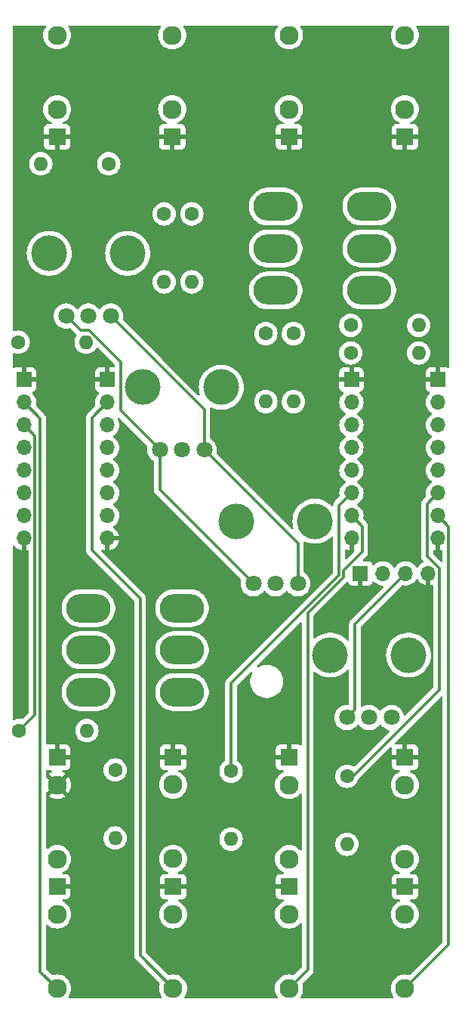
<source format=gbl>
G04 #@! TF.GenerationSoftware,KiCad,Pcbnew,8.0.6-8.0.6-0~ubuntu22.04.1*
G04 #@! TF.CreationDate,2025-01-13T21:54:40+00:00*
G04 #@! TF.ProjectId,Basic_VCA,42617369-635f-4564-9341-2e6b69636164,rev?*
G04 #@! TF.SameCoordinates,Original*
G04 #@! TF.FileFunction,Copper,L2,Bot*
G04 #@! TF.FilePolarity,Positive*
%FSLAX46Y46*%
G04 Gerber Fmt 4.6, Leading zero omitted, Abs format (unit mm)*
G04 Created by KiCad (PCBNEW 8.0.6-8.0.6-0~ubuntu22.04.1) date 2025-01-13 21:54:40*
%MOMM*%
%LPD*%
G01*
G04 APERTURE LIST*
G04 #@! TA.AperFunction,ComponentPad*
%ADD10C,1.600000*%
G04 #@! TD*
G04 #@! TA.AperFunction,ComponentPad*
%ADD11O,1.600000X1.600000*%
G04 #@! TD*
G04 #@! TA.AperFunction,ComponentPad*
%ADD12R,1.930000X1.830000*%
G04 #@! TD*
G04 #@! TA.AperFunction,ComponentPad*
%ADD13C,2.130000*%
G04 #@! TD*
G04 #@! TA.AperFunction,WasherPad*
%ADD14C,4.000000*%
G04 #@! TD*
G04 #@! TA.AperFunction,ComponentPad*
%ADD15C,1.800000*%
G04 #@! TD*
G04 #@! TA.AperFunction,ComponentPad*
%ADD16O,5.000000X3.200000*%
G04 #@! TD*
G04 #@! TA.AperFunction,ComponentPad*
%ADD17R,1.700000X1.700000*%
G04 #@! TD*
G04 #@! TA.AperFunction,ComponentPad*
%ADD18O,1.700000X1.700000*%
G04 #@! TD*
G04 #@! TA.AperFunction,Conductor*
%ADD19C,0.300000*%
G04 #@! TD*
G04 APERTURE END LIST*
D10*
X110220000Y-116000000D03*
D11*
X117840000Y-116000000D03*
D12*
X153500000Y-119000000D03*
D13*
X153500000Y-130400000D03*
X153500000Y-122100000D03*
D12*
X140500000Y-119000000D03*
D13*
X140500000Y-130400000D03*
X140500000Y-122100000D03*
D10*
X147420000Y-73700000D03*
D11*
X155040000Y-73700000D03*
D14*
X113600000Y-62550000D03*
X122400000Y-62550000D03*
D15*
X115500000Y-69550000D03*
X118000000Y-69550000D03*
X120500000Y-69550000D03*
D14*
X134600000Y-92550000D03*
X143400000Y-92550000D03*
D15*
X136500000Y-99550000D03*
X139000000Y-99550000D03*
X141500000Y-99550000D03*
D12*
X153500000Y-133500000D03*
D13*
X153500000Y-144900000D03*
X153500000Y-136600000D03*
D10*
X121000000Y-120420000D03*
D11*
X121000000Y-128040000D03*
D12*
X127500000Y-118980000D03*
D13*
X127500000Y-130380000D03*
X127500000Y-122080000D03*
D16*
X149500000Y-66700000D03*
X149500000Y-62000000D03*
X149500000Y-57300000D03*
D14*
X124100000Y-77550000D03*
X132900000Y-77550000D03*
D15*
X126000000Y-84550000D03*
X128500000Y-84550000D03*
X131000000Y-84550000D03*
D10*
X147000000Y-121120000D03*
D11*
X147000000Y-128740000D03*
D12*
X140500000Y-133500000D03*
D13*
X140500000Y-144900000D03*
X140500000Y-136600000D03*
D12*
X140500000Y-49500000D03*
D13*
X140500000Y-38100000D03*
X140500000Y-46400000D03*
D12*
X127400000Y-49500000D03*
D13*
X127400000Y-38100000D03*
X127400000Y-46400000D03*
D10*
X141000000Y-71520000D03*
D11*
X141000000Y-79140000D03*
D12*
X114500000Y-49500000D03*
D13*
X114500000Y-38100000D03*
X114500000Y-46400000D03*
D10*
X110120000Y-72500000D03*
D11*
X117740000Y-72500000D03*
D12*
X114500000Y-119000000D03*
D13*
X114500000Y-130400000D03*
X114500000Y-122100000D03*
D12*
X153500000Y-49500000D03*
D13*
X153500000Y-38100000D03*
X153500000Y-46400000D03*
D10*
X134000000Y-120540000D03*
D11*
X134000000Y-128160000D03*
D16*
X118000000Y-111700000D03*
X118000000Y-107000000D03*
X118000000Y-102300000D03*
D10*
X126500000Y-58120000D03*
D11*
X126500000Y-65740000D03*
D10*
X137900000Y-71520000D03*
D11*
X137900000Y-79140000D03*
D14*
X145100000Y-107550000D03*
X153900000Y-107550000D03*
D15*
X147000000Y-114550000D03*
X149500000Y-114550000D03*
X152000000Y-114550000D03*
D10*
X129600000Y-58120000D03*
D11*
X129600000Y-65740000D03*
D16*
X139000000Y-66700000D03*
X139000000Y-62000000D03*
X139000000Y-57300000D03*
D10*
X147420000Y-70600000D03*
D11*
X155040000Y-70600000D03*
D10*
X120280000Y-52500000D03*
D11*
X112660000Y-52500000D03*
D12*
X127500000Y-133500000D03*
D13*
X127500000Y-144900000D03*
X127500000Y-136600000D03*
D12*
X114500000Y-133500000D03*
D13*
X114500000Y-144900000D03*
X114500000Y-136600000D03*
D16*
X128500000Y-111700000D03*
X128500000Y-107000000D03*
X128500000Y-102300000D03*
D17*
X147500000Y-76700000D03*
D18*
X147500000Y-79240000D03*
X147500000Y-81780000D03*
X147500000Y-84320000D03*
X147500000Y-86860000D03*
X147500000Y-89400000D03*
X147500000Y-91940000D03*
X147500000Y-94480000D03*
D17*
X110800000Y-76700000D03*
D18*
X110800000Y-79240000D03*
X110800000Y-81780000D03*
X110800000Y-84320000D03*
X110800000Y-86860000D03*
X110800000Y-89400000D03*
X110800000Y-91940000D03*
X110800000Y-94480000D03*
D17*
X148500000Y-98400000D03*
D18*
X151040000Y-98400000D03*
X153580000Y-98400000D03*
X156120000Y-98400000D03*
D17*
X157200000Y-76700000D03*
D18*
X157200000Y-79240000D03*
X157200000Y-81780000D03*
X157200000Y-84320000D03*
X157200000Y-86860000D03*
X157200000Y-89400000D03*
X157200000Y-91940000D03*
X157200000Y-94480000D03*
D17*
X120100000Y-76700000D03*
D18*
X120100000Y-79240000D03*
X120100000Y-81780000D03*
X120100000Y-84320000D03*
X120100000Y-86860000D03*
X120100000Y-89400000D03*
X120100000Y-91940000D03*
X120100000Y-94480000D03*
D19*
X131000000Y-80050000D02*
X120500000Y-69550000D01*
X141500000Y-95050000D02*
X131000000Y-84550000D01*
X141500000Y-99550000D02*
X141500000Y-95050000D01*
X131000000Y-84550000D02*
X131000000Y-80050000D01*
X153580000Y-98400000D02*
X151180000Y-100800000D01*
X121600000Y-74733654D02*
X118066346Y-71200000D01*
X117150000Y-71200000D02*
X115500000Y-69550000D01*
X126000000Y-89050000D02*
X126000000Y-84550000D01*
X147900000Y-113650000D02*
X147900000Y-104080000D01*
X136500000Y-99550000D02*
X126000000Y-89050000D01*
X118066346Y-71200000D02*
X117150000Y-71200000D01*
X147900000Y-104080000D02*
X151180000Y-100800000D01*
X147000000Y-114550000D02*
X147900000Y-113650000D01*
X126000000Y-84550000D02*
X121600000Y-80150000D01*
X121600000Y-80150000D02*
X121600000Y-74733654D01*
X110800000Y-79240000D02*
X112600000Y-81040000D01*
X112600000Y-81040000D02*
X112600000Y-143000000D01*
X112600000Y-143000000D02*
X114500000Y-144900000D01*
X110800000Y-81780000D02*
X112000000Y-82980000D01*
X112000000Y-82980000D02*
X112000000Y-114220000D01*
X112000000Y-114220000D02*
X110220000Y-116000000D01*
X123800000Y-101200000D02*
X123800000Y-141200000D01*
X120100000Y-79240000D02*
X118400000Y-80940000D01*
X118400000Y-80940000D02*
X118400000Y-95800000D01*
X123800000Y-141200000D02*
X127500000Y-144900000D01*
X118400000Y-95800000D02*
X123800000Y-101200000D01*
X146600000Y-98807106D02*
X142600000Y-102807106D01*
X142600000Y-102807106D02*
X142600000Y-142800000D01*
X142600000Y-142800000D02*
X140500000Y-144900000D01*
X148700000Y-93140000D02*
X148700000Y-96000000D01*
X148700000Y-96000000D02*
X146600000Y-98100000D01*
X147500000Y-91940000D02*
X148700000Y-93140000D01*
X146600000Y-98100000D02*
X146600000Y-98807106D01*
X158400000Y-93140000D02*
X158400000Y-140000000D01*
X158400000Y-140000000D02*
X153500000Y-144900000D01*
X157200000Y-91940000D02*
X158400000Y-93140000D01*
X147500000Y-89400000D02*
X146100000Y-90800000D01*
X146100000Y-90800000D02*
X146100000Y-98600000D01*
X146100000Y-98600000D02*
X134000000Y-110700000D01*
X134000000Y-110700000D02*
X134000000Y-120540000D01*
X157320000Y-97820000D02*
X157320000Y-111480000D01*
X157320000Y-111480000D02*
X147680000Y-121120000D01*
X147680000Y-121120000D02*
X147000000Y-121120000D01*
X156000000Y-96500000D02*
X157320000Y-97820000D01*
X157200000Y-89400000D02*
X156000000Y-90600000D01*
X156000000Y-90600000D02*
X156000000Y-96500000D01*
G04 #@! TA.AperFunction,Conductor*
G36*
X113171461Y-37020502D02*
G01*
X113217954Y-37074158D01*
X113228058Y-37144432D01*
X113210773Y-37192334D01*
X113093667Y-37383435D01*
X112998885Y-37612257D01*
X112941066Y-37853088D01*
X112921634Y-38100000D01*
X112941066Y-38346911D01*
X112998885Y-38587742D01*
X113093665Y-38816561D01*
X113223076Y-39027741D01*
X113223077Y-39027743D01*
X113383926Y-39216073D01*
X113572256Y-39376922D01*
X113572260Y-39376925D01*
X113783437Y-39506334D01*
X114012258Y-39601115D01*
X114253089Y-39658934D01*
X114500000Y-39678366D01*
X114746911Y-39658934D01*
X114987742Y-39601115D01*
X115216563Y-39506334D01*
X115427740Y-39376925D01*
X115616073Y-39216073D01*
X115776925Y-39027740D01*
X115906334Y-38816563D01*
X116001115Y-38587742D01*
X116058934Y-38346911D01*
X116078366Y-38100000D01*
X116058934Y-37853089D01*
X116001115Y-37612258D01*
X115906334Y-37383437D01*
X115843895Y-37281545D01*
X115789227Y-37192334D01*
X115770689Y-37123801D01*
X115792146Y-37056124D01*
X115846785Y-37010791D01*
X115896660Y-37000500D01*
X126003340Y-37000500D01*
X126071461Y-37020502D01*
X126117954Y-37074158D01*
X126128058Y-37144432D01*
X126110773Y-37192334D01*
X125993667Y-37383435D01*
X125898885Y-37612257D01*
X125841066Y-37853088D01*
X125821634Y-38100000D01*
X125841066Y-38346911D01*
X125898885Y-38587742D01*
X125993665Y-38816561D01*
X126123076Y-39027741D01*
X126123077Y-39027743D01*
X126283926Y-39216073D01*
X126472256Y-39376922D01*
X126472260Y-39376925D01*
X126683437Y-39506334D01*
X126912258Y-39601115D01*
X127153089Y-39658934D01*
X127400000Y-39678366D01*
X127646911Y-39658934D01*
X127887742Y-39601115D01*
X128116563Y-39506334D01*
X128327740Y-39376925D01*
X128516073Y-39216073D01*
X128676925Y-39027740D01*
X128806334Y-38816563D01*
X128901115Y-38587742D01*
X128958934Y-38346911D01*
X128978366Y-38100000D01*
X128958934Y-37853089D01*
X128901115Y-37612258D01*
X128806334Y-37383437D01*
X128743895Y-37281545D01*
X128689227Y-37192334D01*
X128670689Y-37123801D01*
X128692146Y-37056124D01*
X128746785Y-37010791D01*
X128796660Y-37000500D01*
X139103340Y-37000500D01*
X139171461Y-37020502D01*
X139217954Y-37074158D01*
X139228058Y-37144432D01*
X139210773Y-37192334D01*
X139093667Y-37383435D01*
X138998885Y-37612257D01*
X138941066Y-37853088D01*
X138921634Y-38100000D01*
X138941066Y-38346911D01*
X138998885Y-38587742D01*
X139093665Y-38816561D01*
X139223076Y-39027741D01*
X139223077Y-39027743D01*
X139383926Y-39216073D01*
X139572256Y-39376922D01*
X139572260Y-39376925D01*
X139783437Y-39506334D01*
X140012258Y-39601115D01*
X140253089Y-39658934D01*
X140500000Y-39678366D01*
X140746911Y-39658934D01*
X140987742Y-39601115D01*
X141216563Y-39506334D01*
X141427740Y-39376925D01*
X141616073Y-39216073D01*
X141776925Y-39027740D01*
X141906334Y-38816563D01*
X142001115Y-38587742D01*
X142058934Y-38346911D01*
X142078366Y-38100000D01*
X142058934Y-37853089D01*
X142001115Y-37612258D01*
X141906334Y-37383437D01*
X141843895Y-37281545D01*
X141789227Y-37192334D01*
X141770689Y-37123801D01*
X141792146Y-37056124D01*
X141846785Y-37010791D01*
X141896660Y-37000500D01*
X152103340Y-37000500D01*
X152171461Y-37020502D01*
X152217954Y-37074158D01*
X152228058Y-37144432D01*
X152210773Y-37192334D01*
X152093667Y-37383435D01*
X151998885Y-37612257D01*
X151941066Y-37853088D01*
X151921634Y-38100000D01*
X151941066Y-38346911D01*
X151998885Y-38587742D01*
X152093665Y-38816561D01*
X152223076Y-39027741D01*
X152223077Y-39027743D01*
X152383926Y-39216073D01*
X152572256Y-39376922D01*
X152572260Y-39376925D01*
X152783437Y-39506334D01*
X153012258Y-39601115D01*
X153253089Y-39658934D01*
X153500000Y-39678366D01*
X153746911Y-39658934D01*
X153987742Y-39601115D01*
X154216563Y-39506334D01*
X154427740Y-39376925D01*
X154616073Y-39216073D01*
X154776925Y-39027740D01*
X154906334Y-38816563D01*
X155001115Y-38587742D01*
X155058934Y-38346911D01*
X155078366Y-38100000D01*
X155058934Y-37853089D01*
X155001115Y-37612258D01*
X154906334Y-37383437D01*
X154843895Y-37281545D01*
X154789227Y-37192334D01*
X154770689Y-37123801D01*
X154792146Y-37056124D01*
X154846785Y-37010791D01*
X154896660Y-37000500D01*
X158373500Y-37000500D01*
X158441621Y-37020502D01*
X158488114Y-37074158D01*
X158499500Y-37126500D01*
X158499500Y-75300204D01*
X158479498Y-75368325D01*
X158425842Y-75414818D01*
X158355568Y-75424922D01*
X158304038Y-75403577D01*
X158303876Y-75403875D01*
X158301105Y-75402362D01*
X158297993Y-75401073D01*
X158295968Y-75399557D01*
X158295964Y-75399555D01*
X158159093Y-75348505D01*
X158098597Y-75342000D01*
X157454000Y-75342000D01*
X157454000Y-76269297D01*
X157392993Y-76234075D01*
X157265826Y-76200000D01*
X157134174Y-76200000D01*
X157007007Y-76234075D01*
X156946000Y-76269297D01*
X156946000Y-75342000D01*
X156301402Y-75342000D01*
X156240906Y-75348505D01*
X156104035Y-75399555D01*
X156104034Y-75399555D01*
X155987095Y-75487095D01*
X155899555Y-75604034D01*
X155899555Y-75604035D01*
X155848505Y-75740906D01*
X155842000Y-75801402D01*
X155842000Y-76446000D01*
X156769297Y-76446000D01*
X156734075Y-76507007D01*
X156700000Y-76634174D01*
X156700000Y-76765826D01*
X156734075Y-76892993D01*
X156769297Y-76954000D01*
X155842000Y-76954000D01*
X155842000Y-77598597D01*
X155848505Y-77659093D01*
X155899555Y-77795964D01*
X155899555Y-77795965D01*
X155987095Y-77912904D01*
X156104034Y-78000444D01*
X156219172Y-78043388D01*
X156276008Y-78085935D01*
X156300819Y-78152455D01*
X156285728Y-78221829D01*
X156267841Y-78246782D01*
X156124280Y-78402729D01*
X156124275Y-78402734D01*
X156001141Y-78591206D01*
X155910703Y-78797386D01*
X155910702Y-78797387D01*
X155855437Y-79015624D01*
X155855436Y-79015630D01*
X155855436Y-79015632D01*
X155836844Y-79240000D01*
X155855436Y-79464368D01*
X155855436Y-79464370D01*
X155855437Y-79464375D01*
X155910702Y-79682612D01*
X155910703Y-79682613D01*
X156001141Y-79888793D01*
X156124275Y-80077265D01*
X156124279Y-80077270D01*
X156276762Y-80242908D01*
X156321234Y-80277522D01*
X156454424Y-80381189D01*
X156487680Y-80399186D01*
X156538071Y-80449200D01*
X156553423Y-80518516D01*
X156528862Y-80585129D01*
X156487680Y-80620813D01*
X156454426Y-80638810D01*
X156454424Y-80638811D01*
X156276762Y-80777091D01*
X156124279Y-80942729D01*
X156124275Y-80942734D01*
X156001141Y-81131206D01*
X155910703Y-81337386D01*
X155910702Y-81337387D01*
X155855437Y-81555624D01*
X155836844Y-81780000D01*
X155855437Y-82004375D01*
X155910702Y-82222612D01*
X155910703Y-82222613D01*
X156001141Y-82428793D01*
X156124275Y-82617265D01*
X156124279Y-82617270D01*
X156276762Y-82782908D01*
X156331331Y-82825381D01*
X156454424Y-82921189D01*
X156487680Y-82939186D01*
X156538071Y-82989200D01*
X156553423Y-83058516D01*
X156528862Y-83125129D01*
X156487680Y-83160813D01*
X156454426Y-83178810D01*
X156454424Y-83178811D01*
X156276762Y-83317091D01*
X156124279Y-83482729D01*
X156124275Y-83482734D01*
X156001141Y-83671206D01*
X155910703Y-83877386D01*
X155910702Y-83877387D01*
X155855437Y-84095624D01*
X155855436Y-84095630D01*
X155855436Y-84095632D01*
X155837062Y-84317366D01*
X155836844Y-84320000D01*
X155855437Y-84544375D01*
X155910702Y-84762612D01*
X155910703Y-84762613D01*
X155910704Y-84762616D01*
X156001140Y-84968791D01*
X156001141Y-84968793D01*
X156124275Y-85157265D01*
X156124279Y-85157270D01*
X156276762Y-85322908D01*
X156282400Y-85327296D01*
X156454424Y-85461189D01*
X156487680Y-85479186D01*
X156538071Y-85529200D01*
X156553423Y-85598516D01*
X156528862Y-85665129D01*
X156487680Y-85700813D01*
X156454426Y-85718810D01*
X156454424Y-85718811D01*
X156276762Y-85857091D01*
X156124279Y-86022729D01*
X156124275Y-86022734D01*
X156001141Y-86211206D01*
X155910703Y-86417386D01*
X155910702Y-86417387D01*
X155855437Y-86635624D01*
X155836844Y-86860000D01*
X155855437Y-87084375D01*
X155910702Y-87302612D01*
X155910703Y-87302613D01*
X156001141Y-87508793D01*
X156124275Y-87697265D01*
X156124279Y-87697270D01*
X156276762Y-87862908D01*
X156331331Y-87905381D01*
X156454424Y-88001189D01*
X156487680Y-88019186D01*
X156538071Y-88069200D01*
X156553423Y-88138516D01*
X156528862Y-88205129D01*
X156487680Y-88240813D01*
X156454426Y-88258810D01*
X156454424Y-88258811D01*
X156276762Y-88397091D01*
X156124279Y-88562729D01*
X156124275Y-88562734D01*
X156001141Y-88751206D01*
X155910703Y-88957386D01*
X155910702Y-88957387D01*
X155855437Y-89175624D01*
X155836844Y-89400000D01*
X155855436Y-89624369D01*
X155876038Y-89705723D01*
X155873370Y-89776670D01*
X155842989Y-89825749D01*
X155488508Y-90180231D01*
X155424686Y-90275750D01*
X155424685Y-90275752D01*
X155416444Y-90288084D01*
X155366807Y-90407919D01*
X155366806Y-90407922D01*
X155341500Y-90535139D01*
X155341500Y-96564860D01*
X155366806Y-96692077D01*
X155366807Y-96692080D01*
X155403870Y-96781558D01*
X155416445Y-96811917D01*
X155488509Y-96919769D01*
X155488513Y-96919773D01*
X155549323Y-96980583D01*
X155583349Y-97042895D01*
X155578284Y-97113710D01*
X155535737Y-97170546D01*
X155520198Y-97180491D01*
X155374704Y-97259228D01*
X155374698Y-97259232D01*
X155197097Y-97397465D01*
X155044670Y-97563045D01*
X154955780Y-97699101D01*
X154901776Y-97745189D01*
X154831428Y-97754764D01*
X154767071Y-97724786D01*
X154744816Y-97699101D01*
X154705884Y-97639511D01*
X154655724Y-97562734D01*
X154655720Y-97562729D01*
X154526600Y-97422470D01*
X154503240Y-97397094D01*
X154503239Y-97397093D01*
X154503237Y-97397091D01*
X154391651Y-97310240D01*
X154325576Y-97258811D01*
X154127574Y-97151658D01*
X154127572Y-97151657D01*
X154127571Y-97151656D01*
X153914639Y-97078557D01*
X153914630Y-97078555D01*
X153870476Y-97071187D01*
X153692569Y-97041500D01*
X153467431Y-97041500D01*
X153319211Y-97066233D01*
X153245369Y-97078555D01*
X153245360Y-97078557D01*
X153032428Y-97151656D01*
X153032426Y-97151658D01*
X152834426Y-97258810D01*
X152834424Y-97258811D01*
X152656762Y-97397091D01*
X152504279Y-97562729D01*
X152415483Y-97698643D01*
X152361479Y-97744731D01*
X152291131Y-97754306D01*
X152226774Y-97724329D01*
X152204517Y-97698643D01*
X152115720Y-97562729D01*
X151986600Y-97422470D01*
X151963240Y-97397094D01*
X151963239Y-97397093D01*
X151963237Y-97397091D01*
X151851651Y-97310240D01*
X151785576Y-97258811D01*
X151587574Y-97151658D01*
X151587572Y-97151657D01*
X151587571Y-97151656D01*
X151374639Y-97078557D01*
X151374630Y-97078555D01*
X151330476Y-97071187D01*
X151152569Y-97041500D01*
X150927431Y-97041500D01*
X150779211Y-97066233D01*
X150705369Y-97078555D01*
X150705360Y-97078557D01*
X150492428Y-97151656D01*
X150492426Y-97151658D01*
X150294426Y-97258810D01*
X150294424Y-97258811D01*
X150116759Y-97397094D01*
X150055374Y-97463775D01*
X149994521Y-97500346D01*
X149923557Y-97498211D01*
X149865012Y-97458049D01*
X149844618Y-97422470D01*
X149800443Y-97304033D01*
X149712904Y-97187095D01*
X149595965Y-97099555D01*
X149459093Y-97048505D01*
X149398597Y-97042000D01*
X148893449Y-97042000D01*
X148825328Y-97021998D01*
X148778835Y-96968342D01*
X148768731Y-96898068D01*
X148798225Y-96833488D01*
X148804340Y-96826918D01*
X149211490Y-96419769D01*
X149283555Y-96311917D01*
X149333194Y-96192077D01*
X149358500Y-96064857D01*
X149358500Y-93075143D01*
X149333194Y-92947923D01*
X149283555Y-92828083D01*
X149211490Y-92720231D01*
X149119769Y-92628510D01*
X148857010Y-92365751D01*
X148822984Y-92303439D01*
X148823960Y-92245726D01*
X148844564Y-92164368D01*
X148863156Y-91940000D01*
X148844564Y-91715632D01*
X148821548Y-91624745D01*
X148789297Y-91497387D01*
X148789296Y-91497386D01*
X148789296Y-91497384D01*
X148698860Y-91291209D01*
X148692140Y-91280924D01*
X148575724Y-91102734D01*
X148575720Y-91102729D01*
X148423237Y-90937091D01*
X148323525Y-90859482D01*
X148245576Y-90798811D01*
X148212319Y-90780813D01*
X148161929Y-90730802D01*
X148146576Y-90661485D01*
X148171136Y-90594872D01*
X148212320Y-90559186D01*
X148245576Y-90541189D01*
X148423240Y-90402906D01*
X148575722Y-90237268D01*
X148698860Y-90048791D01*
X148789296Y-89842616D01*
X148844564Y-89624368D01*
X148863156Y-89400000D01*
X148844564Y-89175632D01*
X148829174Y-89114857D01*
X148789297Y-88957387D01*
X148789296Y-88957386D01*
X148789296Y-88957384D01*
X148698860Y-88751209D01*
X148692140Y-88740924D01*
X148575724Y-88562734D01*
X148575720Y-88562729D01*
X148423237Y-88397091D01*
X148341382Y-88333381D01*
X148245576Y-88258811D01*
X148212319Y-88240813D01*
X148161929Y-88190802D01*
X148146576Y-88121485D01*
X148171136Y-88054872D01*
X148212320Y-88019186D01*
X148245576Y-88001189D01*
X148423240Y-87862906D01*
X148575722Y-87697268D01*
X148698860Y-87508791D01*
X148789296Y-87302616D01*
X148844564Y-87084368D01*
X148863156Y-86860000D01*
X148844564Y-86635632D01*
X148844562Y-86635624D01*
X148789297Y-86417387D01*
X148789296Y-86417386D01*
X148789296Y-86417384D01*
X148698860Y-86211209D01*
X148692140Y-86200924D01*
X148575724Y-86022734D01*
X148575720Y-86022729D01*
X148423237Y-85857091D01*
X148297760Y-85759428D01*
X148245576Y-85718811D01*
X148212319Y-85700813D01*
X148161929Y-85650802D01*
X148146576Y-85581485D01*
X148171136Y-85514872D01*
X148212320Y-85479186D01*
X148245576Y-85461189D01*
X148423240Y-85322906D01*
X148575722Y-85157268D01*
X148698860Y-84968791D01*
X148789296Y-84762616D01*
X148844564Y-84544368D01*
X148863156Y-84320000D01*
X148844564Y-84095632D01*
X148841388Y-84083092D01*
X148789297Y-83877387D01*
X148789296Y-83877386D01*
X148789296Y-83877384D01*
X148698860Y-83671209D01*
X148692140Y-83660924D01*
X148575724Y-83482734D01*
X148575720Y-83482729D01*
X148423237Y-83317091D01*
X148311029Y-83229756D01*
X148245576Y-83178811D01*
X148212319Y-83160813D01*
X148161929Y-83110802D01*
X148146576Y-83041485D01*
X148171136Y-82974872D01*
X148212320Y-82939186D01*
X148245576Y-82921189D01*
X148423240Y-82782906D01*
X148575722Y-82617268D01*
X148698860Y-82428791D01*
X148789296Y-82222616D01*
X148844564Y-82004368D01*
X148863156Y-81780000D01*
X148844564Y-81555632D01*
X148844562Y-81555624D01*
X148789297Y-81337387D01*
X148789296Y-81337386D01*
X148789296Y-81337384D01*
X148698860Y-81131209D01*
X148657542Y-81067967D01*
X148575724Y-80942734D01*
X148575720Y-80942729D01*
X148423237Y-80777091D01*
X148341382Y-80713381D01*
X148245576Y-80638811D01*
X148212319Y-80620813D01*
X148161929Y-80570802D01*
X148146576Y-80501485D01*
X148171136Y-80434872D01*
X148212320Y-80399186D01*
X148245576Y-80381189D01*
X148423240Y-80242906D01*
X148575722Y-80077268D01*
X148698860Y-79888791D01*
X148789296Y-79682616D01*
X148844564Y-79464368D01*
X148863156Y-79240000D01*
X148844564Y-79015632D01*
X148818299Y-78911913D01*
X148789297Y-78797387D01*
X148789296Y-78797386D01*
X148789296Y-78797384D01*
X148698860Y-78591209D01*
X148628327Y-78483250D01*
X148575724Y-78402734D01*
X148575714Y-78402722D01*
X148432159Y-78246782D01*
X148400737Y-78183117D01*
X148408723Y-78112571D01*
X148453582Y-78057542D01*
X148480827Y-78043388D01*
X148595965Y-78000444D01*
X148712904Y-77912904D01*
X148800444Y-77795965D01*
X148800444Y-77795964D01*
X148851494Y-77659093D01*
X148857999Y-77598597D01*
X148858000Y-77598585D01*
X148858000Y-76954000D01*
X147930703Y-76954000D01*
X147965925Y-76892993D01*
X148000000Y-76765826D01*
X148000000Y-76634174D01*
X147965925Y-76507007D01*
X147930703Y-76446000D01*
X148858000Y-76446000D01*
X148858000Y-75801414D01*
X148857999Y-75801402D01*
X148851494Y-75740906D01*
X148800444Y-75604035D01*
X148800444Y-75604034D01*
X148712904Y-75487095D01*
X148595965Y-75399555D01*
X148459093Y-75348505D01*
X148398597Y-75342000D01*
X147754000Y-75342000D01*
X147754000Y-76269297D01*
X147692993Y-76234075D01*
X147565826Y-76200000D01*
X147434174Y-76200000D01*
X147307007Y-76234075D01*
X147246000Y-76269297D01*
X147246000Y-75342000D01*
X146601402Y-75342000D01*
X146540906Y-75348505D01*
X146404035Y-75399555D01*
X146404034Y-75399555D01*
X146287095Y-75487095D01*
X146199555Y-75604034D01*
X146199555Y-75604035D01*
X146148505Y-75740906D01*
X146142000Y-75801402D01*
X146142000Y-76446000D01*
X147069297Y-76446000D01*
X147034075Y-76507007D01*
X147000000Y-76634174D01*
X147000000Y-76765826D01*
X147034075Y-76892993D01*
X147069297Y-76954000D01*
X146142000Y-76954000D01*
X146142000Y-77598597D01*
X146148505Y-77659093D01*
X146199555Y-77795964D01*
X146199555Y-77795965D01*
X146287095Y-77912904D01*
X146404034Y-78000444D01*
X146519172Y-78043388D01*
X146576008Y-78085935D01*
X146600819Y-78152455D01*
X146585728Y-78221829D01*
X146567841Y-78246782D01*
X146424280Y-78402729D01*
X146424275Y-78402734D01*
X146301141Y-78591206D01*
X146210703Y-78797386D01*
X146210702Y-78797387D01*
X146155437Y-79015624D01*
X146155436Y-79015630D01*
X146155436Y-79015632D01*
X146136844Y-79240000D01*
X146155436Y-79464368D01*
X146155436Y-79464370D01*
X146155437Y-79464375D01*
X146210702Y-79682612D01*
X146210703Y-79682613D01*
X146301141Y-79888793D01*
X146424275Y-80077265D01*
X146424279Y-80077270D01*
X146576762Y-80242908D01*
X146621234Y-80277522D01*
X146754424Y-80381189D01*
X146787680Y-80399186D01*
X146838071Y-80449200D01*
X146853423Y-80518516D01*
X146828862Y-80585129D01*
X146787680Y-80620813D01*
X146754426Y-80638810D01*
X146754424Y-80638811D01*
X146576762Y-80777091D01*
X146424279Y-80942729D01*
X146424275Y-80942734D01*
X146301141Y-81131206D01*
X146210703Y-81337386D01*
X146210702Y-81337387D01*
X146155437Y-81555624D01*
X146136844Y-81780000D01*
X146155437Y-82004375D01*
X146210702Y-82222612D01*
X146210703Y-82222613D01*
X146301141Y-82428793D01*
X146424275Y-82617265D01*
X146424279Y-82617270D01*
X146576762Y-82782908D01*
X146631331Y-82825381D01*
X146754424Y-82921189D01*
X146787680Y-82939186D01*
X146838071Y-82989200D01*
X146853423Y-83058516D01*
X146828862Y-83125129D01*
X146787680Y-83160813D01*
X146754426Y-83178810D01*
X146754424Y-83178811D01*
X146576762Y-83317091D01*
X146424279Y-83482729D01*
X146424275Y-83482734D01*
X146301141Y-83671206D01*
X146210703Y-83877386D01*
X146210702Y-83877387D01*
X146155437Y-84095624D01*
X146155436Y-84095630D01*
X146155436Y-84095632D01*
X146137062Y-84317366D01*
X146136844Y-84320000D01*
X146155437Y-84544375D01*
X146210702Y-84762612D01*
X146210703Y-84762613D01*
X146210704Y-84762616D01*
X146301140Y-84968791D01*
X146301141Y-84968793D01*
X146424275Y-85157265D01*
X146424279Y-85157270D01*
X146576762Y-85322908D01*
X146582400Y-85327296D01*
X146754424Y-85461189D01*
X146787680Y-85479186D01*
X146838071Y-85529200D01*
X146853423Y-85598516D01*
X146828862Y-85665129D01*
X146787680Y-85700813D01*
X146754426Y-85718810D01*
X146754424Y-85718811D01*
X146576762Y-85857091D01*
X146424279Y-86022729D01*
X146424275Y-86022734D01*
X146301141Y-86211206D01*
X146210703Y-86417386D01*
X146210702Y-86417387D01*
X146155437Y-86635624D01*
X146136844Y-86860000D01*
X146155437Y-87084375D01*
X146210702Y-87302612D01*
X146210703Y-87302613D01*
X146301141Y-87508793D01*
X146424275Y-87697265D01*
X146424279Y-87697270D01*
X146576762Y-87862908D01*
X146631331Y-87905381D01*
X146754424Y-88001189D01*
X146787680Y-88019186D01*
X146838071Y-88069200D01*
X146853423Y-88138516D01*
X146828862Y-88205129D01*
X146787680Y-88240813D01*
X146754426Y-88258810D01*
X146754424Y-88258811D01*
X146576762Y-88397091D01*
X146424279Y-88562729D01*
X146424275Y-88562734D01*
X146301141Y-88751206D01*
X146210703Y-88957386D01*
X146210702Y-88957387D01*
X146155437Y-89175624D01*
X146136844Y-89400000D01*
X146155436Y-89624369D01*
X146176038Y-89705723D01*
X146173370Y-89776670D01*
X146142989Y-89825749D01*
X145588511Y-90380228D01*
X145588510Y-90380230D01*
X145556714Y-90427816D01*
X145516445Y-90488082D01*
X145466807Y-90607919D01*
X145466806Y-90607922D01*
X145441500Y-90735139D01*
X145440894Y-90741298D01*
X145439618Y-90741172D01*
X145421498Y-90802885D01*
X145367842Y-90849378D01*
X145297568Y-90859482D01*
X145232988Y-90829988D01*
X145229247Y-90826614D01*
X145002139Y-90613345D01*
X144746781Y-90427817D01*
X144660217Y-90380228D01*
X144470179Y-90275753D01*
X144176702Y-90159557D01*
X143870975Y-90081060D01*
X143870970Y-90081059D01*
X143870965Y-90081058D01*
X143870967Y-90081058D01*
X143557835Y-90041501D01*
X143557824Y-90041500D01*
X143557821Y-90041500D01*
X143242179Y-90041500D01*
X143242176Y-90041500D01*
X143242164Y-90041501D01*
X142929033Y-90081058D01*
X142623301Y-90159556D01*
X142623299Y-90159556D01*
X142623298Y-90159557D01*
X142333132Y-90274442D01*
X142329821Y-90275753D01*
X142053218Y-90427817D01*
X141797861Y-90613345D01*
X141797860Y-90613345D01*
X141567763Y-90829421D01*
X141366562Y-91072631D01*
X141197443Y-91339121D01*
X141197436Y-91339135D01*
X141063044Y-91624732D01*
X141063039Y-91624745D01*
X140965507Y-91924919D01*
X140965504Y-91924932D01*
X140906359Y-92234975D01*
X140906357Y-92234992D01*
X140886540Y-92549993D01*
X140886540Y-92550006D01*
X140906357Y-92865007D01*
X140906359Y-92865024D01*
X140965504Y-93175067D01*
X140965507Y-93175080D01*
X141000261Y-93282043D01*
X141002288Y-93353011D01*
X140965626Y-93413809D01*
X140901913Y-93445134D01*
X140831379Y-93437040D01*
X140791333Y-93410074D01*
X136781259Y-89400000D01*
X132398166Y-85016906D01*
X132364140Y-84954594D01*
X132365116Y-84896881D01*
X132394051Y-84782626D01*
X132413327Y-84550000D01*
X132394051Y-84317374D01*
X132365117Y-84203117D01*
X132336750Y-84091096D01*
X132336747Y-84091089D01*
X132242984Y-83877331D01*
X132115314Y-83681916D01*
X131957225Y-83510186D01*
X131957221Y-83510182D01*
X131851200Y-83427663D01*
X131773017Y-83366810D01*
X131743345Y-83350752D01*
X131724529Y-83340569D01*
X131674139Y-83290555D01*
X131658500Y-83229756D01*
X131658500Y-79985142D01*
X131658499Y-79985139D01*
X131658332Y-79984300D01*
X131654215Y-79963601D01*
X131660540Y-79892889D01*
X131704093Y-79836820D01*
X131771044Y-79813198D01*
X131825704Y-79823890D01*
X131826140Y-79822789D01*
X131829817Y-79824244D01*
X131829821Y-79824247D01*
X132123298Y-79940443D01*
X132429025Y-80018940D01*
X132429033Y-80018941D01*
X132429032Y-80018941D01*
X132532929Y-80032066D01*
X132742179Y-80058500D01*
X132742183Y-80058500D01*
X133057817Y-80058500D01*
X133057821Y-80058500D01*
X133370975Y-80018940D01*
X133676702Y-79940443D01*
X133970179Y-79824247D01*
X134246779Y-79672184D01*
X134502140Y-79486654D01*
X134732233Y-79270582D01*
X134840260Y-79140000D01*
X136586502Y-79140000D01*
X136606457Y-79368087D01*
X136637764Y-79484927D01*
X136665715Y-79589240D01*
X136665717Y-79589246D01*
X136762477Y-79796749D01*
X136818837Y-79877240D01*
X136893802Y-79984300D01*
X137055700Y-80146198D01*
X137243251Y-80277523D01*
X137450757Y-80374284D01*
X137671913Y-80433543D01*
X137900000Y-80453498D01*
X138128087Y-80433543D01*
X138349243Y-80374284D01*
X138556749Y-80277523D01*
X138744300Y-80146198D01*
X138906198Y-79984300D01*
X139037523Y-79796749D01*
X139134284Y-79589243D01*
X139193543Y-79368087D01*
X139213498Y-79140000D01*
X139686502Y-79140000D01*
X139706457Y-79368087D01*
X139737764Y-79484927D01*
X139765715Y-79589240D01*
X139765717Y-79589246D01*
X139862477Y-79796749D01*
X139918837Y-79877240D01*
X139993802Y-79984300D01*
X140155700Y-80146198D01*
X140343251Y-80277523D01*
X140550757Y-80374284D01*
X140771913Y-80433543D01*
X141000000Y-80453498D01*
X141228087Y-80433543D01*
X141449243Y-80374284D01*
X141656749Y-80277523D01*
X141844300Y-80146198D01*
X142006198Y-79984300D01*
X142137523Y-79796749D01*
X142234284Y-79589243D01*
X142293543Y-79368087D01*
X142313498Y-79140000D01*
X142293543Y-78911913D01*
X142234284Y-78690757D01*
X142137523Y-78483251D01*
X142006198Y-78295700D01*
X141844300Y-78133802D01*
X141656749Y-78002477D01*
X141652389Y-78000444D01*
X141449246Y-77905717D01*
X141449240Y-77905715D01*
X141297379Y-77865024D01*
X141228087Y-77846457D01*
X141000000Y-77826502D01*
X140771913Y-77846457D01*
X140550759Y-77905715D01*
X140550753Y-77905717D01*
X140343250Y-78002477D01*
X140155703Y-78133799D01*
X140155697Y-78133804D01*
X139993804Y-78295697D01*
X139993799Y-78295703D01*
X139862477Y-78483250D01*
X139765717Y-78690753D01*
X139765715Y-78690759D01*
X139726348Y-78837680D01*
X139706457Y-78911913D01*
X139686502Y-79140000D01*
X139213498Y-79140000D01*
X139193543Y-78911913D01*
X139134284Y-78690757D01*
X139037523Y-78483251D01*
X138906198Y-78295700D01*
X138744300Y-78133802D01*
X138556749Y-78002477D01*
X138552389Y-78000444D01*
X138349246Y-77905717D01*
X138349240Y-77905715D01*
X138197379Y-77865024D01*
X138128087Y-77846457D01*
X137900000Y-77826502D01*
X137671913Y-77846457D01*
X137450759Y-77905715D01*
X137450753Y-77905717D01*
X137243250Y-78002477D01*
X137055703Y-78133799D01*
X137055697Y-78133804D01*
X136893804Y-78295697D01*
X136893799Y-78295703D01*
X136762477Y-78483250D01*
X136665717Y-78690753D01*
X136665715Y-78690759D01*
X136626348Y-78837680D01*
X136606457Y-78911913D01*
X136586502Y-79140000D01*
X134840260Y-79140000D01*
X134933432Y-79027375D01*
X134933434Y-79027370D01*
X134933437Y-79027368D01*
X135079387Y-78797387D01*
X135102562Y-78760869D01*
X135236956Y-78475266D01*
X135246747Y-78445134D01*
X135276679Y-78353011D01*
X135334495Y-78175072D01*
X135393641Y-77865020D01*
X135394809Y-77846457D01*
X135413460Y-77550006D01*
X135413460Y-77549993D01*
X135393642Y-77234992D01*
X135393640Y-77234975D01*
X135367911Y-77100099D01*
X135334495Y-76924928D01*
X135276679Y-76746989D01*
X135236960Y-76624745D01*
X135236955Y-76624732D01*
X135181558Y-76507007D01*
X135102562Y-76339131D01*
X135077666Y-76299901D01*
X134933437Y-76072631D01*
X134732236Y-75829421D01*
X134502139Y-75613345D01*
X134246781Y-75427817D01*
X134124492Y-75360588D01*
X133970179Y-75275753D01*
X133676702Y-75159557D01*
X133370975Y-75081060D01*
X133370970Y-75081059D01*
X133370965Y-75081058D01*
X133370967Y-75081058D01*
X133057835Y-75041501D01*
X133057824Y-75041500D01*
X133057821Y-75041500D01*
X132742179Y-75041500D01*
X132742176Y-75041500D01*
X132742164Y-75041501D01*
X132429033Y-75081058D01*
X132123301Y-75159556D01*
X131829821Y-75275753D01*
X131553218Y-75427817D01*
X131297861Y-75613345D01*
X131297860Y-75613345D01*
X131067763Y-75829421D01*
X130866562Y-76072631D01*
X130697443Y-76339121D01*
X130697436Y-76339135D01*
X130563044Y-76624732D01*
X130563039Y-76624745D01*
X130465507Y-76924919D01*
X130465504Y-76924932D01*
X130406359Y-77234975D01*
X130406357Y-77234992D01*
X130386540Y-77549993D01*
X130386540Y-77550006D01*
X130406357Y-77865007D01*
X130406359Y-77865024D01*
X130465504Y-78175067D01*
X130465507Y-78175080D01*
X130500261Y-78282043D01*
X130502288Y-78353011D01*
X130465626Y-78413809D01*
X130401913Y-78445134D01*
X130331379Y-78437040D01*
X130291333Y-78410074D01*
X126302996Y-74421737D01*
X125581259Y-73700000D01*
X146106502Y-73700000D01*
X146126457Y-73928086D01*
X146185715Y-74149240D01*
X146185717Y-74149246D01*
X146282477Y-74356749D01*
X146411894Y-74541576D01*
X146413802Y-74544300D01*
X146575700Y-74706198D01*
X146763251Y-74837523D01*
X146970757Y-74934284D01*
X147191913Y-74993543D01*
X147420000Y-75013498D01*
X147648087Y-74993543D01*
X147869243Y-74934284D01*
X148076749Y-74837523D01*
X148264300Y-74706198D01*
X148426198Y-74544300D01*
X148557523Y-74356749D01*
X148654284Y-74149243D01*
X148713543Y-73928087D01*
X148733498Y-73700000D01*
X153726502Y-73700000D01*
X153746457Y-73928086D01*
X153805715Y-74149240D01*
X153805717Y-74149246D01*
X153902477Y-74356749D01*
X154031894Y-74541576D01*
X154033802Y-74544300D01*
X154195700Y-74706198D01*
X154383251Y-74837523D01*
X154590757Y-74934284D01*
X154811913Y-74993543D01*
X155040000Y-75013498D01*
X155268087Y-74993543D01*
X155489243Y-74934284D01*
X155696749Y-74837523D01*
X155884300Y-74706198D01*
X156046198Y-74544300D01*
X156177523Y-74356749D01*
X156274284Y-74149243D01*
X156333543Y-73928087D01*
X156353498Y-73700000D01*
X156333543Y-73471913D01*
X156274284Y-73250757D01*
X156177523Y-73043251D01*
X156046198Y-72855700D01*
X155884300Y-72693802D01*
X155832488Y-72657523D01*
X155696749Y-72562477D01*
X155489246Y-72465717D01*
X155489240Y-72465715D01*
X155395771Y-72440670D01*
X155268087Y-72406457D01*
X155040000Y-72386502D01*
X154811913Y-72406457D01*
X154590759Y-72465715D01*
X154590753Y-72465717D01*
X154383250Y-72562477D01*
X154195703Y-72693799D01*
X154195697Y-72693804D01*
X154033804Y-72855697D01*
X154033799Y-72855703D01*
X153902477Y-73043250D01*
X153805717Y-73250753D01*
X153805715Y-73250759D01*
X153746457Y-73471913D01*
X153726502Y-73700000D01*
X148733498Y-73700000D01*
X148713543Y-73471913D01*
X148654284Y-73250757D01*
X148557523Y-73043251D01*
X148426198Y-72855700D01*
X148264300Y-72693802D01*
X148212488Y-72657523D01*
X148076749Y-72562477D01*
X147869246Y-72465717D01*
X147869240Y-72465715D01*
X147775771Y-72440670D01*
X147648087Y-72406457D01*
X147420000Y-72386502D01*
X147191913Y-72406457D01*
X146970759Y-72465715D01*
X146970753Y-72465717D01*
X146763250Y-72562477D01*
X146575703Y-72693799D01*
X146575697Y-72693804D01*
X146413804Y-72855697D01*
X146413799Y-72855703D01*
X146282477Y-73043250D01*
X146185717Y-73250753D01*
X146185715Y-73250759D01*
X146126457Y-73471913D01*
X146106502Y-73700000D01*
X125581259Y-73700000D01*
X123401260Y-71520000D01*
X136586502Y-71520000D01*
X136606457Y-71748087D01*
X136665716Y-71969243D01*
X136762477Y-72176749D01*
X136893802Y-72364300D01*
X137055700Y-72526198D01*
X137243251Y-72657523D01*
X137450757Y-72754284D01*
X137671913Y-72813543D01*
X137900000Y-72833498D01*
X138128087Y-72813543D01*
X138349243Y-72754284D01*
X138556749Y-72657523D01*
X138744300Y-72526198D01*
X138906198Y-72364300D01*
X139037523Y-72176749D01*
X139134284Y-71969243D01*
X139193543Y-71748087D01*
X139213498Y-71520000D01*
X139686502Y-71520000D01*
X139706457Y-71748087D01*
X139765716Y-71969243D01*
X139862477Y-72176749D01*
X139993802Y-72364300D01*
X140155700Y-72526198D01*
X140343251Y-72657523D01*
X140550757Y-72754284D01*
X140771913Y-72813543D01*
X141000000Y-72833498D01*
X141228087Y-72813543D01*
X141449243Y-72754284D01*
X141656749Y-72657523D01*
X141844300Y-72526198D01*
X142006198Y-72364300D01*
X142137523Y-72176749D01*
X142234284Y-71969243D01*
X142293543Y-71748087D01*
X142313498Y-71520000D01*
X142293543Y-71291913D01*
X142234284Y-71070757D01*
X142137523Y-70863251D01*
X142006198Y-70675700D01*
X141930498Y-70600000D01*
X146106502Y-70600000D01*
X146126457Y-70828087D01*
X146150842Y-70919092D01*
X146185715Y-71049240D01*
X146185717Y-71049246D01*
X146259026Y-71206457D01*
X146282477Y-71256749D01*
X146413802Y-71444300D01*
X146575700Y-71606198D01*
X146763251Y-71737523D01*
X146970757Y-71834284D01*
X147191913Y-71893543D01*
X147420000Y-71913498D01*
X147648087Y-71893543D01*
X147869243Y-71834284D01*
X148076749Y-71737523D01*
X148264300Y-71606198D01*
X148426198Y-71444300D01*
X148557523Y-71256749D01*
X148654284Y-71049243D01*
X148713543Y-70828087D01*
X148733498Y-70600000D01*
X153726502Y-70600000D01*
X153746457Y-70828087D01*
X153770842Y-70919092D01*
X153805715Y-71049240D01*
X153805717Y-71049246D01*
X153879026Y-71206457D01*
X153902477Y-71256749D01*
X154033802Y-71444300D01*
X154195700Y-71606198D01*
X154383251Y-71737523D01*
X154590757Y-71834284D01*
X154811913Y-71893543D01*
X155040000Y-71913498D01*
X155268087Y-71893543D01*
X155489243Y-71834284D01*
X155696749Y-71737523D01*
X155884300Y-71606198D01*
X156046198Y-71444300D01*
X156177523Y-71256749D01*
X156274284Y-71049243D01*
X156333543Y-70828087D01*
X156353498Y-70600000D01*
X156333543Y-70371913D01*
X156274284Y-70150757D01*
X156177523Y-69943251D01*
X156046198Y-69755700D01*
X155884300Y-69593802D01*
X155821744Y-69550000D01*
X155696749Y-69462477D01*
X155489246Y-69365717D01*
X155489240Y-69365715D01*
X155395771Y-69340670D01*
X155268087Y-69306457D01*
X155040000Y-69286502D01*
X154811913Y-69306457D01*
X154590759Y-69365715D01*
X154590753Y-69365717D01*
X154383250Y-69462477D01*
X154195703Y-69593799D01*
X154195697Y-69593804D01*
X154033804Y-69755697D01*
X154033799Y-69755703D01*
X153902477Y-69943250D01*
X153805717Y-70150753D01*
X153805715Y-70150759D01*
X153769553Y-70285717D01*
X153746457Y-70371913D01*
X153726502Y-70600000D01*
X148733498Y-70600000D01*
X148713543Y-70371913D01*
X148654284Y-70150757D01*
X148557523Y-69943251D01*
X148426198Y-69755700D01*
X148264300Y-69593802D01*
X148201744Y-69550000D01*
X148076749Y-69462477D01*
X147869246Y-69365717D01*
X147869240Y-69365715D01*
X147775771Y-69340670D01*
X147648087Y-69306457D01*
X147420000Y-69286502D01*
X147191913Y-69306457D01*
X146970759Y-69365715D01*
X146970753Y-69365717D01*
X146763250Y-69462477D01*
X146575703Y-69593799D01*
X146575697Y-69593804D01*
X146413804Y-69755697D01*
X146413799Y-69755703D01*
X146282477Y-69943250D01*
X146185717Y-70150753D01*
X146185715Y-70150759D01*
X146149553Y-70285717D01*
X146126457Y-70371913D01*
X146106502Y-70600000D01*
X141930498Y-70600000D01*
X141844300Y-70513802D01*
X141707599Y-70418083D01*
X141656749Y-70382477D01*
X141449246Y-70285717D01*
X141449240Y-70285715D01*
X141355771Y-70260670D01*
X141228087Y-70226457D01*
X141000000Y-70206502D01*
X140771913Y-70226457D01*
X140550759Y-70285715D01*
X140550753Y-70285717D01*
X140343250Y-70382477D01*
X140155703Y-70513799D01*
X140155697Y-70513804D01*
X139993804Y-70675697D01*
X139993799Y-70675703D01*
X139862477Y-70863250D01*
X139765717Y-71070753D01*
X139765715Y-71070759D01*
X139713476Y-71265717D01*
X139706457Y-71291913D01*
X139686502Y-71520000D01*
X139213498Y-71520000D01*
X139193543Y-71291913D01*
X139134284Y-71070757D01*
X139037523Y-70863251D01*
X138906198Y-70675700D01*
X138744300Y-70513802D01*
X138607599Y-70418083D01*
X138556749Y-70382477D01*
X138349246Y-70285717D01*
X138349240Y-70285715D01*
X138255771Y-70260670D01*
X138128087Y-70226457D01*
X137900000Y-70206502D01*
X137671913Y-70226457D01*
X137450759Y-70285715D01*
X137450753Y-70285717D01*
X137243250Y-70382477D01*
X137055703Y-70513799D01*
X137055697Y-70513804D01*
X136893804Y-70675697D01*
X136893799Y-70675703D01*
X136762477Y-70863250D01*
X136665717Y-71070753D01*
X136665715Y-71070759D01*
X136613476Y-71265717D01*
X136606457Y-71291913D01*
X136586502Y-71520000D01*
X123401260Y-71520000D01*
X121898166Y-70016906D01*
X121864140Y-69954594D01*
X121865116Y-69896881D01*
X121894051Y-69782626D01*
X121913327Y-69550000D01*
X121894051Y-69317374D01*
X121836749Y-69091093D01*
X121742984Y-68877331D01*
X121674445Y-68772424D01*
X121615314Y-68681916D01*
X121457225Y-68510186D01*
X121457221Y-68510182D01*
X121365118Y-68438496D01*
X121273017Y-68366810D01*
X121067727Y-68255713D01*
X121067724Y-68255712D01*
X121067723Y-68255711D01*
X120846955Y-68179921D01*
X120846948Y-68179919D01*
X120748411Y-68163476D01*
X120616712Y-68141500D01*
X120383288Y-68141500D01*
X120268066Y-68160727D01*
X120153051Y-68179919D01*
X120153044Y-68179921D01*
X119932276Y-68255711D01*
X119932273Y-68255713D01*
X119726985Y-68366809D01*
X119726983Y-68366810D01*
X119542778Y-68510182D01*
X119542774Y-68510186D01*
X119384685Y-68681916D01*
X119355483Y-68726615D01*
X119301480Y-68772704D01*
X119231132Y-68782279D01*
X119166774Y-68752302D01*
X119144517Y-68726615D01*
X119115314Y-68681916D01*
X118957225Y-68510186D01*
X118957221Y-68510182D01*
X118865118Y-68438496D01*
X118773017Y-68366810D01*
X118567727Y-68255713D01*
X118567724Y-68255712D01*
X118567723Y-68255711D01*
X118346955Y-68179921D01*
X118346948Y-68179919D01*
X118248411Y-68163476D01*
X118116712Y-68141500D01*
X117883288Y-68141500D01*
X117768066Y-68160727D01*
X117653051Y-68179919D01*
X117653044Y-68179921D01*
X117432276Y-68255711D01*
X117432273Y-68255713D01*
X117226985Y-68366809D01*
X117226983Y-68366810D01*
X117042778Y-68510182D01*
X117042774Y-68510186D01*
X116884685Y-68681916D01*
X116855483Y-68726615D01*
X116801480Y-68772704D01*
X116731132Y-68782279D01*
X116666774Y-68752302D01*
X116644517Y-68726615D01*
X116615314Y-68681916D01*
X116457225Y-68510186D01*
X116457221Y-68510182D01*
X116365118Y-68438496D01*
X116273017Y-68366810D01*
X116067727Y-68255713D01*
X116067724Y-68255712D01*
X116067723Y-68255711D01*
X115846955Y-68179921D01*
X115846948Y-68179919D01*
X115748411Y-68163476D01*
X115616712Y-68141500D01*
X115383288Y-68141500D01*
X115268066Y-68160727D01*
X115153051Y-68179919D01*
X115153044Y-68179921D01*
X114932276Y-68255711D01*
X114932273Y-68255713D01*
X114726985Y-68366809D01*
X114726983Y-68366810D01*
X114542778Y-68510182D01*
X114542774Y-68510186D01*
X114384685Y-68681916D01*
X114257015Y-68877331D01*
X114163252Y-69091089D01*
X114163249Y-69091096D01*
X114105950Y-69317366D01*
X114105949Y-69317372D01*
X114105949Y-69317374D01*
X114086673Y-69550000D01*
X114105950Y-69782633D01*
X114163249Y-70008903D01*
X114163252Y-70008910D01*
X114257015Y-70222668D01*
X114384685Y-70418083D01*
X114542774Y-70589813D01*
X114542778Y-70589817D01*
X114608650Y-70641087D01*
X114726983Y-70733190D01*
X114932273Y-70844287D01*
X115153049Y-70920080D01*
X115383288Y-70958500D01*
X115383292Y-70958500D01*
X115616708Y-70958500D01*
X115616712Y-70958500D01*
X115846951Y-70920080D01*
X115846959Y-70920077D01*
X115850850Y-70919092D01*
X115921797Y-70921758D01*
X115970880Y-70952140D01*
X116634593Y-71615852D01*
X116668618Y-71678165D01*
X116663554Y-71748980D01*
X116648712Y-71777217D01*
X116602479Y-71843246D01*
X116505717Y-72050753D01*
X116505716Y-72050757D01*
X116446457Y-72271913D01*
X116426502Y-72500000D01*
X116443457Y-72693802D01*
X116446457Y-72728086D01*
X116505715Y-72949240D01*
X116505717Y-72949246D01*
X116602477Y-73156749D01*
X116733795Y-73344291D01*
X116733802Y-73344300D01*
X116895700Y-73506198D01*
X117083251Y-73637523D01*
X117290757Y-73734284D01*
X117511913Y-73793543D01*
X117740000Y-73813498D01*
X117968087Y-73793543D01*
X118189243Y-73734284D01*
X118396749Y-73637523D01*
X118584300Y-73506198D01*
X118746198Y-73344300D01*
X118877523Y-73156749D01*
X118877524Y-73156746D01*
X118879656Y-73153702D01*
X118935113Y-73109373D01*
X119005732Y-73102064D01*
X119069092Y-73134094D01*
X119071964Y-73136877D01*
X120904595Y-74969508D01*
X120938621Y-75031820D01*
X120941500Y-75058603D01*
X120941500Y-75216000D01*
X120921498Y-75284121D01*
X120867842Y-75330614D01*
X120815500Y-75342000D01*
X120354000Y-75342000D01*
X120354000Y-76269297D01*
X120292993Y-76234075D01*
X120165826Y-76200000D01*
X120034174Y-76200000D01*
X119907007Y-76234075D01*
X119846000Y-76269297D01*
X119846000Y-75342000D01*
X119201402Y-75342000D01*
X119140906Y-75348505D01*
X119004035Y-75399555D01*
X119004034Y-75399555D01*
X118887095Y-75487095D01*
X118799555Y-75604034D01*
X118799555Y-75604035D01*
X118748505Y-75740906D01*
X118742000Y-75801402D01*
X118742000Y-76446000D01*
X119669297Y-76446000D01*
X119634075Y-76507007D01*
X119600000Y-76634174D01*
X119600000Y-76765826D01*
X119634075Y-76892993D01*
X119669297Y-76954000D01*
X118742000Y-76954000D01*
X118742000Y-77598597D01*
X118748505Y-77659093D01*
X118799555Y-77795964D01*
X118799555Y-77795965D01*
X118887095Y-77912904D01*
X119004034Y-78000444D01*
X119119172Y-78043388D01*
X119176008Y-78085935D01*
X119200819Y-78152455D01*
X119185728Y-78221829D01*
X119167841Y-78246782D01*
X119024280Y-78402729D01*
X119024275Y-78402734D01*
X118901141Y-78591206D01*
X118810703Y-78797386D01*
X118810702Y-78797387D01*
X118755437Y-79015624D01*
X118755436Y-79015630D01*
X118755436Y-79015632D01*
X118736844Y-79240000D01*
X118755436Y-79464369D01*
X118776038Y-79545723D01*
X118773370Y-79616670D01*
X118742989Y-79665749D01*
X117888508Y-80520231D01*
X117888506Y-80520234D01*
X117860973Y-80561442D01*
X117860972Y-80561444D01*
X117816445Y-80628083D01*
X117766807Y-80747919D01*
X117766806Y-80747922D01*
X117741500Y-80875139D01*
X117741500Y-95864860D01*
X117760339Y-95959564D01*
X117766806Y-95992077D01*
X117816445Y-96111917D01*
X117888509Y-96219769D01*
X120511356Y-98842616D01*
X123104595Y-101435854D01*
X123138621Y-101498166D01*
X123141500Y-101524949D01*
X123141500Y-141264860D01*
X123166806Y-141392077D01*
X123216445Y-141511917D01*
X123288509Y-141619769D01*
X123288513Y-141619773D01*
X125964885Y-144296145D01*
X125998911Y-144358457D01*
X125998309Y-144414654D01*
X125941068Y-144653080D01*
X125941066Y-144653089D01*
X125921634Y-144900000D01*
X125941066Y-145146911D01*
X125998885Y-145387742D01*
X126093666Y-145616563D01*
X126093667Y-145616564D01*
X126210773Y-145807666D01*
X126229311Y-145876199D01*
X126207854Y-145943876D01*
X126153215Y-145989209D01*
X126103340Y-145999500D01*
X115896660Y-145999500D01*
X115828539Y-145979498D01*
X115782046Y-145925842D01*
X115771942Y-145855568D01*
X115789227Y-145807666D01*
X115827674Y-145744924D01*
X115906334Y-145616563D01*
X116001115Y-145387742D01*
X116058934Y-145146911D01*
X116078366Y-144900000D01*
X116058934Y-144653089D01*
X116001115Y-144412258D01*
X115906334Y-144183437D01*
X115776925Y-143972260D01*
X115776922Y-143972256D01*
X115616073Y-143783926D01*
X115427743Y-143623077D01*
X115427741Y-143623076D01*
X115427740Y-143623075D01*
X115216563Y-143493666D01*
X115038155Y-143419767D01*
X114987742Y-143398885D01*
X114846123Y-143364885D01*
X114746911Y-143341066D01*
X114746912Y-143341066D01*
X114500000Y-143321634D01*
X114253088Y-143341066D01*
X114014654Y-143398309D01*
X113943746Y-143394762D01*
X113896145Y-143364885D01*
X113295405Y-142764145D01*
X113261379Y-142701833D01*
X113258500Y-142675050D01*
X113258500Y-137882263D01*
X113278502Y-137814142D01*
X113332158Y-137767649D01*
X113402432Y-137757545D01*
X113466328Y-137786451D01*
X113572260Y-137876925D01*
X113783437Y-138006334D01*
X114012258Y-138101115D01*
X114253089Y-138158934D01*
X114500000Y-138178366D01*
X114746911Y-138158934D01*
X114987742Y-138101115D01*
X115216563Y-138006334D01*
X115427740Y-137876925D01*
X115616073Y-137716073D01*
X115776925Y-137527740D01*
X115906334Y-137316563D01*
X116001115Y-137087742D01*
X116058934Y-136846911D01*
X116078366Y-136600000D01*
X116058934Y-136353089D01*
X116001115Y-136112258D01*
X115906334Y-135883437D01*
X115776925Y-135672260D01*
X115756318Y-135648132D01*
X115616073Y-135483926D01*
X115427743Y-135323077D01*
X115427741Y-135323076D01*
X115427740Y-135323075D01*
X115216563Y-135193666D01*
X115148343Y-135165408D01*
X115093063Y-135120860D01*
X115070642Y-135053497D01*
X115088200Y-134984706D01*
X115140162Y-134936328D01*
X115196562Y-134923000D01*
X115513585Y-134923000D01*
X115513597Y-134922999D01*
X115574093Y-134916494D01*
X115710964Y-134865444D01*
X115710965Y-134865444D01*
X115827904Y-134777904D01*
X115915444Y-134660965D01*
X115915444Y-134660964D01*
X115966494Y-134524093D01*
X115972999Y-134463597D01*
X115973000Y-134463585D01*
X115973000Y-133754000D01*
X115055049Y-133754000D01*
X115086558Y-133677931D01*
X115110000Y-133560080D01*
X115110000Y-133439920D01*
X115086558Y-133322069D01*
X115055049Y-133246000D01*
X115973000Y-133246000D01*
X115973000Y-132536414D01*
X115972999Y-132536402D01*
X115966494Y-132475906D01*
X115915444Y-132339035D01*
X115915444Y-132339034D01*
X115827904Y-132222095D01*
X115710965Y-132134555D01*
X115574093Y-132083505D01*
X115513597Y-132077000D01*
X115196562Y-132077000D01*
X115128441Y-132056998D01*
X115081948Y-132003342D01*
X115071844Y-131933068D01*
X115101338Y-131868488D01*
X115148343Y-131834591D01*
X115216563Y-131806334D01*
X115427740Y-131676925D01*
X115616073Y-131516073D01*
X115776925Y-131327740D01*
X115906334Y-131116563D01*
X116001115Y-130887742D01*
X116058934Y-130646911D01*
X116078366Y-130400000D01*
X116058934Y-130153089D01*
X116001115Y-129912258D01*
X115906334Y-129683437D01*
X115776925Y-129472260D01*
X115776922Y-129472256D01*
X115616073Y-129283926D01*
X115427743Y-129123077D01*
X115427741Y-129123076D01*
X115427740Y-129123075D01*
X115216563Y-128993666D01*
X115168276Y-128973665D01*
X114987742Y-128898885D01*
X114927000Y-128884302D01*
X114746911Y-128841066D01*
X114746912Y-128841066D01*
X114500000Y-128821634D01*
X114253088Y-128841066D01*
X114012257Y-128898885D01*
X113783438Y-128993665D01*
X113572258Y-129123076D01*
X113572256Y-129123077D01*
X113466330Y-129213547D01*
X113401540Y-129242578D01*
X113331340Y-129231973D01*
X113278018Y-129185098D01*
X113258500Y-129117736D01*
X113258500Y-128040000D01*
X119686502Y-128040000D01*
X119706457Y-128268087D01*
X119712532Y-128290759D01*
X119765715Y-128489240D01*
X119765717Y-128489246D01*
X119821674Y-128609246D01*
X119862477Y-128696749D01*
X119993802Y-128884300D01*
X120155700Y-129046198D01*
X120343251Y-129177523D01*
X120550757Y-129274284D01*
X120771913Y-129333543D01*
X121000000Y-129353498D01*
X121228087Y-129333543D01*
X121449243Y-129274284D01*
X121656749Y-129177523D01*
X121844300Y-129046198D01*
X122006198Y-128884300D01*
X122137523Y-128696749D01*
X122234284Y-128489243D01*
X122293543Y-128268087D01*
X122313498Y-128040000D01*
X122293543Y-127811913D01*
X122234284Y-127590757D01*
X122137523Y-127383251D01*
X122006198Y-127195700D01*
X121844300Y-127033802D01*
X121828126Y-127022477D01*
X121656749Y-126902477D01*
X121449246Y-126805717D01*
X121449240Y-126805715D01*
X121355771Y-126780670D01*
X121228087Y-126746457D01*
X121000000Y-126726502D01*
X120771913Y-126746457D01*
X120550759Y-126805715D01*
X120550753Y-126805717D01*
X120343250Y-126902477D01*
X120155703Y-127033799D01*
X120155697Y-127033804D01*
X119993804Y-127195697D01*
X119993799Y-127195703D01*
X119862477Y-127383250D01*
X119765717Y-127590753D01*
X119765715Y-127590759D01*
X119733563Y-127710753D01*
X119706457Y-127811913D01*
X119686502Y-128040000D01*
X113258500Y-128040000D01*
X113258500Y-123034480D01*
X113278502Y-122966359D01*
X113295405Y-122945384D01*
X113851379Y-122389409D01*
X113870807Y-122436311D01*
X113948507Y-122552598D01*
X114047402Y-122651493D01*
X114163689Y-122729193D01*
X114210588Y-122748619D01*
X113578839Y-123380368D01*
X113578839Y-123380369D01*
X113783666Y-123505887D01*
X114012412Y-123600637D01*
X114253168Y-123658437D01*
X114500000Y-123677863D01*
X114746831Y-123658437D01*
X114987587Y-123600637D01*
X115216333Y-123505887D01*
X115421159Y-123380369D01*
X115421159Y-123380368D01*
X114789410Y-122748619D01*
X114836311Y-122729193D01*
X114952598Y-122651493D01*
X115051493Y-122552598D01*
X115129193Y-122436311D01*
X115148619Y-122389410D01*
X115780368Y-123021159D01*
X115780369Y-123021159D01*
X115905887Y-122816333D01*
X116000637Y-122587587D01*
X116058437Y-122346831D01*
X116077863Y-122100000D01*
X116058437Y-121853168D01*
X116000637Y-121612412D01*
X115905887Y-121383666D01*
X115780369Y-121178839D01*
X115780368Y-121178839D01*
X115148619Y-121810588D01*
X115129193Y-121763689D01*
X115051493Y-121647402D01*
X114952598Y-121548507D01*
X114836311Y-121470807D01*
X114789410Y-121451379D01*
X115421159Y-120819630D01*
X115421159Y-120819628D01*
X115216336Y-120694114D01*
X115147037Y-120665409D01*
X115091756Y-120620860D01*
X115069335Y-120553497D01*
X115086893Y-120484706D01*
X115138856Y-120436327D01*
X115195255Y-120423000D01*
X115513585Y-120423000D01*
X115513597Y-120422999D01*
X115541487Y-120420000D01*
X119686502Y-120420000D01*
X119706457Y-120648087D01*
X119712532Y-120670759D01*
X119765715Y-120869240D01*
X119765717Y-120869246D01*
X119862477Y-121076749D01*
X119915350Y-121152260D01*
X119993802Y-121264300D01*
X120155700Y-121426198D01*
X120343251Y-121557523D01*
X120550757Y-121654284D01*
X120771913Y-121713543D01*
X121000000Y-121733498D01*
X121228087Y-121713543D01*
X121449243Y-121654284D01*
X121656749Y-121557523D01*
X121844300Y-121426198D01*
X122006198Y-121264300D01*
X122137523Y-121076749D01*
X122234284Y-120869243D01*
X122293543Y-120648087D01*
X122313498Y-120420000D01*
X122293543Y-120191913D01*
X122234284Y-119970757D01*
X122137523Y-119763251D01*
X122006198Y-119575700D01*
X121844300Y-119413802D01*
X121780106Y-119368853D01*
X121656749Y-119282477D01*
X121449246Y-119185717D01*
X121449240Y-119185715D01*
X121345549Y-119157931D01*
X121228087Y-119126457D01*
X121000000Y-119106502D01*
X120771913Y-119126457D01*
X120550759Y-119185715D01*
X120550753Y-119185717D01*
X120343250Y-119282477D01*
X120155703Y-119413799D01*
X120155697Y-119413804D01*
X119993804Y-119575697D01*
X119993799Y-119575703D01*
X119862477Y-119763250D01*
X119765717Y-119970753D01*
X119765715Y-119970759D01*
X119706457Y-120191913D01*
X119686502Y-120420000D01*
X115541487Y-120420000D01*
X115574093Y-120416494D01*
X115710964Y-120365444D01*
X115710965Y-120365444D01*
X115827904Y-120277904D01*
X115915444Y-120160965D01*
X115915444Y-120160964D01*
X115966494Y-120024093D01*
X115972999Y-119963597D01*
X115973000Y-119963585D01*
X115973000Y-119254000D01*
X115055049Y-119254000D01*
X115086558Y-119177931D01*
X115110000Y-119060080D01*
X115110000Y-118939920D01*
X115086558Y-118822069D01*
X115055049Y-118746000D01*
X115973000Y-118746000D01*
X115973000Y-118036414D01*
X115972999Y-118036402D01*
X115966494Y-117975906D01*
X115915444Y-117839035D01*
X115915444Y-117839034D01*
X115827904Y-117722095D01*
X115710965Y-117634555D01*
X115574093Y-117583505D01*
X115513597Y-117577000D01*
X114754000Y-117577000D01*
X114754000Y-118444950D01*
X114677931Y-118413442D01*
X114560080Y-118390000D01*
X114439920Y-118390000D01*
X114322069Y-118413442D01*
X114246000Y-118444950D01*
X114246000Y-117577000D01*
X113486402Y-117577000D01*
X113425903Y-117583505D01*
X113418234Y-117585318D01*
X113417757Y-117583299D01*
X113357694Y-117587584D01*
X113295388Y-117553548D01*
X113261374Y-117491229D01*
X113258500Y-117464469D01*
X113258500Y-116000000D01*
X116526502Y-116000000D01*
X116546457Y-116228087D01*
X116605716Y-116449243D01*
X116702477Y-116656749D01*
X116833802Y-116844300D01*
X116995700Y-117006198D01*
X117183251Y-117137523D01*
X117390757Y-117234284D01*
X117611913Y-117293543D01*
X117840000Y-117313498D01*
X118068087Y-117293543D01*
X118289243Y-117234284D01*
X118496749Y-117137523D01*
X118684300Y-117006198D01*
X118846198Y-116844300D01*
X118977523Y-116656749D01*
X119074284Y-116449243D01*
X119133543Y-116228087D01*
X119153498Y-116000000D01*
X119133543Y-115771913D01*
X119074284Y-115550757D01*
X118977523Y-115343251D01*
X118846198Y-115155700D01*
X118684300Y-114993802D01*
X118496749Y-114862477D01*
X118403113Y-114818814D01*
X118289246Y-114765717D01*
X118289240Y-114765715D01*
X118157495Y-114730414D01*
X118068087Y-114706457D01*
X117840000Y-114686502D01*
X117611913Y-114706457D01*
X117390759Y-114765715D01*
X117390753Y-114765717D01*
X117183250Y-114862477D01*
X116995703Y-114993799D01*
X116995697Y-114993804D01*
X116833804Y-115155697D01*
X116833799Y-115155703D01*
X116702477Y-115343250D01*
X116605717Y-115550753D01*
X116605715Y-115550759D01*
X116588599Y-115614637D01*
X116546457Y-115771913D01*
X116526502Y-116000000D01*
X113258500Y-116000000D01*
X113258500Y-111561799D01*
X114991500Y-111561799D01*
X114991500Y-111838200D01*
X115027575Y-112112223D01*
X115099112Y-112379204D01*
X115099113Y-112379206D01*
X115099114Y-112379209D01*
X115204886Y-112634567D01*
X115204887Y-112634568D01*
X115204892Y-112634578D01*
X115343082Y-112873929D01*
X115511344Y-113093214D01*
X115511353Y-113093224D01*
X115706775Y-113288646D01*
X115706785Y-113288655D01*
X115706786Y-113288656D01*
X115926067Y-113456915D01*
X116165433Y-113595114D01*
X116420791Y-113700886D01*
X116687769Y-113772423D01*
X116687775Y-113772423D01*
X116687776Y-113772424D01*
X116689903Y-113772704D01*
X116961802Y-113808500D01*
X116961809Y-113808500D01*
X119038191Y-113808500D01*
X119038198Y-113808500D01*
X119312231Y-113772423D01*
X119579209Y-113700886D01*
X119834567Y-113595114D01*
X120073933Y-113456915D01*
X120293214Y-113288656D01*
X120488656Y-113093214D01*
X120656915Y-112873933D01*
X120795114Y-112634567D01*
X120900886Y-112379209D01*
X120972423Y-112112231D01*
X121008500Y-111838198D01*
X121008500Y-111561802D01*
X120972423Y-111287769D01*
X120900886Y-111020791D01*
X120795114Y-110765433D01*
X120719888Y-110635139D01*
X120656917Y-110526070D01*
X120642992Y-110507923D01*
X120488656Y-110306786D01*
X120488655Y-110306785D01*
X120488646Y-110306775D01*
X120293224Y-110111353D01*
X120293214Y-110111344D01*
X120073929Y-109943082D01*
X119834578Y-109804892D01*
X119834573Y-109804889D01*
X119834567Y-109804886D01*
X119579209Y-109699114D01*
X119579206Y-109699113D01*
X119579204Y-109699112D01*
X119359918Y-109640355D01*
X119312231Y-109627577D01*
X119312229Y-109627576D01*
X119312223Y-109627575D01*
X119038200Y-109591500D01*
X119038198Y-109591500D01*
X116961802Y-109591500D01*
X116961799Y-109591500D01*
X116687776Y-109627575D01*
X116420795Y-109699112D01*
X116420791Y-109699114D01*
X116165431Y-109804887D01*
X116165421Y-109804892D01*
X115926070Y-109943082D01*
X115706785Y-110111344D01*
X115706775Y-110111353D01*
X115511353Y-110306775D01*
X115511344Y-110306785D01*
X115343082Y-110526070D01*
X115204892Y-110765421D01*
X115204887Y-110765431D01*
X115099114Y-111020791D01*
X115099112Y-111020795D01*
X115027575Y-111287776D01*
X114991500Y-111561799D01*
X113258500Y-111561799D01*
X113258500Y-106861799D01*
X114991500Y-106861799D01*
X114991500Y-107138200D01*
X115027575Y-107412223D01*
X115099112Y-107679204D01*
X115099113Y-107679206D01*
X115099114Y-107679209D01*
X115204886Y-107934567D01*
X115204887Y-107934568D01*
X115204892Y-107934578D01*
X115343082Y-108173929D01*
X115511344Y-108393214D01*
X115511353Y-108393224D01*
X115706775Y-108588646D01*
X115706785Y-108588655D01*
X115706786Y-108588656D01*
X115919157Y-108751613D01*
X115926070Y-108756917D01*
X116064400Y-108836782D01*
X116165433Y-108895114D01*
X116420791Y-109000886D01*
X116687769Y-109072423D01*
X116687775Y-109072423D01*
X116687776Y-109072424D01*
X116719222Y-109076563D01*
X116961802Y-109108500D01*
X116961809Y-109108500D01*
X119038191Y-109108500D01*
X119038198Y-109108500D01*
X119312231Y-109072423D01*
X119579209Y-109000886D01*
X119834567Y-108895114D01*
X120073933Y-108756915D01*
X120293214Y-108588656D01*
X120488656Y-108393214D01*
X120656915Y-108173933D01*
X120795114Y-107934567D01*
X120900886Y-107679209D01*
X120972423Y-107412231D01*
X121008500Y-107138198D01*
X121008500Y-106861802D01*
X120972423Y-106587769D01*
X120900886Y-106320791D01*
X120795114Y-106065433D01*
X120665317Y-105840619D01*
X120656917Y-105826070D01*
X120532223Y-105663565D01*
X120488656Y-105606786D01*
X120488655Y-105606785D01*
X120488646Y-105606775D01*
X120293224Y-105411353D01*
X120293214Y-105411344D01*
X120073929Y-105243082D01*
X119834578Y-105104892D01*
X119834573Y-105104889D01*
X119834567Y-105104886D01*
X119579209Y-104999114D01*
X119579206Y-104999113D01*
X119579204Y-104999112D01*
X119359918Y-104940355D01*
X119312231Y-104927577D01*
X119312229Y-104927576D01*
X119312223Y-104927575D01*
X119038200Y-104891500D01*
X119038198Y-104891500D01*
X116961802Y-104891500D01*
X116961799Y-104891500D01*
X116687776Y-104927575D01*
X116420795Y-104999112D01*
X116420791Y-104999114D01*
X116222955Y-105081060D01*
X116165431Y-105104887D01*
X116165421Y-105104892D01*
X115926070Y-105243082D01*
X115706785Y-105411344D01*
X115706775Y-105411353D01*
X115511353Y-105606775D01*
X115511344Y-105606785D01*
X115343082Y-105826070D01*
X115204892Y-106065421D01*
X115204887Y-106065431D01*
X115099114Y-106320791D01*
X115099112Y-106320795D01*
X115027575Y-106587776D01*
X114991500Y-106861799D01*
X113258500Y-106861799D01*
X113258500Y-102161799D01*
X114991500Y-102161799D01*
X114991500Y-102438200D01*
X115027575Y-102712223D01*
X115099112Y-102979204D01*
X115099113Y-102979206D01*
X115099114Y-102979209D01*
X115204886Y-103234567D01*
X115204887Y-103234568D01*
X115204892Y-103234578D01*
X115343082Y-103473929D01*
X115343084Y-103473932D01*
X115343085Y-103473933D01*
X115511344Y-103693214D01*
X115511348Y-103693218D01*
X115511353Y-103693224D01*
X115706775Y-103888646D01*
X115706785Y-103888655D01*
X115706786Y-103888656D01*
X115926067Y-104056915D01*
X116165433Y-104195114D01*
X116420791Y-104300886D01*
X116687769Y-104372423D01*
X116687775Y-104372423D01*
X116687776Y-104372424D01*
X116719222Y-104376563D01*
X116961802Y-104408500D01*
X116961809Y-104408500D01*
X119038191Y-104408500D01*
X119038198Y-104408500D01*
X119312231Y-104372423D01*
X119579209Y-104300886D01*
X119834567Y-104195114D01*
X120073933Y-104056915D01*
X120293214Y-103888656D01*
X120488656Y-103693214D01*
X120656915Y-103473933D01*
X120795114Y-103234567D01*
X120900886Y-102979209D01*
X120972423Y-102712231D01*
X121008500Y-102438198D01*
X121008500Y-102161802D01*
X120972423Y-101887769D01*
X120900886Y-101620791D01*
X120795114Y-101365433D01*
X120662155Y-101135143D01*
X120656917Y-101126070D01*
X120566260Y-101007923D01*
X120488656Y-100906786D01*
X120488655Y-100906785D01*
X120488646Y-100906775D01*
X120293224Y-100711353D01*
X120293214Y-100711344D01*
X120134836Y-100589817D01*
X120073933Y-100543085D01*
X120073932Y-100543084D01*
X120073929Y-100543082D01*
X119834578Y-100404892D01*
X119834573Y-100404889D01*
X119834567Y-100404886D01*
X119579209Y-100299114D01*
X119579206Y-100299113D01*
X119579204Y-100299112D01*
X119359918Y-100240355D01*
X119312231Y-100227577D01*
X119312229Y-100227576D01*
X119312223Y-100227575D01*
X119038200Y-100191500D01*
X119038198Y-100191500D01*
X116961802Y-100191500D01*
X116961799Y-100191500D01*
X116687776Y-100227575D01*
X116420795Y-100299112D01*
X116420791Y-100299114D01*
X116224959Y-100380230D01*
X116165431Y-100404887D01*
X116165421Y-100404892D01*
X115926070Y-100543082D01*
X115706785Y-100711344D01*
X115706775Y-100711353D01*
X115511353Y-100906775D01*
X115511344Y-100906785D01*
X115343082Y-101126070D01*
X115204892Y-101365421D01*
X115204887Y-101365431D01*
X115204886Y-101365433D01*
X115149907Y-101498166D01*
X115099114Y-101620791D01*
X115099112Y-101620795D01*
X115027575Y-101887776D01*
X114991500Y-102161799D01*
X113258500Y-102161799D01*
X113258500Y-80975142D01*
X113258499Y-80975139D01*
X113233194Y-80847923D01*
X113183555Y-80728083D01*
X113111490Y-80620231D01*
X113019769Y-80528510D01*
X112157010Y-79665751D01*
X112122984Y-79603439D01*
X112123960Y-79545726D01*
X112144564Y-79464368D01*
X112163156Y-79240000D01*
X112144564Y-79015632D01*
X112118299Y-78911913D01*
X112089297Y-78797387D01*
X112089296Y-78797386D01*
X112089296Y-78797384D01*
X111998860Y-78591209D01*
X111928327Y-78483250D01*
X111875724Y-78402734D01*
X111875714Y-78402722D01*
X111732159Y-78246782D01*
X111700737Y-78183117D01*
X111708723Y-78112571D01*
X111753582Y-78057542D01*
X111780827Y-78043388D01*
X111895965Y-78000444D01*
X112012904Y-77912904D01*
X112100444Y-77795965D01*
X112100444Y-77795964D01*
X112151494Y-77659093D01*
X112157999Y-77598597D01*
X112158000Y-77598585D01*
X112158000Y-76954000D01*
X111230703Y-76954000D01*
X111265925Y-76892993D01*
X111300000Y-76765826D01*
X111300000Y-76634174D01*
X111265925Y-76507007D01*
X111230703Y-76446000D01*
X112158000Y-76446000D01*
X112158000Y-75801414D01*
X112157999Y-75801402D01*
X112151494Y-75740906D01*
X112100444Y-75604035D01*
X112100444Y-75604034D01*
X112012904Y-75487095D01*
X111895965Y-75399555D01*
X111759093Y-75348505D01*
X111698597Y-75342000D01*
X111054000Y-75342000D01*
X111054000Y-76269297D01*
X110992993Y-76234075D01*
X110865826Y-76200000D01*
X110734174Y-76200000D01*
X110607007Y-76234075D01*
X110546000Y-76269297D01*
X110546000Y-75342000D01*
X109901402Y-75342000D01*
X109840906Y-75348505D01*
X109704035Y-75399555D01*
X109704031Y-75399557D01*
X109702007Y-75401073D01*
X109699637Y-75401956D01*
X109696124Y-75403875D01*
X109695848Y-75403370D01*
X109635487Y-75425883D01*
X109566113Y-75410791D01*
X109515912Y-75360588D01*
X109500500Y-75300204D01*
X109500500Y-73852262D01*
X109520502Y-73784141D01*
X109574158Y-73737648D01*
X109644432Y-73727544D01*
X109669600Y-73733863D01*
X109670753Y-73734283D01*
X109685569Y-73738253D01*
X109891913Y-73793543D01*
X110120000Y-73813498D01*
X110348087Y-73793543D01*
X110569243Y-73734284D01*
X110776749Y-73637523D01*
X110964300Y-73506198D01*
X111126198Y-73344300D01*
X111257523Y-73156749D01*
X111354284Y-72949243D01*
X111413543Y-72728087D01*
X111433498Y-72500000D01*
X111413543Y-72271913D01*
X111354284Y-72050757D01*
X111257523Y-71843251D01*
X111126198Y-71655700D01*
X110964300Y-71493802D01*
X110776749Y-71362477D01*
X110739499Y-71345107D01*
X110569246Y-71265717D01*
X110569240Y-71265715D01*
X110458771Y-71236115D01*
X110348087Y-71206457D01*
X110120000Y-71186502D01*
X109891913Y-71206457D01*
X109670747Y-71265718D01*
X109669584Y-71266142D01*
X109669038Y-71266176D01*
X109665443Y-71267140D01*
X109665249Y-71266417D01*
X109598730Y-71270639D01*
X109536692Y-71236115D01*
X109503169Y-71173531D01*
X109500500Y-71147737D01*
X109500500Y-65740000D01*
X125186502Y-65740000D01*
X125206457Y-65968086D01*
X125265715Y-66189240D01*
X125265717Y-66189246D01*
X125362477Y-66396749D01*
X125478053Y-66561809D01*
X125493802Y-66584300D01*
X125655700Y-66746198D01*
X125843251Y-66877523D01*
X126050757Y-66974284D01*
X126271913Y-67033543D01*
X126500000Y-67053498D01*
X126728087Y-67033543D01*
X126949243Y-66974284D01*
X127156749Y-66877523D01*
X127344300Y-66746198D01*
X127506198Y-66584300D01*
X127637523Y-66396749D01*
X127734284Y-66189243D01*
X127793543Y-65968087D01*
X127813498Y-65740000D01*
X128286502Y-65740000D01*
X128306457Y-65968086D01*
X128365715Y-66189240D01*
X128365717Y-66189246D01*
X128462477Y-66396749D01*
X128578053Y-66561809D01*
X128593802Y-66584300D01*
X128755700Y-66746198D01*
X128943251Y-66877523D01*
X129150757Y-66974284D01*
X129371913Y-67033543D01*
X129600000Y-67053498D01*
X129828087Y-67033543D01*
X130049243Y-66974284D01*
X130256749Y-66877523D01*
X130444300Y-66746198D01*
X130606198Y-66584300D01*
X130621953Y-66561799D01*
X135991500Y-66561799D01*
X135991500Y-66838200D01*
X136027575Y-67112223D01*
X136099112Y-67379204D01*
X136099113Y-67379206D01*
X136099114Y-67379209D01*
X136204886Y-67634567D01*
X136204887Y-67634568D01*
X136204892Y-67634578D01*
X136343082Y-67873929D01*
X136511344Y-68093214D01*
X136511353Y-68093224D01*
X136706775Y-68288646D01*
X136706785Y-68288655D01*
X136706786Y-68288656D01*
X136926067Y-68456915D01*
X137165433Y-68595114D01*
X137420791Y-68700886D01*
X137687769Y-68772423D01*
X137687775Y-68772423D01*
X137687776Y-68772424D01*
X137689903Y-68772704D01*
X137961802Y-68808500D01*
X137961809Y-68808500D01*
X140038191Y-68808500D01*
X140038198Y-68808500D01*
X140312231Y-68772423D01*
X140579209Y-68700886D01*
X140834567Y-68595114D01*
X141073933Y-68456915D01*
X141293214Y-68288656D01*
X141488656Y-68093214D01*
X141656915Y-67873933D01*
X141795114Y-67634567D01*
X141900886Y-67379209D01*
X141972423Y-67112231D01*
X142008500Y-66838198D01*
X142008500Y-66561802D01*
X142008500Y-66561799D01*
X146491500Y-66561799D01*
X146491500Y-66838200D01*
X146527575Y-67112223D01*
X146599112Y-67379204D01*
X146599113Y-67379206D01*
X146599114Y-67379209D01*
X146704886Y-67634567D01*
X146704887Y-67634568D01*
X146704892Y-67634578D01*
X146843082Y-67873929D01*
X147011344Y-68093214D01*
X147011353Y-68093224D01*
X147206775Y-68288646D01*
X147206785Y-68288655D01*
X147206786Y-68288656D01*
X147426067Y-68456915D01*
X147665433Y-68595114D01*
X147920791Y-68700886D01*
X148187769Y-68772423D01*
X148187775Y-68772423D01*
X148187776Y-68772424D01*
X148189903Y-68772704D01*
X148461802Y-68808500D01*
X148461809Y-68808500D01*
X150538191Y-68808500D01*
X150538198Y-68808500D01*
X150812231Y-68772423D01*
X151079209Y-68700886D01*
X151334567Y-68595114D01*
X151573933Y-68456915D01*
X151793214Y-68288656D01*
X151988656Y-68093214D01*
X152156915Y-67873933D01*
X152295114Y-67634567D01*
X152400886Y-67379209D01*
X152472423Y-67112231D01*
X152508500Y-66838198D01*
X152508500Y-66561802D01*
X152472423Y-66287769D01*
X152400886Y-66020791D01*
X152295114Y-65765433D01*
X152156915Y-65526067D01*
X151988656Y-65306786D01*
X151988655Y-65306785D01*
X151988646Y-65306775D01*
X151793224Y-65111353D01*
X151793214Y-65111344D01*
X151573929Y-64943082D01*
X151334578Y-64804892D01*
X151334573Y-64804889D01*
X151334567Y-64804886D01*
X151079209Y-64699114D01*
X151079206Y-64699113D01*
X151079204Y-64699112D01*
X150859918Y-64640355D01*
X150812231Y-64627577D01*
X150812229Y-64627576D01*
X150812223Y-64627575D01*
X150538200Y-64591500D01*
X150538198Y-64591500D01*
X148461802Y-64591500D01*
X148461799Y-64591500D01*
X148187776Y-64627575D01*
X147920795Y-64699112D01*
X147920791Y-64699114D01*
X147837054Y-64733799D01*
X147665431Y-64804887D01*
X147665421Y-64804892D01*
X147426070Y-64943082D01*
X147206785Y-65111344D01*
X147206775Y-65111353D01*
X147011353Y-65306775D01*
X147011344Y-65306785D01*
X146843082Y-65526070D01*
X146704892Y-65765421D01*
X146704887Y-65765431D01*
X146599114Y-66020791D01*
X146599112Y-66020795D01*
X146527575Y-66287776D01*
X146491500Y-66561799D01*
X142008500Y-66561799D01*
X141972423Y-66287769D01*
X141900886Y-66020791D01*
X141795114Y-65765433D01*
X141656915Y-65526067D01*
X141488656Y-65306786D01*
X141488655Y-65306785D01*
X141488646Y-65306775D01*
X141293224Y-65111353D01*
X141293214Y-65111344D01*
X141073929Y-64943082D01*
X140834578Y-64804892D01*
X140834573Y-64804889D01*
X140834567Y-64804886D01*
X140579209Y-64699114D01*
X140579206Y-64699113D01*
X140579204Y-64699112D01*
X140359918Y-64640355D01*
X140312231Y-64627577D01*
X140312229Y-64627576D01*
X140312223Y-64627575D01*
X140038200Y-64591500D01*
X140038198Y-64591500D01*
X137961802Y-64591500D01*
X137961799Y-64591500D01*
X137687776Y-64627575D01*
X137420795Y-64699112D01*
X137420791Y-64699114D01*
X137337054Y-64733799D01*
X137165431Y-64804887D01*
X137165421Y-64804892D01*
X136926070Y-64943082D01*
X136706785Y-65111344D01*
X136706775Y-65111353D01*
X136511353Y-65306775D01*
X136511344Y-65306785D01*
X136343082Y-65526070D01*
X136204892Y-65765421D01*
X136204887Y-65765431D01*
X136099114Y-66020791D01*
X136099112Y-66020795D01*
X136027575Y-66287776D01*
X135991500Y-66561799D01*
X130621953Y-66561799D01*
X130737523Y-66396749D01*
X130834284Y-66189243D01*
X130893543Y-65968087D01*
X130913498Y-65740000D01*
X130893543Y-65511913D01*
X130834284Y-65290757D01*
X130737523Y-65083251D01*
X130606198Y-64895700D01*
X130444300Y-64733802D01*
X130256749Y-64602477D01*
X130233209Y-64591500D01*
X130049246Y-64505717D01*
X130049240Y-64505715D01*
X129955771Y-64480670D01*
X129828087Y-64446457D01*
X129600000Y-64426502D01*
X129371913Y-64446457D01*
X129150759Y-64505715D01*
X129150753Y-64505717D01*
X128943250Y-64602477D01*
X128755703Y-64733799D01*
X128755697Y-64733804D01*
X128593804Y-64895697D01*
X128593799Y-64895703D01*
X128462477Y-65083250D01*
X128365717Y-65290753D01*
X128365715Y-65290759D01*
X128306457Y-65511913D01*
X128286502Y-65740000D01*
X127813498Y-65740000D01*
X127793543Y-65511913D01*
X127734284Y-65290757D01*
X127637523Y-65083251D01*
X127506198Y-64895700D01*
X127344300Y-64733802D01*
X127156749Y-64602477D01*
X127133209Y-64591500D01*
X126949246Y-64505717D01*
X126949240Y-64505715D01*
X126855771Y-64480670D01*
X126728087Y-64446457D01*
X126500000Y-64426502D01*
X126271913Y-64446457D01*
X126050759Y-64505715D01*
X126050753Y-64505717D01*
X125843250Y-64602477D01*
X125655703Y-64733799D01*
X125655697Y-64733804D01*
X125493804Y-64895697D01*
X125493799Y-64895703D01*
X125362477Y-65083250D01*
X125265717Y-65290753D01*
X125265715Y-65290759D01*
X125206457Y-65511913D01*
X125186502Y-65740000D01*
X109500500Y-65740000D01*
X109500500Y-62549993D01*
X111086540Y-62549993D01*
X111086540Y-62550006D01*
X111106357Y-62865007D01*
X111106359Y-62865024D01*
X111165504Y-63175067D01*
X111165507Y-63175080D01*
X111263039Y-63475254D01*
X111263044Y-63475267D01*
X111316401Y-63588656D01*
X111397438Y-63760869D01*
X111397440Y-63760872D01*
X111397443Y-63760878D01*
X111566562Y-64027368D01*
X111767763Y-64270578D01*
X111997860Y-64486654D01*
X112191824Y-64627577D01*
X112253221Y-64672184D01*
X112529821Y-64824247D01*
X112823298Y-64940443D01*
X113129025Y-65018940D01*
X113129033Y-65018941D01*
X113129032Y-65018941D01*
X113293129Y-65039670D01*
X113442179Y-65058500D01*
X113442183Y-65058500D01*
X113757817Y-65058500D01*
X113757821Y-65058500D01*
X114070975Y-65018940D01*
X114376702Y-64940443D01*
X114670179Y-64824247D01*
X114946779Y-64672184D01*
X115202140Y-64486654D01*
X115432233Y-64270582D01*
X115633432Y-64027375D01*
X115633434Y-64027370D01*
X115633437Y-64027368D01*
X115802556Y-63760878D01*
X115802562Y-63760869D01*
X115936956Y-63475266D01*
X116034495Y-63175072D01*
X116093641Y-62865020D01*
X116105331Y-62679208D01*
X116113460Y-62550006D01*
X116113460Y-62549993D01*
X119886540Y-62549993D01*
X119886540Y-62550006D01*
X119906357Y-62865007D01*
X119906359Y-62865024D01*
X119965504Y-63175067D01*
X119965507Y-63175080D01*
X120063039Y-63475254D01*
X120063044Y-63475267D01*
X120116401Y-63588656D01*
X120197438Y-63760869D01*
X120197440Y-63760872D01*
X120197443Y-63760878D01*
X120366562Y-64027368D01*
X120567763Y-64270578D01*
X120797860Y-64486654D01*
X120991824Y-64627577D01*
X121053221Y-64672184D01*
X121329821Y-64824247D01*
X121623298Y-64940443D01*
X121929025Y-65018940D01*
X121929033Y-65018941D01*
X121929032Y-65018941D01*
X122093129Y-65039670D01*
X122242179Y-65058500D01*
X122242183Y-65058500D01*
X122557817Y-65058500D01*
X122557821Y-65058500D01*
X122870975Y-65018940D01*
X123176702Y-64940443D01*
X123470179Y-64824247D01*
X123746779Y-64672184D01*
X124002140Y-64486654D01*
X124232233Y-64270582D01*
X124433432Y-64027375D01*
X124433434Y-64027370D01*
X124433437Y-64027368D01*
X124602556Y-63760878D01*
X124602562Y-63760869D01*
X124736956Y-63475266D01*
X124834495Y-63175072D01*
X124893641Y-62865020D01*
X124905331Y-62679208D01*
X124913460Y-62550006D01*
X124913460Y-62549993D01*
X124893642Y-62234992D01*
X124893640Y-62234975D01*
X124875179Y-62138200D01*
X124834495Y-61924928D01*
X124813983Y-61861799D01*
X135991500Y-61861799D01*
X135991500Y-62138200D01*
X136027575Y-62412223D01*
X136099112Y-62679204D01*
X136099113Y-62679206D01*
X136099114Y-62679209D01*
X136204886Y-62934567D01*
X136204887Y-62934568D01*
X136204892Y-62934578D01*
X136343082Y-63173929D01*
X136511344Y-63393214D01*
X136511353Y-63393224D01*
X136706775Y-63588646D01*
X136706785Y-63588655D01*
X136926070Y-63756917D01*
X136932915Y-63760869D01*
X137165433Y-63895114D01*
X137420791Y-64000886D01*
X137687769Y-64072423D01*
X137687775Y-64072423D01*
X137687776Y-64072424D01*
X137719222Y-64076563D01*
X137961802Y-64108500D01*
X137961809Y-64108500D01*
X140038191Y-64108500D01*
X140038198Y-64108500D01*
X140312231Y-64072423D01*
X140579209Y-64000886D01*
X140834567Y-63895114D01*
X141073933Y-63756915D01*
X141293214Y-63588656D01*
X141488656Y-63393214D01*
X141656915Y-63173933D01*
X141795114Y-62934567D01*
X141900886Y-62679209D01*
X141972423Y-62412231D01*
X142008500Y-62138198D01*
X142008500Y-61861802D01*
X142008500Y-61861799D01*
X146491500Y-61861799D01*
X146491500Y-62138200D01*
X146527575Y-62412223D01*
X146599112Y-62679204D01*
X146599113Y-62679206D01*
X146599114Y-62679209D01*
X146704886Y-62934567D01*
X146704887Y-62934568D01*
X146704892Y-62934578D01*
X146843082Y-63173929D01*
X147011344Y-63393214D01*
X147011353Y-63393224D01*
X147206775Y-63588646D01*
X147206785Y-63588655D01*
X147426070Y-63756917D01*
X147432915Y-63760869D01*
X147665433Y-63895114D01*
X147920791Y-64000886D01*
X148187769Y-64072423D01*
X148187775Y-64072423D01*
X148187776Y-64072424D01*
X148219222Y-64076563D01*
X148461802Y-64108500D01*
X148461809Y-64108500D01*
X150538191Y-64108500D01*
X150538198Y-64108500D01*
X150812231Y-64072423D01*
X151079209Y-64000886D01*
X151334567Y-63895114D01*
X151573933Y-63756915D01*
X151793214Y-63588656D01*
X151988656Y-63393214D01*
X152156915Y-63173933D01*
X152295114Y-62934567D01*
X152400886Y-62679209D01*
X152472423Y-62412231D01*
X152508500Y-62138198D01*
X152508500Y-61861802D01*
X152472423Y-61587769D01*
X152400886Y-61320791D01*
X152295114Y-61065433D01*
X152265918Y-61014865D01*
X152156917Y-60826070D01*
X151993689Y-60613346D01*
X151988656Y-60606786D01*
X151988655Y-60606785D01*
X151988646Y-60606775D01*
X151793224Y-60411353D01*
X151793214Y-60411344D01*
X151573929Y-60243082D01*
X151334578Y-60104892D01*
X151334573Y-60104889D01*
X151334567Y-60104886D01*
X151079209Y-59999114D01*
X151079206Y-59999113D01*
X151079204Y-59999112D01*
X150859918Y-59940355D01*
X150812231Y-59927577D01*
X150812229Y-59927576D01*
X150812223Y-59927575D01*
X150538200Y-59891500D01*
X150538198Y-59891500D01*
X148461802Y-59891500D01*
X148461799Y-59891500D01*
X148187776Y-59927575D01*
X147920795Y-59999112D01*
X147920791Y-59999114D01*
X147722955Y-60081060D01*
X147665431Y-60104887D01*
X147665421Y-60104892D01*
X147426070Y-60243082D01*
X147206785Y-60411344D01*
X147206775Y-60411353D01*
X147011353Y-60606775D01*
X147011344Y-60606785D01*
X146843082Y-60826070D01*
X146704892Y-61065421D01*
X146704887Y-61065431D01*
X146599114Y-61320791D01*
X146599112Y-61320795D01*
X146527575Y-61587776D01*
X146491500Y-61861799D01*
X142008500Y-61861799D01*
X141972423Y-61587769D01*
X141900886Y-61320791D01*
X141795114Y-61065433D01*
X141765918Y-61014865D01*
X141656917Y-60826070D01*
X141493689Y-60613346D01*
X141488656Y-60606786D01*
X141488655Y-60606785D01*
X141488646Y-60606775D01*
X141293224Y-60411353D01*
X141293214Y-60411344D01*
X141073929Y-60243082D01*
X140834578Y-60104892D01*
X140834573Y-60104889D01*
X140834567Y-60104886D01*
X140579209Y-59999114D01*
X140579206Y-59999113D01*
X140579204Y-59999112D01*
X140359918Y-59940355D01*
X140312231Y-59927577D01*
X140312229Y-59927576D01*
X140312223Y-59927575D01*
X140038200Y-59891500D01*
X140038198Y-59891500D01*
X137961802Y-59891500D01*
X137961799Y-59891500D01*
X137687776Y-59927575D01*
X137420795Y-59999112D01*
X137420791Y-59999114D01*
X137222955Y-60081060D01*
X137165431Y-60104887D01*
X137165421Y-60104892D01*
X136926070Y-60243082D01*
X136706785Y-60411344D01*
X136706775Y-60411353D01*
X136511353Y-60606775D01*
X136511344Y-60606785D01*
X136343082Y-60826070D01*
X136204892Y-61065421D01*
X136204887Y-61065431D01*
X136099114Y-61320791D01*
X136099112Y-61320795D01*
X136027575Y-61587776D01*
X135991500Y-61861799D01*
X124813983Y-61861799D01*
X124736956Y-61624734D01*
X124602562Y-61339131D01*
X124590923Y-61320791D01*
X124433437Y-61072631D01*
X124232236Y-60829421D01*
X124228664Y-60826067D01*
X124002140Y-60613346D01*
X123993096Y-60606775D01*
X123746781Y-60427817D01*
X123704385Y-60404509D01*
X123470179Y-60275753D01*
X123176702Y-60159557D01*
X122870975Y-60081060D01*
X122870970Y-60081059D01*
X122870965Y-60081058D01*
X122870967Y-60081058D01*
X122557835Y-60041501D01*
X122557824Y-60041500D01*
X122557821Y-60041500D01*
X122242179Y-60041500D01*
X122242176Y-60041500D01*
X122242164Y-60041501D01*
X121929033Y-60081058D01*
X121623301Y-60159556D01*
X121329821Y-60275753D01*
X121053218Y-60427817D01*
X120797861Y-60613345D01*
X120797860Y-60613345D01*
X120567763Y-60829421D01*
X120366562Y-61072631D01*
X120197443Y-61339121D01*
X120197436Y-61339135D01*
X120063044Y-61624732D01*
X120063039Y-61624745D01*
X119965507Y-61924919D01*
X119965504Y-61924932D01*
X119906359Y-62234975D01*
X119906357Y-62234992D01*
X119886540Y-62549993D01*
X116113460Y-62549993D01*
X116093642Y-62234992D01*
X116093640Y-62234975D01*
X116075179Y-62138200D01*
X116034495Y-61924928D01*
X115936956Y-61624734D01*
X115802562Y-61339131D01*
X115790923Y-61320791D01*
X115633437Y-61072631D01*
X115432236Y-60829421D01*
X115428664Y-60826067D01*
X115202140Y-60613346D01*
X115193096Y-60606775D01*
X114946781Y-60427817D01*
X114904385Y-60404509D01*
X114670179Y-60275753D01*
X114376702Y-60159557D01*
X114070975Y-60081060D01*
X114070970Y-60081059D01*
X114070965Y-60081058D01*
X114070967Y-60081058D01*
X113757835Y-60041501D01*
X113757824Y-60041500D01*
X113757821Y-60041500D01*
X113442179Y-60041500D01*
X113442176Y-60041500D01*
X113442164Y-60041501D01*
X113129033Y-60081058D01*
X112823301Y-60159556D01*
X112529821Y-60275753D01*
X112253218Y-60427817D01*
X111997861Y-60613345D01*
X111997860Y-60613345D01*
X111767763Y-60829421D01*
X111566562Y-61072631D01*
X111397443Y-61339121D01*
X111397436Y-61339135D01*
X111263044Y-61624732D01*
X111263039Y-61624745D01*
X111165507Y-61924919D01*
X111165504Y-61924932D01*
X111106359Y-62234975D01*
X111106357Y-62234992D01*
X111086540Y-62549993D01*
X109500500Y-62549993D01*
X109500500Y-58120000D01*
X125186502Y-58120000D01*
X125206457Y-58348087D01*
X125265716Y-58569243D01*
X125362477Y-58776749D01*
X125493802Y-58964300D01*
X125655700Y-59126198D01*
X125843251Y-59257523D01*
X126050757Y-59354284D01*
X126271913Y-59413543D01*
X126500000Y-59433498D01*
X126728087Y-59413543D01*
X126949243Y-59354284D01*
X127156749Y-59257523D01*
X127344300Y-59126198D01*
X127506198Y-58964300D01*
X127637523Y-58776749D01*
X127734284Y-58569243D01*
X127793543Y-58348087D01*
X127813498Y-58120000D01*
X128286502Y-58120000D01*
X128306457Y-58348087D01*
X128365716Y-58569243D01*
X128462477Y-58776749D01*
X128593802Y-58964300D01*
X128755700Y-59126198D01*
X128943251Y-59257523D01*
X129150757Y-59354284D01*
X129371913Y-59413543D01*
X129600000Y-59433498D01*
X129828087Y-59413543D01*
X130049243Y-59354284D01*
X130256749Y-59257523D01*
X130444300Y-59126198D01*
X130606198Y-58964300D01*
X130737523Y-58776749D01*
X130834284Y-58569243D01*
X130893543Y-58348087D01*
X130913498Y-58120000D01*
X130893543Y-57891913D01*
X130834284Y-57670757D01*
X130737523Y-57463251D01*
X130606198Y-57275700D01*
X130492297Y-57161799D01*
X135991500Y-57161799D01*
X135991500Y-57438200D01*
X136027575Y-57712223D01*
X136099112Y-57979204D01*
X136099113Y-57979206D01*
X136099114Y-57979209D01*
X136204886Y-58234567D01*
X136204887Y-58234568D01*
X136204892Y-58234578D01*
X136343082Y-58473929D01*
X136511344Y-58693214D01*
X136511353Y-58693224D01*
X136706775Y-58888646D01*
X136706785Y-58888655D01*
X136926070Y-59056917D01*
X137046068Y-59126198D01*
X137165433Y-59195114D01*
X137420791Y-59300886D01*
X137687769Y-59372423D01*
X137687775Y-59372423D01*
X137687776Y-59372424D01*
X137719222Y-59376563D01*
X137961802Y-59408500D01*
X137961809Y-59408500D01*
X140038191Y-59408500D01*
X140038198Y-59408500D01*
X140312231Y-59372423D01*
X140579209Y-59300886D01*
X140834567Y-59195114D01*
X141073933Y-59056915D01*
X141293214Y-58888656D01*
X141488656Y-58693214D01*
X141656915Y-58473933D01*
X141795114Y-58234567D01*
X141900886Y-57979209D01*
X141972423Y-57712231D01*
X142008500Y-57438198D01*
X142008500Y-57161802D01*
X142008500Y-57161799D01*
X146491500Y-57161799D01*
X146491500Y-57438200D01*
X146527575Y-57712223D01*
X146599112Y-57979204D01*
X146599113Y-57979206D01*
X146599114Y-57979209D01*
X146704886Y-58234567D01*
X146704887Y-58234568D01*
X146704892Y-58234578D01*
X146843082Y-58473929D01*
X147011344Y-58693214D01*
X147011353Y-58693224D01*
X147206775Y-58888646D01*
X147206785Y-58888655D01*
X147426070Y-59056917D01*
X147546068Y-59126198D01*
X147665433Y-59195114D01*
X147920791Y-59300886D01*
X148187769Y-59372423D01*
X148187775Y-59372423D01*
X148187776Y-59372424D01*
X148219222Y-59376563D01*
X148461802Y-59408500D01*
X148461809Y-59408500D01*
X150538191Y-59408500D01*
X150538198Y-59408500D01*
X150812231Y-59372423D01*
X151079209Y-59300886D01*
X151334567Y-59195114D01*
X151573933Y-59056915D01*
X151793214Y-58888656D01*
X151988656Y-58693214D01*
X152156915Y-58473933D01*
X152295114Y-58234567D01*
X152400886Y-57979209D01*
X152472423Y-57712231D01*
X152508500Y-57438198D01*
X152508500Y-57161802D01*
X152472423Y-56887769D01*
X152400886Y-56620791D01*
X152295114Y-56365433D01*
X152156915Y-56126067D01*
X151988656Y-55906786D01*
X151988655Y-55906785D01*
X151988646Y-55906775D01*
X151793224Y-55711353D01*
X151793214Y-55711344D01*
X151573929Y-55543082D01*
X151334578Y-55404892D01*
X151334573Y-55404889D01*
X151334567Y-55404886D01*
X151079209Y-55299114D01*
X151079206Y-55299113D01*
X151079204Y-55299112D01*
X150859918Y-55240355D01*
X150812231Y-55227577D01*
X150812229Y-55227576D01*
X150812223Y-55227575D01*
X150538200Y-55191500D01*
X150538198Y-55191500D01*
X148461802Y-55191500D01*
X148461799Y-55191500D01*
X148187776Y-55227575D01*
X147920795Y-55299112D01*
X147920791Y-55299114D01*
X147665431Y-55404887D01*
X147665421Y-55404892D01*
X147426070Y-55543082D01*
X147206785Y-55711344D01*
X147206775Y-55711353D01*
X147011353Y-55906775D01*
X147011344Y-55906785D01*
X146843082Y-56126070D01*
X146704892Y-56365421D01*
X146704887Y-56365431D01*
X146599114Y-56620791D01*
X146599112Y-56620795D01*
X146527575Y-56887776D01*
X146491500Y-57161799D01*
X142008500Y-57161799D01*
X141972423Y-56887769D01*
X141900886Y-56620791D01*
X141795114Y-56365433D01*
X141656915Y-56126067D01*
X141488656Y-55906786D01*
X141488655Y-55906785D01*
X141488646Y-55906775D01*
X141293224Y-55711353D01*
X141293214Y-55711344D01*
X141073929Y-55543082D01*
X140834578Y-55404892D01*
X140834573Y-55404889D01*
X140834567Y-55404886D01*
X140579209Y-55299114D01*
X140579206Y-55299113D01*
X140579204Y-55299112D01*
X140359918Y-55240355D01*
X140312231Y-55227577D01*
X140312229Y-55227576D01*
X140312223Y-55227575D01*
X140038200Y-55191500D01*
X140038198Y-55191500D01*
X137961802Y-55191500D01*
X137961799Y-55191500D01*
X137687776Y-55227575D01*
X137420795Y-55299112D01*
X137420791Y-55299114D01*
X137165431Y-55404887D01*
X137165421Y-55404892D01*
X136926070Y-55543082D01*
X136706785Y-55711344D01*
X136706775Y-55711353D01*
X136511353Y-55906775D01*
X136511344Y-55906785D01*
X136343082Y-56126070D01*
X136204892Y-56365421D01*
X136204887Y-56365431D01*
X136099114Y-56620791D01*
X136099112Y-56620795D01*
X136027575Y-56887776D01*
X135991500Y-57161799D01*
X130492297Y-57161799D01*
X130444300Y-57113802D01*
X130256749Y-56982477D01*
X130049246Y-56885717D01*
X130049240Y-56885715D01*
X129955771Y-56860670D01*
X129828087Y-56826457D01*
X129600000Y-56806502D01*
X129371913Y-56826457D01*
X129150759Y-56885715D01*
X129150753Y-56885717D01*
X128943250Y-56982477D01*
X128755703Y-57113799D01*
X128755697Y-57113804D01*
X128593804Y-57275697D01*
X128593799Y-57275703D01*
X128462477Y-57463250D01*
X128365717Y-57670753D01*
X128365716Y-57670757D01*
X128306457Y-57891913D01*
X128286502Y-58120000D01*
X127813498Y-58120000D01*
X127793543Y-57891913D01*
X127734284Y-57670757D01*
X127637523Y-57463251D01*
X127506198Y-57275700D01*
X127344300Y-57113802D01*
X127156749Y-56982477D01*
X126949246Y-56885717D01*
X126949240Y-56885715D01*
X126855771Y-56860670D01*
X126728087Y-56826457D01*
X126500000Y-56806502D01*
X126271913Y-56826457D01*
X126050759Y-56885715D01*
X126050753Y-56885717D01*
X125843250Y-56982477D01*
X125655703Y-57113799D01*
X125655697Y-57113804D01*
X125493804Y-57275697D01*
X125493799Y-57275703D01*
X125362477Y-57463250D01*
X125265717Y-57670753D01*
X125265716Y-57670757D01*
X125206457Y-57891913D01*
X125186502Y-58120000D01*
X109500500Y-58120000D01*
X109500500Y-52500000D01*
X111346502Y-52500000D01*
X111366457Y-52728087D01*
X111425716Y-52949243D01*
X111522477Y-53156749D01*
X111653802Y-53344300D01*
X111815700Y-53506198D01*
X112003251Y-53637523D01*
X112210757Y-53734284D01*
X112431913Y-53793543D01*
X112660000Y-53813498D01*
X112888087Y-53793543D01*
X113109243Y-53734284D01*
X113316749Y-53637523D01*
X113504300Y-53506198D01*
X113666198Y-53344300D01*
X113797523Y-53156749D01*
X113894284Y-52949243D01*
X113953543Y-52728087D01*
X113973498Y-52500000D01*
X118966502Y-52500000D01*
X118986457Y-52728087D01*
X119045716Y-52949243D01*
X119142477Y-53156749D01*
X119273802Y-53344300D01*
X119435700Y-53506198D01*
X119623251Y-53637523D01*
X119830757Y-53734284D01*
X120051913Y-53793543D01*
X120280000Y-53813498D01*
X120508087Y-53793543D01*
X120729243Y-53734284D01*
X120936749Y-53637523D01*
X121124300Y-53506198D01*
X121286198Y-53344300D01*
X121417523Y-53156749D01*
X121514284Y-52949243D01*
X121573543Y-52728087D01*
X121593498Y-52500000D01*
X121573543Y-52271913D01*
X121514284Y-52050757D01*
X121417523Y-51843251D01*
X121286198Y-51655700D01*
X121124300Y-51493802D01*
X120936749Y-51362477D01*
X120729246Y-51265717D01*
X120729240Y-51265715D01*
X120635771Y-51240670D01*
X120508087Y-51206457D01*
X120280000Y-51186502D01*
X120051913Y-51206457D01*
X119830759Y-51265715D01*
X119830753Y-51265717D01*
X119623250Y-51362477D01*
X119435703Y-51493799D01*
X119435697Y-51493804D01*
X119273804Y-51655697D01*
X119273799Y-51655703D01*
X119142477Y-51843250D01*
X119045717Y-52050753D01*
X119045716Y-52050757D01*
X118986457Y-52271913D01*
X118966502Y-52500000D01*
X113973498Y-52500000D01*
X113953543Y-52271913D01*
X113894284Y-52050757D01*
X113797523Y-51843251D01*
X113666198Y-51655700D01*
X113504300Y-51493802D01*
X113316749Y-51362477D01*
X113109246Y-51265717D01*
X113109240Y-51265715D01*
X113015771Y-51240670D01*
X112888087Y-51206457D01*
X112660000Y-51186502D01*
X112431913Y-51206457D01*
X112210759Y-51265715D01*
X112210753Y-51265717D01*
X112003250Y-51362477D01*
X111815703Y-51493799D01*
X111815697Y-51493804D01*
X111653804Y-51655697D01*
X111653799Y-51655703D01*
X111522477Y-51843250D01*
X111425717Y-52050753D01*
X111425716Y-52050757D01*
X111366457Y-52271913D01*
X111346502Y-52500000D01*
X109500500Y-52500000D01*
X109500500Y-46400000D01*
X112921634Y-46400000D01*
X112941066Y-46646911D01*
X112998885Y-46887742D01*
X113093665Y-47116561D01*
X113223076Y-47327741D01*
X113223077Y-47327743D01*
X113383926Y-47516073D01*
X113572256Y-47676922D01*
X113572260Y-47676925D01*
X113783437Y-47806334D01*
X113851656Y-47834591D01*
X113906937Y-47879140D01*
X113929358Y-47946503D01*
X113911800Y-48015294D01*
X113859838Y-48063672D01*
X113803438Y-48077000D01*
X113486402Y-48077000D01*
X113425906Y-48083505D01*
X113289035Y-48134555D01*
X113289034Y-48134555D01*
X113172095Y-48222095D01*
X113084555Y-48339034D01*
X113084555Y-48339035D01*
X113033505Y-48475906D01*
X113027000Y-48536402D01*
X113027000Y-49246000D01*
X113944951Y-49246000D01*
X113913442Y-49322069D01*
X113890000Y-49439920D01*
X113890000Y-49560080D01*
X113913442Y-49677931D01*
X113944951Y-49754000D01*
X113027000Y-49754000D01*
X113027000Y-50463597D01*
X113033505Y-50524093D01*
X113084555Y-50660964D01*
X113084555Y-50660965D01*
X113172095Y-50777904D01*
X113289034Y-50865444D01*
X113425906Y-50916494D01*
X113486402Y-50922999D01*
X113486415Y-50923000D01*
X114246000Y-50923000D01*
X114246000Y-50055049D01*
X114322069Y-50086558D01*
X114439920Y-50110000D01*
X114560080Y-50110000D01*
X114677931Y-50086558D01*
X114754000Y-50055049D01*
X114754000Y-50923000D01*
X115513585Y-50923000D01*
X115513597Y-50922999D01*
X115574093Y-50916494D01*
X115710964Y-50865444D01*
X115710965Y-50865444D01*
X115827904Y-50777904D01*
X115915444Y-50660965D01*
X115915444Y-50660964D01*
X115966494Y-50524093D01*
X115972999Y-50463597D01*
X115973000Y-50463585D01*
X115973000Y-49754000D01*
X115055049Y-49754000D01*
X115086558Y-49677931D01*
X115110000Y-49560080D01*
X115110000Y-49439920D01*
X115086558Y-49322069D01*
X115055049Y-49246000D01*
X115973000Y-49246000D01*
X115973000Y-48536414D01*
X115972999Y-48536402D01*
X115966494Y-48475906D01*
X115915444Y-48339035D01*
X115915444Y-48339034D01*
X115827904Y-48222095D01*
X115710965Y-48134555D01*
X115574093Y-48083505D01*
X115513597Y-48077000D01*
X115196562Y-48077000D01*
X115128441Y-48056998D01*
X115081948Y-48003342D01*
X115071844Y-47933068D01*
X115101338Y-47868488D01*
X115148343Y-47834591D01*
X115216563Y-47806334D01*
X115427740Y-47676925D01*
X115616073Y-47516073D01*
X115776925Y-47327740D01*
X115906334Y-47116563D01*
X116001115Y-46887742D01*
X116058934Y-46646911D01*
X116078366Y-46400000D01*
X125821634Y-46400000D01*
X125841066Y-46646911D01*
X125898885Y-46887742D01*
X125993665Y-47116561D01*
X126123076Y-47327741D01*
X126123077Y-47327743D01*
X126283926Y-47516073D01*
X126472256Y-47676922D01*
X126472260Y-47676925D01*
X126683437Y-47806334D01*
X126751656Y-47834591D01*
X126806937Y-47879140D01*
X126829358Y-47946503D01*
X126811800Y-48015294D01*
X126759838Y-48063672D01*
X126703438Y-48077000D01*
X126386402Y-48077000D01*
X126325906Y-48083505D01*
X126189035Y-48134555D01*
X126189034Y-48134555D01*
X126072095Y-48222095D01*
X125984555Y-48339034D01*
X125984555Y-48339035D01*
X125933505Y-48475906D01*
X125927000Y-48536402D01*
X125927000Y-49246000D01*
X126844951Y-49246000D01*
X126813442Y-49322069D01*
X126790000Y-49439920D01*
X126790000Y-49560080D01*
X126813442Y-49677931D01*
X126844951Y-49754000D01*
X125927000Y-49754000D01*
X125927000Y-50463597D01*
X125933505Y-50524093D01*
X125984555Y-50660964D01*
X125984555Y-50660965D01*
X126072095Y-50777904D01*
X126189034Y-50865444D01*
X126325906Y-50916494D01*
X126386402Y-50922999D01*
X126386415Y-50923000D01*
X127146000Y-50923000D01*
X127146000Y-50055049D01*
X127222069Y-50086558D01*
X127339920Y-50110000D01*
X127460080Y-50110000D01*
X127577931Y-50086558D01*
X127654000Y-50055049D01*
X127654000Y-50923000D01*
X128413585Y-50923000D01*
X128413597Y-50922999D01*
X128474093Y-50916494D01*
X128610964Y-50865444D01*
X128610965Y-50865444D01*
X128727904Y-50777904D01*
X128815444Y-50660965D01*
X128815444Y-50660964D01*
X128866494Y-50524093D01*
X128872999Y-50463597D01*
X128873000Y-50463585D01*
X128873000Y-49754000D01*
X127955049Y-49754000D01*
X127986558Y-49677931D01*
X128010000Y-49560080D01*
X128010000Y-49439920D01*
X127986558Y-49322069D01*
X127955049Y-49246000D01*
X128873000Y-49246000D01*
X128873000Y-48536414D01*
X128872999Y-48536402D01*
X128866494Y-48475906D01*
X128815444Y-48339035D01*
X128815444Y-48339034D01*
X128727904Y-48222095D01*
X128610965Y-48134555D01*
X128474093Y-48083505D01*
X128413597Y-48077000D01*
X128096562Y-48077000D01*
X128028441Y-48056998D01*
X127981948Y-48003342D01*
X127971844Y-47933068D01*
X128001338Y-47868488D01*
X128048343Y-47834591D01*
X128116563Y-47806334D01*
X128327740Y-47676925D01*
X128516073Y-47516073D01*
X128676925Y-47327740D01*
X128806334Y-47116563D01*
X128901115Y-46887742D01*
X128958934Y-46646911D01*
X128978366Y-46400000D01*
X138921634Y-46400000D01*
X138941066Y-46646911D01*
X138998885Y-46887742D01*
X139093665Y-47116561D01*
X139223076Y-47327741D01*
X139223077Y-47327743D01*
X139383926Y-47516073D01*
X139572256Y-47676922D01*
X139572260Y-47676925D01*
X139783437Y-47806334D01*
X139851656Y-47834591D01*
X139906937Y-47879140D01*
X139929358Y-47946503D01*
X139911800Y-48015294D01*
X139859838Y-48063672D01*
X139803438Y-48077000D01*
X139486402Y-48077000D01*
X139425906Y-48083505D01*
X139289035Y-48134555D01*
X139289034Y-48134555D01*
X139172095Y-48222095D01*
X139084555Y-48339034D01*
X139084555Y-48339035D01*
X139033505Y-48475906D01*
X139027000Y-48536402D01*
X139027000Y-49246000D01*
X139944951Y-49246000D01*
X139913442Y-49322069D01*
X139890000Y-49439920D01*
X139890000Y-49560080D01*
X139913442Y-49677931D01*
X139944951Y-49754000D01*
X139027000Y-49754000D01*
X139027000Y-50463597D01*
X139033505Y-50524093D01*
X139084555Y-50660964D01*
X139084555Y-50660965D01*
X139172095Y-50777904D01*
X139289034Y-50865444D01*
X139425906Y-50916494D01*
X139486402Y-50922999D01*
X139486415Y-50923000D01*
X140246000Y-50923000D01*
X140246000Y-50055049D01*
X140322069Y-50086558D01*
X140439920Y-50110000D01*
X140560080Y-50110000D01*
X140677931Y-50086558D01*
X140754000Y-50055049D01*
X140754000Y-50923000D01*
X141513585Y-50923000D01*
X141513597Y-50922999D01*
X141574093Y-50916494D01*
X141710964Y-50865444D01*
X141710965Y-50865444D01*
X141827904Y-50777904D01*
X141915444Y-50660965D01*
X141915444Y-50660964D01*
X141966494Y-50524093D01*
X141972999Y-50463597D01*
X141973000Y-50463585D01*
X141973000Y-49754000D01*
X141055049Y-49754000D01*
X141086558Y-49677931D01*
X141110000Y-49560080D01*
X141110000Y-49439920D01*
X141086558Y-49322069D01*
X141055049Y-49246000D01*
X141973000Y-49246000D01*
X141973000Y-48536414D01*
X141972999Y-48536402D01*
X141966494Y-48475906D01*
X141915444Y-48339035D01*
X141915444Y-48339034D01*
X141827904Y-48222095D01*
X141710965Y-48134555D01*
X141574093Y-48083505D01*
X141513597Y-48077000D01*
X141196562Y-48077000D01*
X141128441Y-48056998D01*
X141081948Y-48003342D01*
X141071844Y-47933068D01*
X141101338Y-47868488D01*
X141148343Y-47834591D01*
X141216563Y-47806334D01*
X141427740Y-47676925D01*
X141616073Y-47516073D01*
X141776925Y-47327740D01*
X141906334Y-47116563D01*
X142001115Y-46887742D01*
X142058934Y-46646911D01*
X142078366Y-46400000D01*
X151921634Y-46400000D01*
X151941066Y-46646911D01*
X151998885Y-46887742D01*
X152093665Y-47116561D01*
X152223076Y-47327741D01*
X152223077Y-47327743D01*
X152383926Y-47516073D01*
X152572256Y-47676922D01*
X152572260Y-47676925D01*
X152783437Y-47806334D01*
X152851656Y-47834591D01*
X152906937Y-47879140D01*
X152929358Y-47946503D01*
X152911800Y-48015294D01*
X152859838Y-48063672D01*
X152803438Y-48077000D01*
X152486402Y-48077000D01*
X152425906Y-48083505D01*
X152289035Y-48134555D01*
X152289034Y-48134555D01*
X152172095Y-48222095D01*
X152084555Y-48339034D01*
X152084555Y-48339035D01*
X152033505Y-48475906D01*
X152027000Y-48536402D01*
X152027000Y-49246000D01*
X152944951Y-49246000D01*
X152913442Y-49322069D01*
X152890000Y-49439920D01*
X152890000Y-49560080D01*
X152913442Y-49677931D01*
X152944951Y-49754000D01*
X152027000Y-49754000D01*
X152027000Y-50463597D01*
X152033505Y-50524093D01*
X152084555Y-50660964D01*
X152084555Y-50660965D01*
X152172095Y-50777904D01*
X152289034Y-50865444D01*
X152425906Y-50916494D01*
X152486402Y-50922999D01*
X152486415Y-50923000D01*
X153246000Y-50923000D01*
X153246000Y-50055049D01*
X153322069Y-50086558D01*
X153439920Y-50110000D01*
X153560080Y-50110000D01*
X153677931Y-50086558D01*
X153754000Y-50055049D01*
X153754000Y-50923000D01*
X154513585Y-50923000D01*
X154513597Y-50922999D01*
X154574093Y-50916494D01*
X154710964Y-50865444D01*
X154710965Y-50865444D01*
X154827904Y-50777904D01*
X154915444Y-50660965D01*
X154915444Y-50660964D01*
X154966494Y-50524093D01*
X154972999Y-50463597D01*
X154973000Y-50463585D01*
X154973000Y-49754000D01*
X154055049Y-49754000D01*
X154086558Y-49677931D01*
X154110000Y-49560080D01*
X154110000Y-49439920D01*
X154086558Y-49322069D01*
X154055049Y-49246000D01*
X154973000Y-49246000D01*
X154973000Y-48536414D01*
X154972999Y-48536402D01*
X154966494Y-48475906D01*
X154915444Y-48339035D01*
X154915444Y-48339034D01*
X154827904Y-48222095D01*
X154710965Y-48134555D01*
X154574093Y-48083505D01*
X154513597Y-48077000D01*
X154196562Y-48077000D01*
X154128441Y-48056998D01*
X154081948Y-48003342D01*
X154071844Y-47933068D01*
X154101338Y-47868488D01*
X154148343Y-47834591D01*
X154216563Y-47806334D01*
X154427740Y-47676925D01*
X154616073Y-47516073D01*
X154776925Y-47327740D01*
X154906334Y-47116563D01*
X155001115Y-46887742D01*
X155058934Y-46646911D01*
X155078366Y-46400000D01*
X155058934Y-46153089D01*
X155001115Y-45912258D01*
X154906334Y-45683437D01*
X154776925Y-45472260D01*
X154776922Y-45472256D01*
X154616073Y-45283926D01*
X154427743Y-45123077D01*
X154427741Y-45123076D01*
X154427740Y-45123075D01*
X154216563Y-44993666D01*
X153987742Y-44898885D01*
X153746911Y-44841066D01*
X153746912Y-44841066D01*
X153500000Y-44821634D01*
X153253088Y-44841066D01*
X153012257Y-44898885D01*
X152783438Y-44993665D01*
X152572258Y-45123076D01*
X152572256Y-45123077D01*
X152383926Y-45283926D01*
X152223077Y-45472256D01*
X152223076Y-45472258D01*
X152093665Y-45683438D01*
X151998885Y-45912257D01*
X151941066Y-46153088D01*
X151921634Y-46400000D01*
X142078366Y-46400000D01*
X142058934Y-46153089D01*
X142001115Y-45912258D01*
X141906334Y-45683437D01*
X141776925Y-45472260D01*
X141776922Y-45472256D01*
X141616073Y-45283926D01*
X141427743Y-45123077D01*
X141427741Y-45123076D01*
X141427740Y-45123075D01*
X141216563Y-44993666D01*
X140987742Y-44898885D01*
X140746911Y-44841066D01*
X140746912Y-44841066D01*
X140500000Y-44821634D01*
X140253088Y-44841066D01*
X140012257Y-44898885D01*
X139783438Y-44993665D01*
X139572258Y-45123076D01*
X139572256Y-45123077D01*
X139383926Y-45283926D01*
X139223077Y-45472256D01*
X139223076Y-45472258D01*
X139093665Y-45683438D01*
X138998885Y-45912257D01*
X138941066Y-46153088D01*
X138921634Y-46400000D01*
X128978366Y-46400000D01*
X128958934Y-46153089D01*
X128901115Y-45912258D01*
X128806334Y-45683437D01*
X128676925Y-45472260D01*
X128676922Y-45472256D01*
X128516073Y-45283926D01*
X128327743Y-45123077D01*
X128327741Y-45123076D01*
X128327740Y-45123075D01*
X128116563Y-44993666D01*
X127887742Y-44898885D01*
X127646911Y-44841066D01*
X127646912Y-44841066D01*
X127400000Y-44821634D01*
X127153088Y-44841066D01*
X126912257Y-44898885D01*
X126683438Y-44993665D01*
X126472258Y-45123076D01*
X126472256Y-45123077D01*
X126283926Y-45283926D01*
X126123077Y-45472256D01*
X126123076Y-45472258D01*
X125993665Y-45683438D01*
X125898885Y-45912257D01*
X125841066Y-46153088D01*
X125821634Y-46400000D01*
X116078366Y-46400000D01*
X116058934Y-46153089D01*
X116001115Y-45912258D01*
X115906334Y-45683437D01*
X115776925Y-45472260D01*
X115776922Y-45472256D01*
X115616073Y-45283926D01*
X115427743Y-45123077D01*
X115427741Y-45123076D01*
X115427740Y-45123075D01*
X115216563Y-44993666D01*
X114987742Y-44898885D01*
X114746911Y-44841066D01*
X114746912Y-44841066D01*
X114500000Y-44821634D01*
X114253088Y-44841066D01*
X114012257Y-44898885D01*
X113783438Y-44993665D01*
X113572258Y-45123076D01*
X113572256Y-45123077D01*
X113383926Y-45283926D01*
X113223077Y-45472256D01*
X113223076Y-45472258D01*
X113093665Y-45683438D01*
X112998885Y-45912257D01*
X112941066Y-46153088D01*
X112921634Y-46400000D01*
X109500500Y-46400000D01*
X109500500Y-37126500D01*
X109520502Y-37058379D01*
X109574158Y-37011886D01*
X109626500Y-37000500D01*
X113103340Y-37000500D01*
X113171461Y-37020502D01*
G37*
G04 #@! TD.AperFunction*
G04 #@! TA.AperFunction,Conductor*
G36*
X121488656Y-80970516D02*
G01*
X121496263Y-80977523D01*
X124601832Y-84083092D01*
X124635858Y-84145404D01*
X124634882Y-84203117D01*
X124605949Y-84317370D01*
X124586673Y-84550000D01*
X124605950Y-84782633D01*
X124663249Y-85008903D01*
X124663252Y-85008910D01*
X124757015Y-85222668D01*
X124884685Y-85418083D01*
X125042774Y-85589813D01*
X125042778Y-85589816D01*
X125042780Y-85589818D01*
X125226983Y-85733190D01*
X125275471Y-85759430D01*
X125325859Y-85809441D01*
X125341500Y-85870242D01*
X125341500Y-89114860D01*
X125353587Y-89175624D01*
X125366806Y-89242077D01*
X125416445Y-89361917D01*
X125488509Y-89469769D01*
X130311671Y-94292931D01*
X135101832Y-99083091D01*
X135135858Y-99145403D01*
X135134882Y-99203116D01*
X135105949Y-99317370D01*
X135098861Y-99402908D01*
X135086673Y-99550000D01*
X135105607Y-99778502D01*
X135105950Y-99782633D01*
X135163249Y-100008903D01*
X135163252Y-100008910D01*
X135257015Y-100222668D01*
X135384685Y-100418083D01*
X135542774Y-100589813D01*
X135542778Y-100589817D01*
X135608650Y-100641087D01*
X135726983Y-100733190D01*
X135932273Y-100844287D01*
X136153049Y-100920080D01*
X136383288Y-100958500D01*
X136383292Y-100958500D01*
X136616708Y-100958500D01*
X136616712Y-100958500D01*
X136846951Y-100920080D01*
X137067727Y-100844287D01*
X137273017Y-100733190D01*
X137457220Y-100589818D01*
X137615314Y-100418083D01*
X137644517Y-100373383D01*
X137698519Y-100327296D01*
X137768867Y-100317720D01*
X137833225Y-100347696D01*
X137855481Y-100373382D01*
X137876064Y-100404886D01*
X137884687Y-100418084D01*
X138042774Y-100589813D01*
X138042778Y-100589817D01*
X138108650Y-100641087D01*
X138226983Y-100733190D01*
X138432273Y-100844287D01*
X138653049Y-100920080D01*
X138883288Y-100958500D01*
X138883292Y-100958500D01*
X139116708Y-100958500D01*
X139116712Y-100958500D01*
X139346951Y-100920080D01*
X139567727Y-100844287D01*
X139773017Y-100733190D01*
X139957220Y-100589818D01*
X140115314Y-100418083D01*
X140144517Y-100373383D01*
X140198519Y-100327296D01*
X140268867Y-100317720D01*
X140333225Y-100347696D01*
X140355481Y-100373382D01*
X140376064Y-100404886D01*
X140384687Y-100418084D01*
X140542774Y-100589813D01*
X140542778Y-100589817D01*
X140608650Y-100641087D01*
X140726983Y-100733190D01*
X140932273Y-100844287D01*
X141153049Y-100920080D01*
X141383288Y-100958500D01*
X141383292Y-100958500D01*
X141616708Y-100958500D01*
X141616712Y-100958500D01*
X141846951Y-100920080D01*
X142067727Y-100844287D01*
X142273017Y-100733190D01*
X142457220Y-100589818D01*
X142615314Y-100418083D01*
X142742984Y-100222669D01*
X142836749Y-100008907D01*
X142894051Y-99782626D01*
X142913327Y-99550000D01*
X142894051Y-99317374D01*
X142873766Y-99237270D01*
X142836750Y-99091096D01*
X142836747Y-99091089D01*
X142818193Y-99048791D01*
X142742984Y-98877331D01*
X142644517Y-98726615D01*
X142615314Y-98681916D01*
X142457225Y-98510186D01*
X142457221Y-98510182D01*
X142365118Y-98438496D01*
X142273017Y-98366810D01*
X142243345Y-98350752D01*
X142224529Y-98340569D01*
X142174139Y-98290555D01*
X142158500Y-98229756D01*
X142158500Y-94985142D01*
X142158499Y-94985139D01*
X142154215Y-94963603D01*
X142160540Y-94892889D01*
X142204093Y-94836820D01*
X142271044Y-94813198D01*
X142325704Y-94823890D01*
X142326140Y-94822789D01*
X142329817Y-94824244D01*
X142329821Y-94824247D01*
X142623298Y-94940443D01*
X142929025Y-95018940D01*
X142929033Y-95018941D01*
X142929032Y-95018941D01*
X143093129Y-95039670D01*
X143242179Y-95058500D01*
X143242183Y-95058500D01*
X143557817Y-95058500D01*
X143557821Y-95058500D01*
X143870975Y-95018940D01*
X144176702Y-94940443D01*
X144470179Y-94824247D01*
X144746779Y-94672184D01*
X145002140Y-94486654D01*
X145229249Y-94273383D01*
X145292597Y-94241334D01*
X145363219Y-94248621D01*
X145418690Y-94292931D01*
X145441399Y-94360198D01*
X145441500Y-94365235D01*
X145441500Y-98275050D01*
X145421498Y-98343171D01*
X145404595Y-98364145D01*
X133488513Y-110280226D01*
X133488508Y-110280232D01*
X133416445Y-110388082D01*
X133366807Y-110507919D01*
X133366806Y-110507922D01*
X133341500Y-110635139D01*
X133341500Y-119338111D01*
X133321498Y-119406232D01*
X133287771Y-119441324D01*
X133155703Y-119533799D01*
X133155697Y-119533804D01*
X132993804Y-119695697D01*
X132993799Y-119695703D01*
X132862477Y-119883250D01*
X132765717Y-120090753D01*
X132765715Y-120090759D01*
X132715570Y-120277904D01*
X132706457Y-120311913D01*
X132686502Y-120540000D01*
X132706457Y-120768087D01*
X132721192Y-120823077D01*
X132765715Y-120989240D01*
X132765717Y-120989246D01*
X132862477Y-121196749D01*
X132979193Y-121363437D01*
X132993802Y-121384300D01*
X133155700Y-121546198D01*
X133343251Y-121677523D01*
X133550757Y-121774284D01*
X133771913Y-121833543D01*
X134000000Y-121853498D01*
X134228087Y-121833543D01*
X134449243Y-121774284D01*
X134656749Y-121677523D01*
X134844300Y-121546198D01*
X135006198Y-121384300D01*
X135137523Y-121196749D01*
X135234284Y-120989243D01*
X135293543Y-120768087D01*
X135313498Y-120540000D01*
X135293543Y-120311913D01*
X135234284Y-120090757D01*
X135137523Y-119883251D01*
X135006198Y-119695700D01*
X134844300Y-119533802D01*
X134825410Y-119520575D01*
X134712229Y-119441324D01*
X134667901Y-119385867D01*
X134658500Y-119338111D01*
X134658500Y-111024950D01*
X134678502Y-110956829D01*
X134695405Y-110935855D01*
X135351034Y-110280226D01*
X136186366Y-109444893D01*
X136248676Y-109410870D01*
X136319491Y-109415934D01*
X136376327Y-109458481D01*
X136401138Y-109525001D01*
X136386047Y-109594375D01*
X136384579Y-109596989D01*
X136336779Y-109679780D01*
X136336776Y-109679786D01*
X136336776Y-109679788D01*
X136284956Y-109804892D01*
X136243946Y-109903900D01*
X136243944Y-109903904D01*
X136181160Y-110138217D01*
X136149500Y-110378709D01*
X136149500Y-110621290D01*
X136181160Y-110861782D01*
X136243944Y-111096095D01*
X136243945Y-111096097D01*
X136243946Y-111096100D01*
X136336776Y-111320212D01*
X136336777Y-111320213D01*
X136336782Y-111320224D01*
X136458061Y-111530285D01*
X136458063Y-111530288D01*
X136458064Y-111530289D01*
X136605735Y-111722738D01*
X136605739Y-111722742D01*
X136605744Y-111722748D01*
X136777251Y-111894255D01*
X136777256Y-111894259D01*
X136777262Y-111894265D01*
X136901714Y-111989760D01*
X136969714Y-112041938D01*
X137179775Y-112163217D01*
X137179779Y-112163218D01*
X137179788Y-112163224D01*
X137403900Y-112256054D01*
X137638211Y-112318838D01*
X137638215Y-112318838D01*
X137638217Y-112318839D01*
X137700202Y-112326999D01*
X137878712Y-112350500D01*
X137878719Y-112350500D01*
X138121281Y-112350500D01*
X138121288Y-112350500D01*
X138338637Y-112321885D01*
X138361782Y-112318839D01*
X138361782Y-112318838D01*
X138361789Y-112318838D01*
X138596100Y-112256054D01*
X138820212Y-112163224D01*
X139030289Y-112041936D01*
X139222738Y-111894265D01*
X139394265Y-111722738D01*
X139541936Y-111530289D01*
X139663224Y-111320212D01*
X139756054Y-111096100D01*
X139818838Y-110861789D01*
X139850500Y-110621288D01*
X139850500Y-110378712D01*
X139818838Y-110138211D01*
X139756054Y-109903900D01*
X139663224Y-109679788D01*
X139663218Y-109679779D01*
X139663217Y-109679775D01*
X139541938Y-109469714D01*
X139541936Y-109469711D01*
X139394265Y-109277262D01*
X139394259Y-109277256D01*
X139394255Y-109277251D01*
X139222748Y-109105744D01*
X139222742Y-109105739D01*
X139222738Y-109105735D01*
X139030289Y-108958064D01*
X139030288Y-108958063D01*
X139030285Y-108958061D01*
X138820224Y-108836782D01*
X138820216Y-108836778D01*
X138820212Y-108836776D01*
X138596100Y-108743946D01*
X138596097Y-108743945D01*
X138596095Y-108743944D01*
X138361782Y-108681160D01*
X138121290Y-108649500D01*
X138121288Y-108649500D01*
X137878712Y-108649500D01*
X137878709Y-108649500D01*
X137638217Y-108681160D01*
X137403904Y-108743944D01*
X137403900Y-108743946D01*
X137214766Y-108822288D01*
X137179786Y-108836777D01*
X137179780Y-108836779D01*
X137096989Y-108884579D01*
X137027994Y-108901316D01*
X136960902Y-108878095D01*
X136917015Y-108822288D01*
X136910267Y-108751613D01*
X136942800Y-108688508D01*
X136944852Y-108686407D01*
X141726405Y-103904855D01*
X141788717Y-103870829D01*
X141859532Y-103875894D01*
X141916368Y-103918441D01*
X141941179Y-103984961D01*
X141941500Y-103993950D01*
X141941500Y-117555416D01*
X141921498Y-117623537D01*
X141867842Y-117670030D01*
X141797568Y-117680134D01*
X141739991Y-117656284D01*
X141710965Y-117634556D01*
X141710964Y-117634555D01*
X141574093Y-117583505D01*
X141513597Y-117577000D01*
X140754000Y-117577000D01*
X140754000Y-118444950D01*
X140677931Y-118413442D01*
X140560080Y-118390000D01*
X140439920Y-118390000D01*
X140322069Y-118413442D01*
X140246000Y-118444950D01*
X140246000Y-117577000D01*
X139486402Y-117577000D01*
X139425906Y-117583505D01*
X139289035Y-117634555D01*
X139289034Y-117634555D01*
X139172095Y-117722095D01*
X139084555Y-117839034D01*
X139084555Y-117839035D01*
X139033505Y-117975906D01*
X139027000Y-118036402D01*
X139027000Y-118746000D01*
X139944951Y-118746000D01*
X139913442Y-118822069D01*
X139890000Y-118939920D01*
X139890000Y-119060080D01*
X139913442Y-119177931D01*
X139944951Y-119254000D01*
X139027000Y-119254000D01*
X139027000Y-119963597D01*
X139033505Y-120024093D01*
X139084555Y-120160964D01*
X139084555Y-120160965D01*
X139172095Y-120277904D01*
X139289034Y-120365444D01*
X139425906Y-120416494D01*
X139486402Y-120422999D01*
X139486415Y-120423000D01*
X139803438Y-120423000D01*
X139871559Y-120443002D01*
X139918052Y-120496658D01*
X139928156Y-120566932D01*
X139898662Y-120631512D01*
X139851656Y-120665408D01*
X139831724Y-120673665D01*
X139783438Y-120693665D01*
X139572258Y-120823076D01*
X139572256Y-120823077D01*
X139383926Y-120983926D01*
X139223077Y-121172256D01*
X139223076Y-121172258D01*
X139093665Y-121383438D01*
X138998885Y-121612257D01*
X138941066Y-121853088D01*
X138921634Y-122100000D01*
X138941066Y-122346911D01*
X138998885Y-122587742D01*
X139090947Y-122810000D01*
X139093666Y-122816563D01*
X139219042Y-123021159D01*
X139223076Y-123027741D01*
X139223077Y-123027743D01*
X139383926Y-123216073D01*
X139548843Y-123356925D01*
X139572260Y-123376925D01*
X139783437Y-123506334D01*
X140012258Y-123601115D01*
X140253089Y-123658934D01*
X140500000Y-123678366D01*
X140746911Y-123658934D01*
X140987742Y-123601115D01*
X141216563Y-123506334D01*
X141427740Y-123376925D01*
X141616073Y-123216073D01*
X141719689Y-123094755D01*
X141779139Y-123055945D01*
X141850134Y-123055439D01*
X141910133Y-123093395D01*
X141940086Y-123157763D01*
X141941500Y-123176585D01*
X141941500Y-129323414D01*
X141921498Y-129391535D01*
X141867842Y-129438028D01*
X141797568Y-129448132D01*
X141732988Y-129418638D01*
X141719689Y-129405245D01*
X141616070Y-129283924D01*
X141427743Y-129123077D01*
X141427741Y-129123076D01*
X141427740Y-129123075D01*
X141216563Y-128993666D01*
X141168276Y-128973665D01*
X140987742Y-128898885D01*
X140927000Y-128884302D01*
X140746911Y-128841066D01*
X140746912Y-128841066D01*
X140500000Y-128821634D01*
X140253088Y-128841066D01*
X140012257Y-128898885D01*
X139783438Y-128993665D01*
X139572258Y-129123076D01*
X139572256Y-129123077D01*
X139383926Y-129283926D01*
X139223077Y-129472256D01*
X139223076Y-129472258D01*
X139093665Y-129683438D01*
X138998885Y-129912257D01*
X138941066Y-130153088D01*
X138921634Y-130400000D01*
X138941066Y-130646911D01*
X138998885Y-130887742D01*
X139093665Y-131116561D01*
X139223076Y-131327741D01*
X139223077Y-131327743D01*
X139383926Y-131516073D01*
X139548843Y-131656925D01*
X139572260Y-131676925D01*
X139783437Y-131806334D01*
X139851656Y-131834591D01*
X139906937Y-131879140D01*
X139929358Y-131946503D01*
X139911800Y-132015294D01*
X139859838Y-132063672D01*
X139803438Y-132077000D01*
X139486402Y-132077000D01*
X139425906Y-132083505D01*
X139289035Y-132134555D01*
X139289034Y-132134555D01*
X139172095Y-132222095D01*
X139084555Y-132339034D01*
X139084555Y-132339035D01*
X139033505Y-132475906D01*
X139027000Y-132536402D01*
X139027000Y-133246000D01*
X139944951Y-133246000D01*
X139913442Y-133322069D01*
X139890000Y-133439920D01*
X139890000Y-133560080D01*
X139913442Y-133677931D01*
X139944951Y-133754000D01*
X139027000Y-133754000D01*
X139027000Y-134463597D01*
X139033505Y-134524093D01*
X139084555Y-134660964D01*
X139084555Y-134660965D01*
X139172095Y-134777904D01*
X139289034Y-134865444D01*
X139425906Y-134916494D01*
X139486402Y-134922999D01*
X139486415Y-134923000D01*
X139803438Y-134923000D01*
X139871559Y-134943002D01*
X139918052Y-134996658D01*
X139928156Y-135066932D01*
X139898662Y-135131512D01*
X139851656Y-135165408D01*
X139828243Y-135175106D01*
X139783438Y-135193665D01*
X139572258Y-135323076D01*
X139572256Y-135323077D01*
X139383926Y-135483926D01*
X139223077Y-135672256D01*
X139223076Y-135672258D01*
X139093665Y-135883438D01*
X138998885Y-136112257D01*
X138941066Y-136353088D01*
X138921634Y-136600000D01*
X138941066Y-136846911D01*
X138998885Y-137087742D01*
X139093665Y-137316561D01*
X139223076Y-137527741D01*
X139223077Y-137527743D01*
X139383926Y-137716073D01*
X139572256Y-137876922D01*
X139572260Y-137876925D01*
X139783437Y-138006334D01*
X140012258Y-138101115D01*
X140253089Y-138158934D01*
X140500000Y-138178366D01*
X140746911Y-138158934D01*
X140987742Y-138101115D01*
X141216563Y-138006334D01*
X141427740Y-137876925D01*
X141616073Y-137716073D01*
X141719689Y-137594755D01*
X141779139Y-137555945D01*
X141850134Y-137555439D01*
X141910133Y-137593395D01*
X141940086Y-137657763D01*
X141941500Y-137676585D01*
X141941500Y-142475048D01*
X141921498Y-142543169D01*
X141904595Y-142564144D01*
X141103852Y-143364886D01*
X141041540Y-143398911D01*
X140985343Y-143398309D01*
X140746911Y-143341066D01*
X140746912Y-143341066D01*
X140500000Y-143321634D01*
X140253088Y-143341066D01*
X140012257Y-143398885D01*
X139783438Y-143493665D01*
X139572258Y-143623076D01*
X139572256Y-143623077D01*
X139383926Y-143783926D01*
X139223077Y-143972256D01*
X139223076Y-143972258D01*
X139093665Y-144183438D01*
X138998885Y-144412257D01*
X138998310Y-144414655D01*
X138941066Y-144653089D01*
X138921634Y-144900000D01*
X138941066Y-145146911D01*
X138998885Y-145387742D01*
X139093666Y-145616563D01*
X139093667Y-145616564D01*
X139210773Y-145807666D01*
X139229311Y-145876199D01*
X139207854Y-145943876D01*
X139153215Y-145989209D01*
X139103340Y-145999500D01*
X128896660Y-145999500D01*
X128828539Y-145979498D01*
X128782046Y-145925842D01*
X128771942Y-145855568D01*
X128789227Y-145807666D01*
X128827674Y-145744924D01*
X128906334Y-145616563D01*
X129001115Y-145387742D01*
X129058934Y-145146911D01*
X129078366Y-144900000D01*
X129058934Y-144653089D01*
X129001115Y-144412258D01*
X128906334Y-144183437D01*
X128776925Y-143972260D01*
X128776922Y-143972256D01*
X128616073Y-143783926D01*
X128427743Y-143623077D01*
X128427741Y-143623076D01*
X128427740Y-143623075D01*
X128216563Y-143493666D01*
X128038155Y-143419767D01*
X127987742Y-143398885D01*
X127846123Y-143364885D01*
X127746911Y-143341066D01*
X127746912Y-143341066D01*
X127500000Y-143321634D01*
X127253088Y-143341066D01*
X127014654Y-143398309D01*
X126943746Y-143394762D01*
X126896145Y-143364885D01*
X124495405Y-140964145D01*
X124461379Y-140901833D01*
X124458500Y-140875050D01*
X124458500Y-130380000D01*
X125921634Y-130380000D01*
X125941066Y-130626911D01*
X125998885Y-130867742D01*
X126093665Y-131096561D01*
X126223076Y-131307741D01*
X126223077Y-131307743D01*
X126383926Y-131496073D01*
X126572256Y-131656922D01*
X126572260Y-131656925D01*
X126783437Y-131786334D01*
X126899940Y-131834591D01*
X126955221Y-131879140D01*
X126977642Y-131946503D01*
X126960084Y-132015294D01*
X126908122Y-132063672D01*
X126851722Y-132077000D01*
X126486402Y-132077000D01*
X126425906Y-132083505D01*
X126289035Y-132134555D01*
X126289034Y-132134555D01*
X126172095Y-132222095D01*
X126084555Y-132339034D01*
X126084555Y-132339035D01*
X126033505Y-132475906D01*
X126027000Y-132536402D01*
X126027000Y-133246000D01*
X126944951Y-133246000D01*
X126913442Y-133322069D01*
X126890000Y-133439920D01*
X126890000Y-133560080D01*
X126913442Y-133677931D01*
X126944951Y-133754000D01*
X126027000Y-133754000D01*
X126027000Y-134463597D01*
X126033505Y-134524093D01*
X126084555Y-134660964D01*
X126084555Y-134660965D01*
X126172095Y-134777904D01*
X126289034Y-134865444D01*
X126425906Y-134916494D01*
X126486402Y-134922999D01*
X126486415Y-134923000D01*
X126803438Y-134923000D01*
X126871559Y-134943002D01*
X126918052Y-134996658D01*
X126928156Y-135066932D01*
X126898662Y-135131512D01*
X126851656Y-135165408D01*
X126828243Y-135175106D01*
X126783438Y-135193665D01*
X126572258Y-135323076D01*
X126572256Y-135323077D01*
X126383926Y-135483926D01*
X126223077Y-135672256D01*
X126223076Y-135672258D01*
X126093665Y-135883438D01*
X125998885Y-136112257D01*
X125941066Y-136353088D01*
X125921634Y-136600000D01*
X125941066Y-136846911D01*
X125998885Y-137087742D01*
X126093665Y-137316561D01*
X126223076Y-137527741D01*
X126223077Y-137527743D01*
X126383926Y-137716073D01*
X126572256Y-137876922D01*
X126572260Y-137876925D01*
X126783437Y-138006334D01*
X127012258Y-138101115D01*
X127253089Y-138158934D01*
X127500000Y-138178366D01*
X127746911Y-138158934D01*
X127987742Y-138101115D01*
X128216563Y-138006334D01*
X128427740Y-137876925D01*
X128616073Y-137716073D01*
X128776925Y-137527740D01*
X128906334Y-137316563D01*
X129001115Y-137087742D01*
X129058934Y-136846911D01*
X129078366Y-136600000D01*
X129058934Y-136353089D01*
X129001115Y-136112258D01*
X128906334Y-135883437D01*
X128776925Y-135672260D01*
X128756318Y-135648132D01*
X128616073Y-135483926D01*
X128427743Y-135323077D01*
X128427741Y-135323076D01*
X128427740Y-135323075D01*
X128216563Y-135193666D01*
X128148343Y-135165408D01*
X128093063Y-135120860D01*
X128070642Y-135053497D01*
X128088200Y-134984706D01*
X128140162Y-134936328D01*
X128196562Y-134923000D01*
X128513585Y-134923000D01*
X128513597Y-134922999D01*
X128574093Y-134916494D01*
X128710964Y-134865444D01*
X128710965Y-134865444D01*
X128827904Y-134777904D01*
X128915444Y-134660965D01*
X128915444Y-134660964D01*
X128966494Y-134524093D01*
X128972999Y-134463597D01*
X128973000Y-134463585D01*
X128973000Y-133754000D01*
X128055049Y-133754000D01*
X128086558Y-133677931D01*
X128110000Y-133560080D01*
X128110000Y-133439920D01*
X128086558Y-133322069D01*
X128055049Y-133246000D01*
X128973000Y-133246000D01*
X128973000Y-132536414D01*
X128972999Y-132536402D01*
X128966494Y-132475906D01*
X128915444Y-132339035D01*
X128915444Y-132339034D01*
X128827904Y-132222095D01*
X128710965Y-132134555D01*
X128574093Y-132083505D01*
X128513597Y-132077000D01*
X128148278Y-132077000D01*
X128080157Y-132056998D01*
X128033664Y-132003342D01*
X128023560Y-131933068D01*
X128053054Y-131868488D01*
X128100059Y-131834591D01*
X128216563Y-131786334D01*
X128427740Y-131656925D01*
X128616073Y-131496073D01*
X128776925Y-131307740D01*
X128906334Y-131096563D01*
X129001115Y-130867742D01*
X129058934Y-130626911D01*
X129078366Y-130380000D01*
X129058934Y-130133089D01*
X129001115Y-129892258D01*
X128906334Y-129663437D01*
X128776925Y-129452260D01*
X128776922Y-129452256D01*
X128616073Y-129263926D01*
X128427743Y-129103077D01*
X128427741Y-129103076D01*
X128427740Y-129103075D01*
X128216563Y-128973666D01*
X128203094Y-128968087D01*
X127987742Y-128878885D01*
X127746911Y-128821066D01*
X127746912Y-128821066D01*
X127500000Y-128801634D01*
X127253088Y-128821066D01*
X127012257Y-128878885D01*
X126783438Y-128973665D01*
X126572258Y-129103076D01*
X126572256Y-129103077D01*
X126383926Y-129263926D01*
X126223077Y-129452256D01*
X126223076Y-129452258D01*
X126093665Y-129663438D01*
X125998885Y-129892257D01*
X125941066Y-130133088D01*
X125921634Y-130380000D01*
X124458500Y-130380000D01*
X124458500Y-128160000D01*
X132686502Y-128160000D01*
X132706457Y-128388086D01*
X132765715Y-128609240D01*
X132765717Y-128609246D01*
X132862477Y-128816749D01*
X132968444Y-128968086D01*
X132993802Y-129004300D01*
X133155700Y-129166198D01*
X133343251Y-129297523D01*
X133550757Y-129394284D01*
X133771913Y-129453543D01*
X134000000Y-129473498D01*
X134228087Y-129453543D01*
X134449243Y-129394284D01*
X134656749Y-129297523D01*
X134844300Y-129166198D01*
X135006198Y-129004300D01*
X135137523Y-128816749D01*
X135234284Y-128609243D01*
X135293543Y-128388087D01*
X135313498Y-128160000D01*
X135293543Y-127931913D01*
X135234284Y-127710757D01*
X135137523Y-127503251D01*
X135006198Y-127315700D01*
X134844300Y-127153802D01*
X134656749Y-127022477D01*
X134449246Y-126925717D01*
X134449240Y-126925715D01*
X134355771Y-126900670D01*
X134228087Y-126866457D01*
X134000000Y-126846502D01*
X133771913Y-126866457D01*
X133550759Y-126925715D01*
X133550753Y-126925717D01*
X133343250Y-127022477D01*
X133155703Y-127153799D01*
X133155697Y-127153804D01*
X132993804Y-127315697D01*
X132993799Y-127315703D01*
X132862477Y-127503250D01*
X132765717Y-127710753D01*
X132765715Y-127710759D01*
X132706457Y-127931913D01*
X132686502Y-128160000D01*
X124458500Y-128160000D01*
X124458500Y-122080000D01*
X125921634Y-122080000D01*
X125941066Y-122326911D01*
X125998885Y-122567742D01*
X126093666Y-122796563D01*
X126184863Y-122945384D01*
X126223076Y-123007741D01*
X126223077Y-123007743D01*
X126383926Y-123196073D01*
X126572256Y-123356922D01*
X126572260Y-123356925D01*
X126783437Y-123486334D01*
X127012258Y-123581115D01*
X127253089Y-123638934D01*
X127500000Y-123658366D01*
X127746911Y-123638934D01*
X127987742Y-123581115D01*
X128216563Y-123486334D01*
X128427740Y-123356925D01*
X128616073Y-123196073D01*
X128776925Y-123007740D01*
X128906334Y-122796563D01*
X129001115Y-122567742D01*
X129058934Y-122326911D01*
X129078366Y-122080000D01*
X129058934Y-121833089D01*
X129001115Y-121592258D01*
X128906334Y-121363437D01*
X128776925Y-121152260D01*
X128776922Y-121152256D01*
X128616073Y-120963926D01*
X128427743Y-120803077D01*
X128427741Y-120803076D01*
X128427740Y-120803075D01*
X128216563Y-120673666D01*
X128209530Y-120670753D01*
X128192058Y-120663515D01*
X128148343Y-120645408D01*
X128093063Y-120600860D01*
X128070642Y-120533497D01*
X128088200Y-120464706D01*
X128140162Y-120416328D01*
X128196562Y-120403000D01*
X128513585Y-120403000D01*
X128513597Y-120402999D01*
X128574093Y-120396494D01*
X128710964Y-120345444D01*
X128710965Y-120345444D01*
X128827904Y-120257904D01*
X128915444Y-120140965D01*
X128915444Y-120140964D01*
X128966494Y-120004093D01*
X128972999Y-119943597D01*
X128973000Y-119943585D01*
X128973000Y-119234000D01*
X128055049Y-119234000D01*
X128086558Y-119157931D01*
X128110000Y-119040080D01*
X128110000Y-118919920D01*
X128086558Y-118802069D01*
X128055049Y-118726000D01*
X128973000Y-118726000D01*
X128973000Y-118016414D01*
X128972999Y-118016402D01*
X128966494Y-117955906D01*
X128915444Y-117819035D01*
X128915444Y-117819034D01*
X128827904Y-117702095D01*
X128710965Y-117614555D01*
X128574093Y-117563505D01*
X128513597Y-117557000D01*
X127754000Y-117557000D01*
X127754000Y-118424950D01*
X127677931Y-118393442D01*
X127560080Y-118370000D01*
X127439920Y-118370000D01*
X127322069Y-118393442D01*
X127246000Y-118424950D01*
X127246000Y-117557000D01*
X126486402Y-117557000D01*
X126425906Y-117563505D01*
X126289035Y-117614555D01*
X126289034Y-117614555D01*
X126172095Y-117702095D01*
X126084555Y-117819034D01*
X126084555Y-117819035D01*
X126033505Y-117955906D01*
X126027000Y-118016402D01*
X126027000Y-118726000D01*
X126944951Y-118726000D01*
X126913442Y-118802069D01*
X126890000Y-118919920D01*
X126890000Y-119040080D01*
X126913442Y-119157931D01*
X126944951Y-119234000D01*
X126027000Y-119234000D01*
X126027000Y-119943597D01*
X126033505Y-120004093D01*
X126084555Y-120140964D01*
X126084555Y-120140965D01*
X126172095Y-120257904D01*
X126289034Y-120345444D01*
X126425906Y-120396494D01*
X126486402Y-120402999D01*
X126486415Y-120403000D01*
X126803438Y-120403000D01*
X126871559Y-120423002D01*
X126918052Y-120476658D01*
X126928156Y-120546932D01*
X126898662Y-120611512D01*
X126851656Y-120645408D01*
X126828243Y-120655106D01*
X126783438Y-120673665D01*
X126572258Y-120803076D01*
X126572256Y-120803077D01*
X126383926Y-120963926D01*
X126223077Y-121152256D01*
X126223076Y-121152258D01*
X126093665Y-121363438D01*
X125998885Y-121592257D01*
X125957728Y-121763689D01*
X125941066Y-121833089D01*
X125921634Y-122080000D01*
X124458500Y-122080000D01*
X124458500Y-111561799D01*
X125491500Y-111561799D01*
X125491500Y-111838200D01*
X125527575Y-112112223D01*
X125599112Y-112379204D01*
X125599113Y-112379206D01*
X125599114Y-112379209D01*
X125704886Y-112634567D01*
X125704887Y-112634568D01*
X125704892Y-112634578D01*
X125843082Y-112873929D01*
X126011344Y-113093214D01*
X126011353Y-113093224D01*
X126206775Y-113288646D01*
X126206785Y-113288655D01*
X126206786Y-113288656D01*
X126426067Y-113456915D01*
X126665433Y-113595114D01*
X126920791Y-113700886D01*
X127187769Y-113772423D01*
X127187775Y-113772423D01*
X127187776Y-113772424D01*
X127189903Y-113772704D01*
X127461802Y-113808500D01*
X127461809Y-113808500D01*
X129538191Y-113808500D01*
X129538198Y-113808500D01*
X129812231Y-113772423D01*
X130079209Y-113700886D01*
X130334567Y-113595114D01*
X130573933Y-113456915D01*
X130793214Y-113288656D01*
X130988656Y-113093214D01*
X131156915Y-112873933D01*
X131295114Y-112634567D01*
X131400886Y-112379209D01*
X131472423Y-112112231D01*
X131508500Y-111838198D01*
X131508500Y-111561802D01*
X131472423Y-111287769D01*
X131400886Y-111020791D01*
X131295114Y-110765433D01*
X131219888Y-110635139D01*
X131156917Y-110526070D01*
X131142992Y-110507923D01*
X130988656Y-110306786D01*
X130988655Y-110306785D01*
X130988646Y-110306775D01*
X130793224Y-110111353D01*
X130793214Y-110111344D01*
X130573929Y-109943082D01*
X130334578Y-109804892D01*
X130334573Y-109804889D01*
X130334567Y-109804886D01*
X130079209Y-109699114D01*
X130079206Y-109699113D01*
X130079204Y-109699112D01*
X129859918Y-109640355D01*
X129812231Y-109627577D01*
X129812229Y-109627576D01*
X129812223Y-109627575D01*
X129538200Y-109591500D01*
X129538198Y-109591500D01*
X127461802Y-109591500D01*
X127461799Y-109591500D01*
X127187776Y-109627575D01*
X126920795Y-109699112D01*
X126920791Y-109699114D01*
X126665431Y-109804887D01*
X126665421Y-109804892D01*
X126426070Y-109943082D01*
X126206785Y-110111344D01*
X126206775Y-110111353D01*
X126011353Y-110306775D01*
X126011344Y-110306785D01*
X125843082Y-110526070D01*
X125704892Y-110765421D01*
X125704887Y-110765431D01*
X125599114Y-111020791D01*
X125599112Y-111020795D01*
X125527575Y-111287776D01*
X125491500Y-111561799D01*
X124458500Y-111561799D01*
X124458500Y-106861799D01*
X125491500Y-106861799D01*
X125491500Y-107138200D01*
X125527575Y-107412223D01*
X125599112Y-107679204D01*
X125599113Y-107679206D01*
X125599114Y-107679209D01*
X125704886Y-107934567D01*
X125704887Y-107934568D01*
X125704892Y-107934578D01*
X125843082Y-108173929D01*
X126011344Y-108393214D01*
X126011353Y-108393224D01*
X126206775Y-108588646D01*
X126206785Y-108588655D01*
X126206786Y-108588656D01*
X126419157Y-108751613D01*
X126426070Y-108756917D01*
X126564400Y-108836782D01*
X126665433Y-108895114D01*
X126920791Y-109000886D01*
X127187769Y-109072423D01*
X127187775Y-109072423D01*
X127187776Y-109072424D01*
X127219222Y-109076563D01*
X127461802Y-109108500D01*
X127461809Y-109108500D01*
X129538191Y-109108500D01*
X129538198Y-109108500D01*
X129812231Y-109072423D01*
X130079209Y-109000886D01*
X130334567Y-108895114D01*
X130573933Y-108756915D01*
X130793214Y-108588656D01*
X130988656Y-108393214D01*
X131156915Y-108173933D01*
X131295114Y-107934567D01*
X131400886Y-107679209D01*
X131472423Y-107412231D01*
X131508500Y-107138198D01*
X131508500Y-106861802D01*
X131472423Y-106587769D01*
X131400886Y-106320791D01*
X131295114Y-106065433D01*
X131165317Y-105840619D01*
X131156917Y-105826070D01*
X131032223Y-105663565D01*
X130988656Y-105606786D01*
X130988655Y-105606785D01*
X130988646Y-105606775D01*
X130793224Y-105411353D01*
X130793214Y-105411344D01*
X130573929Y-105243082D01*
X130334578Y-105104892D01*
X130334573Y-105104889D01*
X130334567Y-105104886D01*
X130079209Y-104999114D01*
X130079206Y-104999113D01*
X130079204Y-104999112D01*
X129859918Y-104940355D01*
X129812231Y-104927577D01*
X129812229Y-104927576D01*
X129812223Y-104927575D01*
X129538200Y-104891500D01*
X129538198Y-104891500D01*
X127461802Y-104891500D01*
X127461799Y-104891500D01*
X127187776Y-104927575D01*
X126920795Y-104999112D01*
X126920791Y-104999114D01*
X126722955Y-105081060D01*
X126665431Y-105104887D01*
X126665421Y-105104892D01*
X126426070Y-105243082D01*
X126206785Y-105411344D01*
X126206775Y-105411353D01*
X126011353Y-105606775D01*
X126011344Y-105606785D01*
X125843082Y-105826070D01*
X125704892Y-106065421D01*
X125704887Y-106065431D01*
X125599114Y-106320791D01*
X125599112Y-106320795D01*
X125527575Y-106587776D01*
X125491500Y-106861799D01*
X124458500Y-106861799D01*
X124458500Y-102161799D01*
X125491500Y-102161799D01*
X125491500Y-102438200D01*
X125527575Y-102712223D01*
X125599112Y-102979204D01*
X125599113Y-102979206D01*
X125599114Y-102979209D01*
X125704886Y-103234567D01*
X125704887Y-103234568D01*
X125704892Y-103234578D01*
X125843082Y-103473929D01*
X125843084Y-103473932D01*
X125843085Y-103473933D01*
X126011344Y-103693214D01*
X126011348Y-103693218D01*
X126011353Y-103693224D01*
X126206775Y-103888646D01*
X126206785Y-103888655D01*
X126206786Y-103888656D01*
X126426067Y-104056915D01*
X126665433Y-104195114D01*
X126920791Y-104300886D01*
X127187769Y-104372423D01*
X127187775Y-104372423D01*
X127187776Y-104372424D01*
X127219222Y-104376563D01*
X127461802Y-104408500D01*
X127461809Y-104408500D01*
X129538191Y-104408500D01*
X129538198Y-104408500D01*
X129812231Y-104372423D01*
X130079209Y-104300886D01*
X130334567Y-104195114D01*
X130573933Y-104056915D01*
X130793214Y-103888656D01*
X130988656Y-103693214D01*
X131156915Y-103473933D01*
X131295114Y-103234567D01*
X131400886Y-102979209D01*
X131472423Y-102712231D01*
X131508500Y-102438198D01*
X131508500Y-102161802D01*
X131472423Y-101887769D01*
X131400886Y-101620791D01*
X131295114Y-101365433D01*
X131162155Y-101135143D01*
X131156917Y-101126070D01*
X131066260Y-101007923D01*
X130988656Y-100906786D01*
X130988655Y-100906785D01*
X130988646Y-100906775D01*
X130793224Y-100711353D01*
X130793214Y-100711344D01*
X130634836Y-100589817D01*
X130573933Y-100543085D01*
X130573932Y-100543084D01*
X130573929Y-100543082D01*
X130334578Y-100404892D01*
X130334573Y-100404889D01*
X130334567Y-100404886D01*
X130079209Y-100299114D01*
X130079206Y-100299113D01*
X130079204Y-100299112D01*
X129859918Y-100240355D01*
X129812231Y-100227577D01*
X129812229Y-100227576D01*
X129812223Y-100227575D01*
X129538200Y-100191500D01*
X129538198Y-100191500D01*
X127461802Y-100191500D01*
X127461799Y-100191500D01*
X127187776Y-100227575D01*
X126920795Y-100299112D01*
X126920791Y-100299114D01*
X126724959Y-100380230D01*
X126665431Y-100404887D01*
X126665421Y-100404892D01*
X126426070Y-100543082D01*
X126206785Y-100711344D01*
X126206775Y-100711353D01*
X126011353Y-100906775D01*
X126011344Y-100906785D01*
X125843082Y-101126070D01*
X125704892Y-101365421D01*
X125704887Y-101365431D01*
X125704886Y-101365433D01*
X125649907Y-101498166D01*
X125599114Y-101620791D01*
X125599112Y-101620795D01*
X125527575Y-101887776D01*
X125491500Y-102161799D01*
X124458500Y-102161799D01*
X124458500Y-101135142D01*
X124458499Y-101135139D01*
X124456695Y-101126070D01*
X124433194Y-101007923D01*
X124383555Y-100888083D01*
X124311490Y-100780231D01*
X124219769Y-100688510D01*
X121858499Y-98327240D01*
X119490824Y-95959564D01*
X119456798Y-95897252D01*
X119461863Y-95826437D01*
X119504410Y-95769601D01*
X119570930Y-95744790D01*
X119620831Y-95751296D01*
X119765483Y-95800955D01*
X119765492Y-95800957D01*
X119846000Y-95814391D01*
X119846000Y-94910702D01*
X119907007Y-94945925D01*
X120034174Y-94980000D01*
X120165826Y-94980000D01*
X120292993Y-94945925D01*
X120354000Y-94910702D01*
X120354000Y-95814390D01*
X120434507Y-95800957D01*
X120434516Y-95800955D01*
X120647369Y-95727883D01*
X120647371Y-95727882D01*
X120845300Y-95620768D01*
X120845301Y-95620767D01*
X121022902Y-95482534D01*
X121175325Y-95316958D01*
X121298419Y-95128548D01*
X121388820Y-94922456D01*
X121388823Y-94922449D01*
X121436544Y-94734000D01*
X120530703Y-94734000D01*
X120565925Y-94672993D01*
X120600000Y-94545826D01*
X120600000Y-94414174D01*
X120565925Y-94287007D01*
X120530703Y-94226000D01*
X121436544Y-94226000D01*
X121436544Y-94225999D01*
X121388823Y-94037550D01*
X121388820Y-94037543D01*
X121298419Y-93831451D01*
X121175325Y-93643041D01*
X121022902Y-93477465D01*
X120845301Y-93339232D01*
X120845300Y-93339231D01*
X120811791Y-93321097D01*
X120761401Y-93271083D01*
X120746050Y-93201766D01*
X120770612Y-93135153D01*
X120811790Y-93099472D01*
X120845576Y-93081189D01*
X121023240Y-92942906D01*
X121175722Y-92777268D01*
X121298860Y-92588791D01*
X121389296Y-92382616D01*
X121444564Y-92164368D01*
X121463156Y-91940000D01*
X121444564Y-91715632D01*
X121421548Y-91624745D01*
X121389297Y-91497387D01*
X121389296Y-91497386D01*
X121389296Y-91497384D01*
X121298860Y-91291209D01*
X121292140Y-91280924D01*
X121175724Y-91102734D01*
X121175720Y-91102729D01*
X121023237Y-90937091D01*
X120923525Y-90859482D01*
X120845576Y-90798811D01*
X120812319Y-90780813D01*
X120761929Y-90730802D01*
X120746576Y-90661485D01*
X120771136Y-90594872D01*
X120812320Y-90559186D01*
X120845576Y-90541189D01*
X121023240Y-90402906D01*
X121175722Y-90237268D01*
X121298860Y-90048791D01*
X121389296Y-89842616D01*
X121444564Y-89624368D01*
X121463156Y-89400000D01*
X121444564Y-89175632D01*
X121429174Y-89114857D01*
X121389297Y-88957387D01*
X121389296Y-88957386D01*
X121389296Y-88957384D01*
X121298860Y-88751209D01*
X121292140Y-88740924D01*
X121175724Y-88562734D01*
X121175720Y-88562729D01*
X121023237Y-88397091D01*
X120941382Y-88333381D01*
X120845576Y-88258811D01*
X120812319Y-88240813D01*
X120761929Y-88190802D01*
X120746576Y-88121485D01*
X120771136Y-88054872D01*
X120812320Y-88019186D01*
X120845576Y-88001189D01*
X121023240Y-87862906D01*
X121175722Y-87697268D01*
X121298860Y-87508791D01*
X121389296Y-87302616D01*
X121444564Y-87084368D01*
X121463156Y-86860000D01*
X121444564Y-86635632D01*
X121444562Y-86635624D01*
X121389297Y-86417387D01*
X121389296Y-86417386D01*
X121389296Y-86417384D01*
X121298860Y-86211209D01*
X121292140Y-86200924D01*
X121175724Y-86022734D01*
X121175720Y-86022729D01*
X121023237Y-85857091D01*
X120897760Y-85759428D01*
X120845576Y-85718811D01*
X120812319Y-85700813D01*
X120761929Y-85650802D01*
X120746576Y-85581485D01*
X120771136Y-85514872D01*
X120812320Y-85479186D01*
X120845576Y-85461189D01*
X121023240Y-85322906D01*
X121175722Y-85157268D01*
X121298860Y-84968791D01*
X121389296Y-84762616D01*
X121444564Y-84544368D01*
X121463156Y-84320000D01*
X121444564Y-84095632D01*
X121441388Y-84083092D01*
X121389297Y-83877387D01*
X121389296Y-83877386D01*
X121389296Y-83877384D01*
X121298860Y-83671209D01*
X121292140Y-83660924D01*
X121175724Y-83482734D01*
X121175720Y-83482729D01*
X121023237Y-83317091D01*
X120911029Y-83229756D01*
X120845576Y-83178811D01*
X120812319Y-83160813D01*
X120761929Y-83110802D01*
X120746576Y-83041485D01*
X120771136Y-82974872D01*
X120812320Y-82939186D01*
X120845576Y-82921189D01*
X121023240Y-82782906D01*
X121175722Y-82617268D01*
X121298860Y-82428791D01*
X121389296Y-82222616D01*
X121444564Y-82004368D01*
X121463156Y-81780000D01*
X121444564Y-81555632D01*
X121444562Y-81555624D01*
X121389297Y-81337387D01*
X121389296Y-81337386D01*
X121389296Y-81337384D01*
X121298860Y-81131209D01*
X121298858Y-81131206D01*
X121298857Y-81131203D01*
X121296380Y-81126626D01*
X121298699Y-81125370D01*
X121281175Y-81067967D01*
X121300447Y-80999636D01*
X121353602Y-80952571D01*
X121423763Y-80941716D01*
X121488656Y-80970516D01*
G37*
G04 #@! TD.AperFunction*
G04 #@! TA.AperFunction,Conductor*
G36*
X147208815Y-109162056D02*
G01*
X147239775Y-109225946D01*
X147241500Y-109246722D01*
X147241500Y-113015500D01*
X147221498Y-113083621D01*
X147167842Y-113130114D01*
X147115500Y-113141500D01*
X146883288Y-113141500D01*
X146768066Y-113160727D01*
X146653051Y-113179919D01*
X146653044Y-113179921D01*
X146432276Y-113255711D01*
X146432273Y-113255713D01*
X146226985Y-113366809D01*
X146226983Y-113366810D01*
X146042778Y-113510182D01*
X146042774Y-113510186D01*
X145884685Y-113681916D01*
X145757015Y-113877331D01*
X145663252Y-114091089D01*
X145663249Y-114091096D01*
X145605950Y-114317366D01*
X145605949Y-114317372D01*
X145605949Y-114317374D01*
X145586673Y-114550000D01*
X145601987Y-114734816D01*
X145605950Y-114782633D01*
X145663249Y-115008903D01*
X145663252Y-115008910D01*
X145757015Y-115222668D01*
X145884685Y-115418083D01*
X146042774Y-115589813D01*
X146042778Y-115589817D01*
X146074667Y-115614637D01*
X146226983Y-115733190D01*
X146432273Y-115844287D01*
X146653049Y-115920080D01*
X146883288Y-115958500D01*
X146883292Y-115958500D01*
X147116708Y-115958500D01*
X147116712Y-115958500D01*
X147346951Y-115920080D01*
X147567727Y-115844287D01*
X147773017Y-115733190D01*
X147957220Y-115589818D01*
X148115314Y-115418083D01*
X148144517Y-115373383D01*
X148198519Y-115327296D01*
X148268867Y-115317720D01*
X148333225Y-115347696D01*
X148355481Y-115373382D01*
X148384686Y-115418083D01*
X148384687Y-115418084D01*
X148542774Y-115589813D01*
X148542778Y-115589817D01*
X148574667Y-115614637D01*
X148726983Y-115733190D01*
X148932273Y-115844287D01*
X149153049Y-115920080D01*
X149383288Y-115958500D01*
X149383292Y-115958500D01*
X149616708Y-115958500D01*
X149616712Y-115958500D01*
X149846951Y-115920080D01*
X150067727Y-115844287D01*
X150273017Y-115733190D01*
X150457220Y-115589818D01*
X150615314Y-115418083D01*
X150644517Y-115373383D01*
X150698519Y-115327296D01*
X150768867Y-115317720D01*
X150833225Y-115347696D01*
X150855481Y-115373382D01*
X150884686Y-115418083D01*
X150884687Y-115418084D01*
X151042774Y-115589813D01*
X151042778Y-115589817D01*
X151074667Y-115614637D01*
X151226983Y-115733190D01*
X151432273Y-115844287D01*
X151653049Y-115920080D01*
X151664940Y-115922064D01*
X151728840Y-115953005D01*
X151765868Y-116013580D01*
X151764269Y-116084559D01*
X151733298Y-116135441D01*
X147866500Y-120002238D01*
X147804188Y-120036264D01*
X147733372Y-120031199D01*
X147705135Y-120016357D01*
X147656748Y-119982476D01*
X147449246Y-119885717D01*
X147449240Y-119885715D01*
X147355771Y-119860670D01*
X147228087Y-119826457D01*
X147000000Y-119806502D01*
X146771913Y-119826457D01*
X146550759Y-119885715D01*
X146550753Y-119885717D01*
X146343250Y-119982477D01*
X146155703Y-120113799D01*
X146155697Y-120113804D01*
X145993804Y-120275697D01*
X145993799Y-120275703D01*
X145862477Y-120463250D01*
X145765717Y-120670753D01*
X145765715Y-120670759D01*
X145739636Y-120768087D01*
X145706457Y-120891913D01*
X145686502Y-121120000D01*
X145706457Y-121348087D01*
X145732867Y-121446649D01*
X145765715Y-121569240D01*
X145765717Y-121569246D01*
X145785774Y-121612258D01*
X145862477Y-121776749D01*
X145993802Y-121964300D01*
X146155700Y-122126198D01*
X146343251Y-122257523D01*
X146550757Y-122354284D01*
X146771913Y-122413543D01*
X147000000Y-122433498D01*
X147228087Y-122413543D01*
X147449243Y-122354284D01*
X147656749Y-122257523D01*
X147844300Y-122126198D01*
X148006198Y-121964300D01*
X148137523Y-121776749D01*
X148234284Y-121569243D01*
X148251997Y-121503132D01*
X148284607Y-121446651D01*
X151814462Y-117916797D01*
X151876771Y-117882773D01*
X151947586Y-117887838D01*
X152004422Y-117930385D01*
X152029233Y-117996905D01*
X152028832Y-118019360D01*
X152027001Y-118036392D01*
X152027000Y-118036414D01*
X152027000Y-118746000D01*
X152944951Y-118746000D01*
X152913442Y-118822069D01*
X152890000Y-118939920D01*
X152890000Y-119060080D01*
X152913442Y-119177931D01*
X152944951Y-119254000D01*
X152027000Y-119254000D01*
X152027000Y-119963597D01*
X152033505Y-120024093D01*
X152084555Y-120160964D01*
X152084555Y-120160965D01*
X152172095Y-120277904D01*
X152289034Y-120365444D01*
X152425906Y-120416494D01*
X152486402Y-120422999D01*
X152486415Y-120423000D01*
X152803438Y-120423000D01*
X152871559Y-120443002D01*
X152918052Y-120496658D01*
X152928156Y-120566932D01*
X152898662Y-120631512D01*
X152851656Y-120665408D01*
X152831724Y-120673665D01*
X152783438Y-120693665D01*
X152572258Y-120823076D01*
X152572256Y-120823077D01*
X152383926Y-120983926D01*
X152223077Y-121172256D01*
X152223076Y-121172258D01*
X152093665Y-121383438D01*
X151998885Y-121612257D01*
X151941066Y-121853088D01*
X151921634Y-122100000D01*
X151941066Y-122346911D01*
X151998885Y-122587742D01*
X152090947Y-122810000D01*
X152093666Y-122816563D01*
X152219042Y-123021159D01*
X152223076Y-123027741D01*
X152223077Y-123027743D01*
X152383926Y-123216073D01*
X152548843Y-123356925D01*
X152572260Y-123376925D01*
X152783437Y-123506334D01*
X153012258Y-123601115D01*
X153253089Y-123658934D01*
X153500000Y-123678366D01*
X153746911Y-123658934D01*
X153987742Y-123601115D01*
X154216563Y-123506334D01*
X154427740Y-123376925D01*
X154616073Y-123216073D01*
X154776925Y-123027740D01*
X154906334Y-122816563D01*
X155001115Y-122587742D01*
X155058934Y-122346911D01*
X155078366Y-122100000D01*
X155058934Y-121853089D01*
X155001115Y-121612258D01*
X154906334Y-121383437D01*
X154776925Y-121172260D01*
X154771168Y-121165519D01*
X154616073Y-120983926D01*
X154427743Y-120823077D01*
X154427741Y-120823076D01*
X154427740Y-120823075D01*
X154216563Y-120693666D01*
X154148343Y-120665408D01*
X154093063Y-120620860D01*
X154070642Y-120553497D01*
X154088200Y-120484706D01*
X154140162Y-120436328D01*
X154196562Y-120423000D01*
X154513585Y-120423000D01*
X154513597Y-120422999D01*
X154574093Y-120416494D01*
X154710964Y-120365444D01*
X154710965Y-120365444D01*
X154827904Y-120277904D01*
X154915444Y-120160965D01*
X154915444Y-120160964D01*
X154966494Y-120024093D01*
X154972999Y-119963597D01*
X154973000Y-119963585D01*
X154973000Y-119254000D01*
X154055049Y-119254000D01*
X154086558Y-119177931D01*
X154110000Y-119060080D01*
X154110000Y-118939920D01*
X154086558Y-118822069D01*
X154055049Y-118746000D01*
X154973000Y-118746000D01*
X154973000Y-118036414D01*
X154972999Y-118036402D01*
X154966494Y-117975906D01*
X154915444Y-117839035D01*
X154915444Y-117839034D01*
X154827904Y-117722095D01*
X154710965Y-117634555D01*
X154574093Y-117583505D01*
X154513597Y-117577000D01*
X153754000Y-117577000D01*
X153754000Y-118444950D01*
X153677931Y-118413442D01*
X153560080Y-118390000D01*
X153439920Y-118390000D01*
X153322069Y-118413442D01*
X153246000Y-118444950D01*
X153246000Y-117577000D01*
X152486415Y-117577000D01*
X152486392Y-117577001D01*
X152469360Y-117578832D01*
X152399492Y-117566225D01*
X152347531Y-117517846D01*
X152329974Y-117449054D01*
X152352397Y-117381691D01*
X152366791Y-117364467D01*
X157526407Y-112204852D01*
X157588717Y-112170828D01*
X157659532Y-112175893D01*
X157716368Y-112218440D01*
X157741179Y-112284960D01*
X157741500Y-112293949D01*
X157741500Y-139675049D01*
X157721498Y-139743170D01*
X157704595Y-139764144D01*
X154103853Y-143364885D01*
X154041541Y-143398911D01*
X153985344Y-143398309D01*
X153746911Y-143341066D01*
X153746912Y-143341066D01*
X153500000Y-143321634D01*
X153253088Y-143341066D01*
X153012257Y-143398885D01*
X152783438Y-143493665D01*
X152572258Y-143623076D01*
X152572256Y-143623077D01*
X152383926Y-143783926D01*
X152223077Y-143972256D01*
X152223076Y-143972258D01*
X152093665Y-144183438D01*
X151998885Y-144412257D01*
X151998310Y-144414655D01*
X151941066Y-144653089D01*
X151921634Y-144900000D01*
X151941066Y-145146911D01*
X151998885Y-145387742D01*
X152093666Y-145616563D01*
X152093667Y-145616564D01*
X152210773Y-145807666D01*
X152229311Y-145876199D01*
X152207854Y-145943876D01*
X152153215Y-145989209D01*
X152103340Y-145999500D01*
X141896660Y-145999500D01*
X141828539Y-145979498D01*
X141782046Y-145925842D01*
X141771942Y-145855568D01*
X141789227Y-145807666D01*
X141827674Y-145744924D01*
X141906334Y-145616563D01*
X142001115Y-145387742D01*
X142058934Y-145146911D01*
X142078366Y-144900000D01*
X142058934Y-144653089D01*
X142001690Y-144414653D01*
X142005236Y-144343747D01*
X142035109Y-144296149D01*
X143111490Y-143219769D01*
X143129993Y-143192077D01*
X143183555Y-143111917D01*
X143233194Y-142992077D01*
X143258500Y-142864857D01*
X143258500Y-130400000D01*
X151921634Y-130400000D01*
X151941066Y-130646911D01*
X151998885Y-130887742D01*
X152093665Y-131116561D01*
X152223076Y-131327741D01*
X152223077Y-131327743D01*
X152383926Y-131516073D01*
X152548843Y-131656925D01*
X152572260Y-131676925D01*
X152783437Y-131806334D01*
X152851656Y-131834591D01*
X152906937Y-131879140D01*
X152929358Y-131946503D01*
X152911800Y-132015294D01*
X152859838Y-132063672D01*
X152803438Y-132077000D01*
X152486402Y-132077000D01*
X152425906Y-132083505D01*
X152289035Y-132134555D01*
X152289034Y-132134555D01*
X152172095Y-132222095D01*
X152084555Y-132339034D01*
X152084555Y-132339035D01*
X152033505Y-132475906D01*
X152027000Y-132536402D01*
X152027000Y-133246000D01*
X152944951Y-133246000D01*
X152913442Y-133322069D01*
X152890000Y-133439920D01*
X152890000Y-133560080D01*
X152913442Y-133677931D01*
X152944951Y-133754000D01*
X152027000Y-133754000D01*
X152027000Y-134463597D01*
X152033505Y-134524093D01*
X152084555Y-134660964D01*
X152084555Y-134660965D01*
X152172095Y-134777904D01*
X152289034Y-134865444D01*
X152425906Y-134916494D01*
X152486402Y-134922999D01*
X152486415Y-134923000D01*
X152803438Y-134923000D01*
X152871559Y-134943002D01*
X152918052Y-134996658D01*
X152928156Y-135066932D01*
X152898662Y-135131512D01*
X152851656Y-135165408D01*
X152828243Y-135175106D01*
X152783438Y-135193665D01*
X152572258Y-135323076D01*
X152572256Y-135323077D01*
X152383926Y-135483926D01*
X152223077Y-135672256D01*
X152223076Y-135672258D01*
X152093665Y-135883438D01*
X151998885Y-136112257D01*
X151941066Y-136353088D01*
X151921634Y-136600000D01*
X151941066Y-136846911D01*
X151998885Y-137087742D01*
X152093665Y-137316561D01*
X152223076Y-137527741D01*
X152223077Y-137527743D01*
X152383926Y-137716073D01*
X152572256Y-137876922D01*
X152572260Y-137876925D01*
X152783437Y-138006334D01*
X153012258Y-138101115D01*
X153253089Y-138158934D01*
X153500000Y-138178366D01*
X153746911Y-138158934D01*
X153987742Y-138101115D01*
X154216563Y-138006334D01*
X154427740Y-137876925D01*
X154616073Y-137716073D01*
X154776925Y-137527740D01*
X154906334Y-137316563D01*
X155001115Y-137087742D01*
X155058934Y-136846911D01*
X155078366Y-136600000D01*
X155058934Y-136353089D01*
X155001115Y-136112258D01*
X154906334Y-135883437D01*
X154776925Y-135672260D01*
X154756318Y-135648132D01*
X154616073Y-135483926D01*
X154427743Y-135323077D01*
X154427741Y-135323076D01*
X154427740Y-135323075D01*
X154216563Y-135193666D01*
X154148343Y-135165408D01*
X154093063Y-135120860D01*
X154070642Y-135053497D01*
X154088200Y-134984706D01*
X154140162Y-134936328D01*
X154196562Y-134923000D01*
X154513585Y-134923000D01*
X154513597Y-134922999D01*
X154574093Y-134916494D01*
X154710964Y-134865444D01*
X154710965Y-134865444D01*
X154827904Y-134777904D01*
X154915444Y-134660965D01*
X154915444Y-134660964D01*
X154966494Y-134524093D01*
X154972999Y-134463597D01*
X154973000Y-134463585D01*
X154973000Y-133754000D01*
X154055049Y-133754000D01*
X154086558Y-133677931D01*
X154110000Y-133560080D01*
X154110000Y-133439920D01*
X154086558Y-133322069D01*
X154055049Y-133246000D01*
X154973000Y-133246000D01*
X154973000Y-132536414D01*
X154972999Y-132536402D01*
X154966494Y-132475906D01*
X154915444Y-132339035D01*
X154915444Y-132339034D01*
X154827904Y-132222095D01*
X154710965Y-132134555D01*
X154574093Y-132083505D01*
X154513597Y-132077000D01*
X154196562Y-132077000D01*
X154128441Y-132056998D01*
X154081948Y-132003342D01*
X154071844Y-131933068D01*
X154101338Y-131868488D01*
X154148343Y-131834591D01*
X154216563Y-131806334D01*
X154427740Y-131676925D01*
X154616073Y-131516073D01*
X154776925Y-131327740D01*
X154906334Y-131116563D01*
X155001115Y-130887742D01*
X155058934Y-130646911D01*
X155078366Y-130400000D01*
X155058934Y-130153089D01*
X155001115Y-129912258D01*
X154906334Y-129683437D01*
X154776925Y-129472260D01*
X154776922Y-129472256D01*
X154616073Y-129283926D01*
X154427743Y-129123077D01*
X154427741Y-129123076D01*
X154427740Y-129123075D01*
X154216563Y-128993666D01*
X154168276Y-128973665D01*
X153987742Y-128898885D01*
X153927000Y-128884302D01*
X153746911Y-128841066D01*
X153746912Y-128841066D01*
X153500000Y-128821634D01*
X153253088Y-128841066D01*
X153012257Y-128898885D01*
X152783438Y-128993665D01*
X152572258Y-129123076D01*
X152572256Y-129123077D01*
X152383926Y-129283926D01*
X152223077Y-129472256D01*
X152223076Y-129472258D01*
X152093665Y-129683438D01*
X151998885Y-129912257D01*
X151941066Y-130153088D01*
X151921634Y-130400000D01*
X143258500Y-130400000D01*
X143258500Y-128740000D01*
X145686502Y-128740000D01*
X145706457Y-128968087D01*
X145740670Y-129095771D01*
X145765715Y-129189240D01*
X145765717Y-129189246D01*
X145862477Y-129396749D01*
X145915350Y-129472260D01*
X145993802Y-129584300D01*
X146155700Y-129746198D01*
X146343251Y-129877523D01*
X146550757Y-129974284D01*
X146771913Y-130033543D01*
X147000000Y-130053498D01*
X147228087Y-130033543D01*
X147449243Y-129974284D01*
X147656749Y-129877523D01*
X147844300Y-129746198D01*
X148006198Y-129584300D01*
X148137523Y-129396749D01*
X148234284Y-129189243D01*
X148293543Y-128968087D01*
X148313498Y-128740000D01*
X148293543Y-128511913D01*
X148234284Y-128290757D01*
X148137523Y-128083251D01*
X148006198Y-127895700D01*
X147844300Y-127733802D01*
X147811391Y-127710759D01*
X147656749Y-127602477D01*
X147449246Y-127505717D01*
X147449240Y-127505715D01*
X147355771Y-127480670D01*
X147228087Y-127446457D01*
X147000000Y-127426502D01*
X146771913Y-127446457D01*
X146550759Y-127505715D01*
X146550753Y-127505717D01*
X146343250Y-127602477D01*
X146155703Y-127733799D01*
X146155697Y-127733804D01*
X145993804Y-127895697D01*
X145993799Y-127895703D01*
X145862477Y-128083250D01*
X145765717Y-128290753D01*
X145765715Y-128290759D01*
X145739636Y-128388087D01*
X145706457Y-128511913D01*
X145686502Y-128740000D01*
X143258500Y-128740000D01*
X143258500Y-109553048D01*
X143278502Y-109484927D01*
X143332158Y-109438434D01*
X143402432Y-109428330D01*
X143467012Y-109457824D01*
X143470734Y-109461181D01*
X143479818Y-109469711D01*
X143497860Y-109486654D01*
X143691824Y-109627577D01*
X143753221Y-109672184D01*
X144029821Y-109824247D01*
X144323298Y-109940443D01*
X144629025Y-110018940D01*
X144629033Y-110018941D01*
X144629032Y-110018941D01*
X144793129Y-110039670D01*
X144942179Y-110058500D01*
X144942183Y-110058500D01*
X145257817Y-110058500D01*
X145257821Y-110058500D01*
X145570975Y-110018940D01*
X145876702Y-109940443D01*
X146170179Y-109824247D01*
X146446779Y-109672184D01*
X146702140Y-109486654D01*
X146932233Y-109270582D01*
X146969159Y-109225946D01*
X147018415Y-109166407D01*
X147077249Y-109126668D01*
X147148227Y-109125046D01*
X147208815Y-109162056D01*
G37*
G04 #@! TD.AperFunction*
G04 #@! TA.AperFunction,Conductor*
G36*
X113418197Y-120414836D02*
G01*
X113418234Y-120414682D01*
X113425903Y-120416494D01*
X113486402Y-120422999D01*
X113486415Y-120423000D01*
X113804745Y-120423000D01*
X113872866Y-120443002D01*
X113919359Y-120496658D01*
X113929463Y-120566932D01*
X113899969Y-120631512D01*
X113852963Y-120665409D01*
X113783668Y-120694111D01*
X113783654Y-120694119D01*
X113578839Y-120819628D01*
X113578839Y-120819630D01*
X114210589Y-121451380D01*
X114163689Y-121470807D01*
X114047402Y-121548507D01*
X113948507Y-121647402D01*
X113870807Y-121763689D01*
X113851380Y-121810589D01*
X113295405Y-121254614D01*
X113261379Y-121192302D01*
X113258500Y-121165519D01*
X113258500Y-120535529D01*
X113278502Y-120467408D01*
X113332158Y-120420915D01*
X113402432Y-120410811D01*
X113418197Y-120414836D01*
G37*
G04 #@! TD.AperFunction*
G04 #@! TA.AperFunction,Conductor*
G36*
X111054000Y-95814390D02*
G01*
X111134507Y-95800957D01*
X111134518Y-95800954D01*
X111174586Y-95787199D01*
X111245510Y-95783997D01*
X111306907Y-95819648D01*
X111339282Y-95882833D01*
X111341500Y-95906371D01*
X111341500Y-113895048D01*
X111321498Y-113963169D01*
X111304595Y-113984144D01*
X110605361Y-114683377D01*
X110543049Y-114717402D01*
X110483656Y-114715988D01*
X110448087Y-114706457D01*
X110220000Y-114686502D01*
X109991913Y-114706457D01*
X109770759Y-114765715D01*
X109770753Y-114765717D01*
X109679750Y-114808153D01*
X109609558Y-114818814D01*
X109544745Y-114789834D01*
X109505889Y-114730414D01*
X109500500Y-114693958D01*
X109500500Y-95395964D01*
X109520502Y-95327843D01*
X109574158Y-95281350D01*
X109644432Y-95271246D01*
X109709012Y-95300740D01*
X109720940Y-95313313D01*
X109721146Y-95313125D01*
X109877097Y-95482534D01*
X110054698Y-95620767D01*
X110054699Y-95620768D01*
X110252628Y-95727882D01*
X110252630Y-95727883D01*
X110465483Y-95800955D01*
X110465492Y-95800957D01*
X110546000Y-95814391D01*
X110546000Y-94910702D01*
X110607007Y-94945925D01*
X110734174Y-94980000D01*
X110865826Y-94980000D01*
X110992993Y-94945925D01*
X111054000Y-94910702D01*
X111054000Y-95814390D01*
G37*
G04 #@! TD.AperFunction*
G04 #@! TA.AperFunction,Conductor*
G36*
X156374000Y-99734390D02*
G01*
X156454507Y-99720957D01*
X156454518Y-99720954D01*
X156494586Y-99707199D01*
X156565510Y-99703997D01*
X156626907Y-99739648D01*
X156659282Y-99802833D01*
X156661500Y-99826371D01*
X156661500Y-107483095D01*
X156641498Y-107551216D01*
X156638663Y-107553671D01*
X156658386Y-107589067D01*
X156661500Y-107616904D01*
X156661500Y-111155049D01*
X156641498Y-111223170D01*
X156624595Y-111244144D01*
X153582641Y-114286097D01*
X153520329Y-114320123D01*
X153449513Y-114315058D01*
X153392678Y-114272511D01*
X153371402Y-114227933D01*
X153336750Y-114091096D01*
X153336747Y-114091089D01*
X153242984Y-113877331D01*
X153115314Y-113681916D01*
X152957225Y-113510186D01*
X152957221Y-113510182D01*
X152779912Y-113372177D01*
X152773017Y-113366810D01*
X152567727Y-113255713D01*
X152567724Y-113255712D01*
X152567723Y-113255711D01*
X152346955Y-113179921D01*
X152346948Y-113179919D01*
X152248411Y-113163476D01*
X152116712Y-113141500D01*
X151883288Y-113141500D01*
X151768066Y-113160727D01*
X151653051Y-113179919D01*
X151653044Y-113179921D01*
X151432276Y-113255711D01*
X151432273Y-113255713D01*
X151226985Y-113366809D01*
X151226983Y-113366810D01*
X151042778Y-113510182D01*
X151042774Y-113510186D01*
X150884685Y-113681916D01*
X150855483Y-113726615D01*
X150801480Y-113772704D01*
X150731132Y-113782279D01*
X150666774Y-113752302D01*
X150644517Y-113726615D01*
X150615314Y-113681916D01*
X150457225Y-113510186D01*
X150457221Y-113510182D01*
X150279912Y-113372177D01*
X150273017Y-113366810D01*
X150067727Y-113255713D01*
X150067724Y-113255712D01*
X150067723Y-113255711D01*
X149846955Y-113179921D01*
X149846948Y-113179919D01*
X149748411Y-113163476D01*
X149616712Y-113141500D01*
X149383288Y-113141500D01*
X149268066Y-113160727D01*
X149153051Y-113179919D01*
X149153044Y-113179921D01*
X148932276Y-113255711D01*
X148932273Y-113255713D01*
X148744469Y-113357347D01*
X148675039Y-113372177D01*
X148608612Y-113347117D01*
X148566280Y-113290121D01*
X148558500Y-113246533D01*
X148558500Y-107549993D01*
X151386540Y-107549993D01*
X151386540Y-107550006D01*
X151406357Y-107865007D01*
X151406359Y-107865024D01*
X151465504Y-108175067D01*
X151465507Y-108175080D01*
X151563039Y-108475254D01*
X151563044Y-108475267D01*
X151616401Y-108588656D01*
X151697438Y-108760869D01*
X151697440Y-108760872D01*
X151697443Y-108760878D01*
X151866562Y-109027368D01*
X152067763Y-109270578D01*
X152067766Y-109270580D01*
X152067767Y-109270582D01*
X152217158Y-109410870D01*
X152297860Y-109486654D01*
X152491824Y-109627577D01*
X152553221Y-109672184D01*
X152829821Y-109824247D01*
X153123298Y-109940443D01*
X153429025Y-110018940D01*
X153429033Y-110018941D01*
X153429032Y-110018941D01*
X153593129Y-110039670D01*
X153742179Y-110058500D01*
X153742183Y-110058500D01*
X154057817Y-110058500D01*
X154057821Y-110058500D01*
X154370975Y-110018940D01*
X154676702Y-109940443D01*
X154970179Y-109824247D01*
X155246779Y-109672184D01*
X155502140Y-109486654D01*
X155732233Y-109270582D01*
X155933432Y-109027375D01*
X155933434Y-109027370D01*
X155933437Y-109027368D01*
X156102556Y-108760878D01*
X156102562Y-108760869D01*
X156236956Y-108475266D01*
X156334495Y-108175072D01*
X156393641Y-107865020D01*
X156405331Y-107679208D01*
X156409749Y-107608993D01*
X156432481Y-107546410D01*
X156414604Y-107518593D01*
X156409749Y-107491006D01*
X156393642Y-107234992D01*
X156393640Y-107234975D01*
X156375179Y-107138200D01*
X156334495Y-106924928D01*
X156236956Y-106624734D01*
X156102562Y-106339131D01*
X156041500Y-106242912D01*
X155933437Y-106072631D01*
X155732236Y-105829421D01*
X155728664Y-105826067D01*
X155502140Y-105613346D01*
X155493096Y-105606775D01*
X155246781Y-105427817D01*
X155204385Y-105404509D01*
X154970179Y-105275753D01*
X154676702Y-105159557D01*
X154370975Y-105081060D01*
X154370970Y-105081059D01*
X154370965Y-105081058D01*
X154370967Y-105081058D01*
X154057835Y-105041501D01*
X154057824Y-105041500D01*
X154057821Y-105041500D01*
X153742179Y-105041500D01*
X153742176Y-105041500D01*
X153742164Y-105041501D01*
X153429033Y-105081058D01*
X153123301Y-105159556D01*
X152829821Y-105275753D01*
X152553218Y-105427817D01*
X152297861Y-105613345D01*
X152297860Y-105613345D01*
X152067763Y-105829421D01*
X151866562Y-106072631D01*
X151697443Y-106339121D01*
X151697436Y-106339135D01*
X151563044Y-106624732D01*
X151563039Y-106624745D01*
X151465507Y-106924919D01*
X151465504Y-106924932D01*
X151406359Y-107234975D01*
X151406357Y-107234992D01*
X151386540Y-107549993D01*
X148558500Y-107549993D01*
X148558500Y-104404948D01*
X148578502Y-104336827D01*
X148595400Y-104315858D01*
X151589393Y-101321864D01*
X151589398Y-101321861D01*
X151599767Y-101311491D01*
X151599769Y-101311491D01*
X153151900Y-99759358D01*
X153214209Y-99725336D01*
X153261725Y-99724174D01*
X153467431Y-99758500D01*
X153467436Y-99758500D01*
X153692565Y-99758500D01*
X153692569Y-99758500D01*
X153914635Y-99721444D01*
X154127574Y-99648342D01*
X154325576Y-99541189D01*
X154503240Y-99402906D01*
X154655722Y-99237268D01*
X154744816Y-99100898D01*
X154798819Y-99054810D01*
X154869167Y-99045235D01*
X154933524Y-99075212D01*
X154955782Y-99100898D01*
X155044674Y-99236958D01*
X155197097Y-99402534D01*
X155374698Y-99540767D01*
X155374699Y-99540768D01*
X155572628Y-99647882D01*
X155572630Y-99647883D01*
X155785483Y-99720955D01*
X155785492Y-99720957D01*
X155866000Y-99734391D01*
X155866000Y-98830702D01*
X155927007Y-98865925D01*
X156054174Y-98900000D01*
X156185826Y-98900000D01*
X156312993Y-98865925D01*
X156374000Y-98830702D01*
X156374000Y-99734390D01*
G37*
G04 #@! TD.AperFunction*
G04 #@! TA.AperFunction,Conductor*
G36*
X148754000Y-99758000D02*
G01*
X149398585Y-99758000D01*
X149398597Y-99757999D01*
X149459093Y-99751494D01*
X149595964Y-99700444D01*
X149595965Y-99700444D01*
X149712904Y-99612904D01*
X149800444Y-99495965D01*
X149844618Y-99377530D01*
X149887165Y-99320694D01*
X149953685Y-99295883D01*
X150023059Y-99310974D01*
X150055372Y-99336222D01*
X150090582Y-99374469D01*
X150116762Y-99402908D01*
X150171331Y-99445381D01*
X150294424Y-99541189D01*
X150492426Y-99648342D01*
X150492427Y-99648342D01*
X150492428Y-99648343D01*
X150604227Y-99686723D01*
X150705365Y-99721444D01*
X150927431Y-99758500D01*
X150927435Y-99758500D01*
X150986048Y-99758500D01*
X151054169Y-99778502D01*
X151100662Y-99832158D01*
X151110766Y-99902432D01*
X151081272Y-99967012D01*
X151075144Y-99973595D01*
X150668509Y-100380231D01*
X150668508Y-100380230D01*
X150668507Y-100380233D01*
X147388512Y-103660226D01*
X147388506Y-103660234D01*
X147366472Y-103693212D01*
X147366471Y-103693214D01*
X147316445Y-103768082D01*
X147266807Y-103887919D01*
X147266806Y-103887922D01*
X147241500Y-104015139D01*
X147241500Y-105853277D01*
X147221498Y-105921398D01*
X147167842Y-105967891D01*
X147097568Y-105977995D01*
X147032988Y-105948501D01*
X147018416Y-105933593D01*
X146932242Y-105829428D01*
X146932239Y-105829424D01*
X146928667Y-105826070D01*
X146702140Y-105613346D01*
X146693096Y-105606775D01*
X146446781Y-105427817D01*
X146404385Y-105404509D01*
X146170179Y-105275753D01*
X145876702Y-105159557D01*
X145570975Y-105081060D01*
X145570970Y-105081059D01*
X145570965Y-105081058D01*
X145570967Y-105081058D01*
X145257835Y-105041501D01*
X145257824Y-105041500D01*
X145257821Y-105041500D01*
X144942179Y-105041500D01*
X144942176Y-105041500D01*
X144942164Y-105041501D01*
X144629033Y-105081058D01*
X144323301Y-105159556D01*
X144029821Y-105275753D01*
X143753218Y-105427817D01*
X143497861Y-105613345D01*
X143497860Y-105613345D01*
X143470753Y-105638801D01*
X143407402Y-105670852D01*
X143336781Y-105663565D01*
X143281309Y-105619254D01*
X143258601Y-105551987D01*
X143258500Y-105546951D01*
X143258500Y-103132055D01*
X143278502Y-103063934D01*
X143295405Y-103042960D01*
X146963896Y-99374469D01*
X147026208Y-99340443D01*
X147097023Y-99345508D01*
X147153859Y-99388055D01*
X147171046Y-99419531D01*
X147199553Y-99495960D01*
X147199555Y-99495965D01*
X147287095Y-99612904D01*
X147404034Y-99700444D01*
X147540906Y-99751494D01*
X147601402Y-99757999D01*
X147601415Y-99758000D01*
X148246000Y-99758000D01*
X148246000Y-98830702D01*
X148307007Y-98865925D01*
X148434174Y-98900000D01*
X148565826Y-98900000D01*
X148692993Y-98865925D01*
X148754000Y-98830702D01*
X148754000Y-99758000D01*
G37*
G04 #@! TD.AperFunction*
G04 #@! TA.AperFunction,Conductor*
G36*
X157454000Y-95814390D02*
G01*
X157534507Y-95800957D01*
X157534518Y-95800954D01*
X157574586Y-95787199D01*
X157645510Y-95783997D01*
X157706907Y-95819648D01*
X157739282Y-95882833D01*
X157741500Y-95906371D01*
X157741500Y-97006050D01*
X157721498Y-97074171D01*
X157667842Y-97120664D01*
X157597568Y-97130768D01*
X157532988Y-97101274D01*
X157526405Y-97095145D01*
X156695405Y-96264145D01*
X156661379Y-96201833D01*
X156658500Y-96175050D01*
X156658500Y-95906371D01*
X156678502Y-95838250D01*
X156732158Y-95791757D01*
X156802432Y-95781653D01*
X156825414Y-95787199D01*
X156865481Y-95800954D01*
X156865492Y-95800957D01*
X156946000Y-95814391D01*
X156946000Y-94910702D01*
X157007007Y-94945925D01*
X157134174Y-94980000D01*
X157265826Y-94980000D01*
X157392993Y-94945925D01*
X157454000Y-94910702D01*
X157454000Y-95814390D01*
G37*
G04 #@! TD.AperFunction*
G04 #@! TA.AperFunction,Conductor*
G36*
X147754000Y-95814392D02*
G01*
X147758029Y-95817805D01*
X147797083Y-95877094D01*
X147797884Y-95948086D01*
X147765691Y-96003048D01*
X146973596Y-96795144D01*
X146911283Y-96829169D01*
X146840468Y-96824105D01*
X146783632Y-96781558D01*
X146758821Y-96715038D01*
X146758500Y-96706049D01*
X146758500Y-95834280D01*
X146778502Y-95766159D01*
X146832158Y-95719666D01*
X146902432Y-95709562D01*
X146944472Y-95723468D01*
X146952626Y-95727880D01*
X146952630Y-95727883D01*
X147165483Y-95800955D01*
X147165492Y-95800957D01*
X147246000Y-95814391D01*
X147246000Y-94910702D01*
X147307007Y-94945925D01*
X147434174Y-94980000D01*
X147565826Y-94980000D01*
X147692993Y-94945925D01*
X147754000Y-94910702D01*
X147754000Y-95814392D01*
G37*
G04 #@! TD.AperFunction*
M02*

</source>
